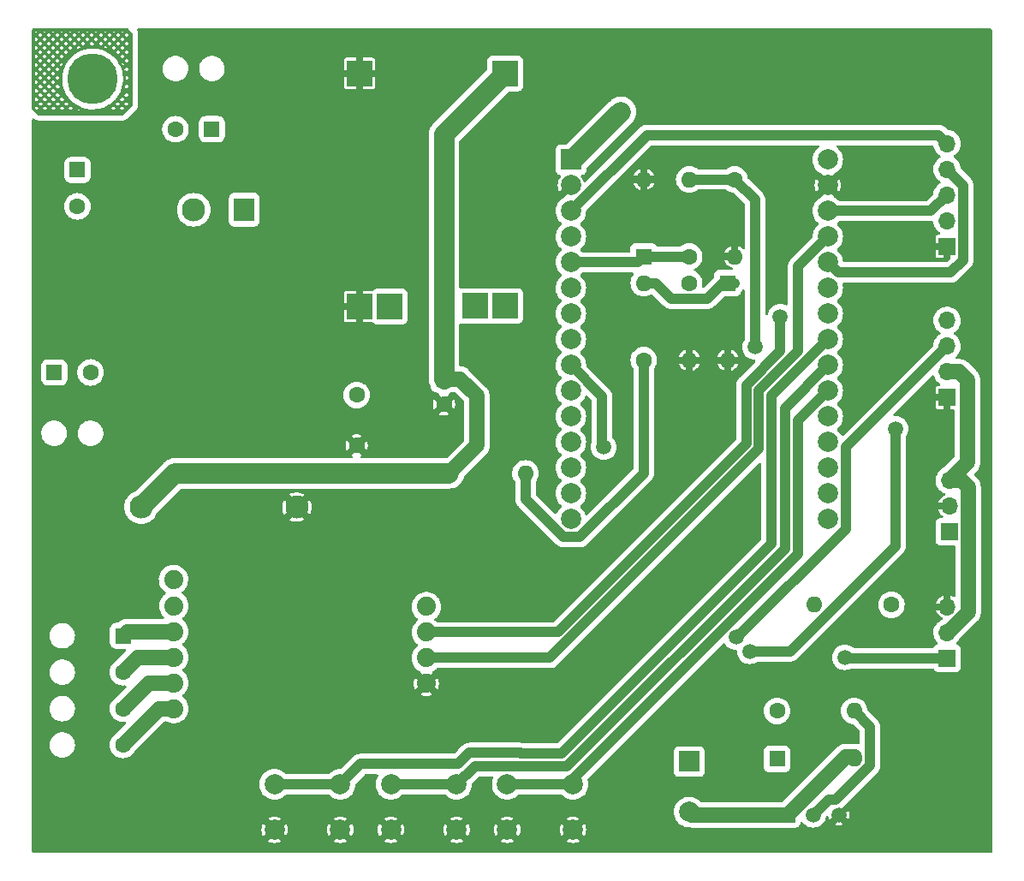
<source format=gbr>
%TF.GenerationSoftware,KiCad,Pcbnew,(6.0.1)*%
%TF.CreationDate,2022-06-17T19:47:16-03:00*%
%TF.ProjectId,alimentador automatico para pets,616c696d-656e-4746-9164-6f7220617574,rev?*%
%TF.SameCoordinates,Original*%
%TF.FileFunction,Copper,L1,Top*%
%TF.FilePolarity,Positive*%
%FSLAX46Y46*%
G04 Gerber Fmt 4.6, Leading zero omitted, Abs format (unit mm)*
G04 Created by KiCad (PCBNEW (6.0.1)) date 2022-06-17 19:47:16*
%MOMM*%
%LPD*%
G01*
G04 APERTURE LIST*
G04 Aperture macros list*
%AMRoundRect*
0 Rectangle with rounded corners*
0 $1 Rounding radius*
0 $2 $3 $4 $5 $6 $7 $8 $9 X,Y pos of 4 corners*
0 Add a 4 corners polygon primitive as box body*
4,1,4,$2,$3,$4,$5,$6,$7,$8,$9,$2,$3,0*
0 Add four circle primitives for the rounded corners*
1,1,$1+$1,$2,$3*
1,1,$1+$1,$4,$5*
1,1,$1+$1,$6,$7*
1,1,$1+$1,$8,$9*
0 Add four rect primitives between the rounded corners*
20,1,$1+$1,$2,$3,$4,$5,0*
20,1,$1+$1,$4,$5,$6,$7,0*
20,1,$1+$1,$6,$7,$8,$9,0*
20,1,$1+$1,$8,$9,$2,$3,0*%
G04 Aperture macros list end*
%TA.AperFunction,ComponentPad*%
%ADD10R,1.700000X1.700000*%
%TD*%
%TA.AperFunction,ComponentPad*%
%ADD11O,1.700000X1.700000*%
%TD*%
%TA.AperFunction,ComponentPad*%
%ADD12R,1.600000X1.600000*%
%TD*%
%TA.AperFunction,ComponentPad*%
%ADD13O,1.600000X1.600000*%
%TD*%
%TA.AperFunction,ComponentPad*%
%ADD14C,1.600000*%
%TD*%
%TA.AperFunction,ComponentPad*%
%ADD15R,2.500000X2.500000*%
%TD*%
%TA.AperFunction,ComponentPad*%
%ADD16RoundRect,0.250000X-0.550000X0.550000X-0.550000X-0.550000X0.550000X-0.550000X0.550000X0.550000X0*%
%TD*%
%TA.AperFunction,ComponentPad*%
%ADD17RoundRect,0.250000X0.550000X0.550000X-0.550000X0.550000X-0.550000X-0.550000X0.550000X-0.550000X0*%
%TD*%
%TA.AperFunction,ComponentPad*%
%ADD18R,1.500000X1.500000*%
%TD*%
%TA.AperFunction,ComponentPad*%
%ADD19C,1.500000*%
%TD*%
%TA.AperFunction,ComponentPad*%
%ADD20RoundRect,0.250000X-0.550000X-0.550000X0.550000X-0.550000X0.550000X0.550000X-0.550000X0.550000X0*%
%TD*%
%TA.AperFunction,ComponentPad*%
%ADD21R,2.000000X2.300000*%
%TD*%
%TA.AperFunction,ComponentPad*%
%ADD22C,2.300000*%
%TD*%
%TA.AperFunction,ComponentPad*%
%ADD23C,1.879600*%
%TD*%
%TA.AperFunction,ComponentPad*%
%ADD24R,2.000000X2.000000*%
%TD*%
%TA.AperFunction,ComponentPad*%
%ADD25C,2.000000*%
%TD*%
%TA.AperFunction,ViaPad*%
%ADD26C,5.000000*%
%TD*%
%TA.AperFunction,ViaPad*%
%ADD27C,1.500000*%
%TD*%
%TA.AperFunction,Conductor*%
%ADD28C,1.500000*%
%TD*%
%TA.AperFunction,Conductor*%
%ADD29C,2.000000*%
%TD*%
%TA.AperFunction,Conductor*%
%ADD30C,1.000000*%
%TD*%
G04 APERTURE END LIST*
D10*
%TO.P,J3,1,Pin_1*%
%TO.N,Net-(J3-Pad1)*%
X114725000Y-74775000D03*
D11*
%TO.P,J3,2,Pin_2*%
%TO.N,GND*%
X114725000Y-72235000D03*
%TO.P,J3,3,Pin_3*%
%TO.N,/5V*%
X114725000Y-69695000D03*
%TD*%
D10*
%TO.P,J4,1,Pin_1*%
%TO.N,/sMotor*%
X114500000Y-87275000D03*
D11*
%TO.P,J4,2,Pin_2*%
%TO.N,/5V*%
X114500000Y-84735000D03*
%TO.P,J4,3,Pin_3*%
%TO.N,GND*%
X114500000Y-82195000D03*
%TD*%
D12*
%TO.P,D1,1,K*%
%TO.N,/ac_check*%
X92800000Y-50190000D03*
D13*
%TO.P,D1,2,A*%
%TO.N,GND*%
X92800000Y-57810000D03*
%TD*%
D14*
%TO.P,R6,1*%
%TO.N,Net-(R1-Pad2)*%
X93500000Y-39940000D03*
D13*
%TO.P,R6,2*%
%TO.N,GND*%
X93500000Y-47560000D03*
%TD*%
D15*
%TO.P,U3,1,IN+*%
%TO.N,/5V*%
X70795000Y-29455000D03*
%TO.P,U3,2,IN-*%
%TO.N,GND*%
X56395000Y-29455000D03*
%TO.P,U3,3,OUT-*%
X56395000Y-52505000D03*
%TO.P,U3,4,B-*%
%TO.N,Net-(J7-Pad1)*%
X59395000Y-52505000D03*
%TO.P,U3,5,B+*%
%TO.N,Net-(J7-Pad2)*%
X67795000Y-52455000D03*
%TO.P,U3,6,OUT+*%
%TO.N,/+Vcc*%
X70795000Y-52455000D03*
%TD*%
D16*
%TO.P,J2,1,Pin_1*%
%TO.N,/green_wire*%
X33000000Y-85070000D03*
D14*
%TO.P,J2,2,Pin_2*%
%TO.N,/white_wire*%
X33000000Y-88670000D03*
%TO.P,J2,3,Pin_3*%
%TO.N,/black_wire*%
X33000000Y-92270000D03*
%TO.P,J2,4,Pin_4*%
%TO.N,/red_wire*%
X33000000Y-95870000D03*
%TD*%
%TO.P,R7,1*%
%TO.N,/buzzer*%
X97690000Y-92500000D03*
D13*
%TO.P,R7,2*%
%TO.N,Net-(Q1-Pad2)*%
X105310000Y-92500000D03*
%TD*%
D14*
%TO.P,R3,1*%
%TO.N,/5V*%
X65190000Y-69000000D03*
D13*
%TO.P,R3,2*%
%TO.N,Net-(R3-Pad2)*%
X72810000Y-69000000D03*
%TD*%
D14*
%TO.P,C1,1*%
%TO.N,/5V*%
X56114000Y-61250000D03*
%TO.P,C1,2*%
%TO.N,GND*%
X56114000Y-66250000D03*
%TD*%
D17*
%TO.P,J1,1,Pin_1*%
%TO.N,/N*%
X41800000Y-34975000D03*
D14*
%TO.P,J1,2,Pin_2*%
%TO.N,Net-(J1-Pad2)*%
X38200000Y-34975000D03*
%TD*%
%TO.P,R5,1*%
%TO.N,Net-(R3-Pad2)*%
X84500000Y-57810000D03*
D13*
%TO.P,R5,2*%
%TO.N,/ac_check*%
X84500000Y-50190000D03*
%TD*%
D18*
%TO.P,Q1,1,C*%
%TO.N,Net-(BZ1-Pad2)*%
X98730000Y-102770000D03*
D19*
%TO.P,Q1,2,B*%
%TO.N,Net-(Q1-Pad2)*%
X101270000Y-102770000D03*
%TO.P,Q1,3,E*%
%TO.N,GND*%
X103810000Y-102770000D03*
%TD*%
D10*
%TO.P,J6,1,Pin_1*%
%TO.N,GND*%
X114500000Y-46550000D03*
D11*
%TO.P,J6,2,Pin_2*%
%TO.N,/3V3*%
X114500000Y-44010000D03*
%TO.P,J6,3,Pin_3*%
%TO.N,/SW_encoder*%
X114500000Y-41470000D03*
%TO.P,J6,4,Pin_4*%
%TO.N,/DT_encoder*%
X114500000Y-38930000D03*
%TO.P,J6,5,Pin_5*%
%TO.N,/CLK_encoder*%
X114500000Y-36390000D03*
%TD*%
D12*
%TO.P,D2,1,K*%
%TO.N,/IR_out*%
X84500000Y-47560000D03*
D13*
%TO.P,D2,2,A*%
%TO.N,GND*%
X84500000Y-39940000D03*
%TD*%
D20*
%TO.P,J7,1,Pin_1*%
%TO.N,Net-(J7-Pad1)*%
X26200000Y-59025000D03*
D14*
%TO.P,J7,2,Pin_2*%
%TO.N,Net-(J7-Pad2)*%
X29800000Y-59025000D03*
%TD*%
%TO.P,R2,1*%
%TO.N,Net-(J3-Pad1)*%
X109000000Y-82000000D03*
D13*
%TO.P,R2,2*%
%TO.N,Net-(R1-Pad2)*%
X101380000Y-82000000D03*
%TD*%
D12*
%TO.P,C2,1*%
%TO.N,/5V*%
X64750000Y-59672651D03*
D14*
%TO.P,C2,2*%
%TO.N,GND*%
X64750000Y-62172651D03*
%TD*%
D10*
%TO.P,J8,1,Pin_1*%
%TO.N,GND*%
X114500000Y-61500000D03*
D11*
%TO.P,J8,2,Pin_2*%
%TO.N,/5V*%
X114500000Y-58960000D03*
%TO.P,J8,3,Pin_3*%
%TO.N,/SDA_disp*%
X114500000Y-56420000D03*
%TO.P,J8,4,Pin_4*%
%TO.N,/SCL_disp*%
X114500000Y-53880000D03*
%TD*%
D16*
%TO.P,J5,1,Pin_1*%
%TO.N,Net-(J1-Pad2)*%
X28500000Y-39000000D03*
D14*
%TO.P,J5,2,Pin_2*%
%TO.N,/Phase*%
X28500000Y-42600000D03*
%TD*%
D21*
%TO.P,PS1,1,AC/L*%
%TO.N,/Phase*%
X45000000Y-42937500D03*
D22*
%TO.P,PS1,2,AC/N*%
%TO.N,/N*%
X40000000Y-42937500D03*
%TO.P,PS1,3,-Vout*%
%TO.N,GND*%
X50200000Y-72337500D03*
%TO.P,PS1,4,+Vout*%
%TO.N,/5V*%
X34800000Y-72337500D03*
%TD*%
D14*
%TO.P,R1,1*%
%TO.N,/IR_out*%
X89000000Y-47560000D03*
D13*
%TO.P,R1,2*%
%TO.N,Net-(R1-Pad2)*%
X89000000Y-39940000D03*
%TD*%
%TO.P,R4,2*%
%TO.N,GND*%
X89000000Y-57810000D03*
D14*
%TO.P,R4,1*%
%TO.N,Net-(R3-Pad2)*%
X89000000Y-50190000D03*
%TD*%
D23*
%TO.P,U2,1,GND*%
%TO.N,GND*%
X63000000Y-89800000D03*
%TO.P,U2,2,DT*%
%TO.N,/DT*%
X63000000Y-87260000D03*
%TO.P,U2,3,SCK*%
%TO.N,/SCK*%
X63000000Y-84720000D03*
%TO.P,U2,4,Vcc*%
%TO.N,/3V3*%
X63000000Y-82180000D03*
%TO.P,U2,5,+B*%
%TO.N,unconnected-(U2-Pad5)*%
X38000000Y-79500000D03*
%TO.P,U2,6,-B*%
%TO.N,unconnected-(U2-Pad6)*%
X38040000Y-82100000D03*
%TO.P,U2,7,+A*%
%TO.N,/green_wire*%
X38040000Y-84640000D03*
%TO.P,U2,8,-A*%
%TO.N,/white_wire*%
X38040000Y-87180000D03*
%TO.P,U2,9,-E*%
%TO.N,/black_wire*%
X38040000Y-89720000D03*
%TO.P,U2,10,+E*%
%TO.N,/red_wire*%
X38040000Y-92260000D03*
%TD*%
D24*
%TO.P,U1,1,3V3*%
%TO.N,/3V3*%
X77300000Y-37985000D03*
D25*
%TO.P,U1,2,GND*%
%TO.N,GND*%
X77300000Y-40525000D03*
%TO.P,U1,3,D15*%
%TO.N,/CLK_encoder*%
X77300000Y-43065000D03*
%TO.P,U1,4,D2*%
%TO.N,unconnected-(U1-Pad4)*%
X77300000Y-45605000D03*
%TO.P,U1,5,D4*%
%TO.N,/IR_out*%
X77300000Y-48145000D03*
%TO.P,U1,6,RX2*%
%TO.N,unconnected-(U1-Pad6)*%
X77300000Y-50685000D03*
%TO.P,U1,7,TX2*%
%TO.N,unconnected-(U1-Pad7)*%
X77300000Y-53225000D03*
%TO.P,U1,8,D5*%
%TO.N,unconnected-(U1-Pad8)*%
X77300000Y-55765000D03*
%TO.P,U1,9,D18*%
%TO.N,/buzzer*%
X77300000Y-58305000D03*
%TO.P,U1,10,D19*%
%TO.N,/sMotor*%
X77300000Y-60845000D03*
%TO.P,U1,11,D21*%
%TO.N,/SDA_disp*%
X77300000Y-63385000D03*
%TO.P,U1,12,RX0*%
%TO.N,unconnected-(U1-Pad12)*%
X77300000Y-65925000D03*
%TO.P,U1,13,TX0*%
%TO.N,unconnected-(U1-Pad13)*%
X77300000Y-68465000D03*
%TO.P,U1,14,D22*%
%TO.N,/SCL_disp*%
X77300000Y-71005000D03*
%TO.P,U1,15,D23*%
%TO.N,unconnected-(U1-Pad15)*%
X77300000Y-73545000D03*
%TO.P,U1,16,EN*%
%TO.N,unconnected-(U1-Pad16)*%
X102700000Y-73545000D03*
%TO.P,U1,17,VP*%
%TO.N,unconnected-(U1-Pad17)*%
X102700000Y-71005000D03*
%TO.P,U1,18,VN*%
%TO.N,unconnected-(U1-Pad18)*%
X102700000Y-68465000D03*
%TO.P,U1,19,D34*%
%TO.N,/led_on*%
X102700000Y-65925000D03*
%TO.P,U1,20,D35*%
%TO.N,unconnected-(U1-Pad20)*%
X102700000Y-63385000D03*
%TO.P,U1,21,D32*%
%TO.N,/BUTTON_1*%
X102700000Y-60845000D03*
%TO.P,U1,22,D33*%
%TO.N,/BUTTON_2*%
X102700000Y-58305000D03*
%TO.P,U1,23,D25*%
%TO.N,/BUTTON_3*%
X102700000Y-55765000D03*
%TO.P,U1,24,D26*%
%TO.N,/ac_check*%
X102700000Y-53225000D03*
%TO.P,U1,25,D27*%
%TO.N,/SCK*%
X102700000Y-50685000D03*
%TO.P,U1,26,D14*%
%TO.N,/DT_encoder*%
X102700000Y-48145000D03*
%TO.P,U1,27,D12*%
%TO.N,/DT*%
X102700000Y-45605000D03*
%TO.P,U1,28,D13*%
%TO.N,/SW_encoder*%
X102700000Y-43065000D03*
%TO.P,U1,29,GND*%
%TO.N,GND*%
X102700000Y-40525000D03*
%TO.P,U1,30,VIN*%
%TO.N,/+Vcc*%
X102700000Y-37985000D03*
%TD*%
D12*
%TO.P,D4,1,K*%
%TO.N,/5V*%
X97690000Y-97250000D03*
D13*
%TO.P,D4,2,A*%
%TO.N,Net-(BZ1-Pad2)*%
X105310000Y-97250000D03*
%TD*%
D24*
%TO.P,BZ1,1,-*%
%TO.N,/5V*%
X89000000Y-97500000D03*
D25*
%TO.P,BZ1,2,+*%
%TO.N,Net-(BZ1-Pad2)*%
X89000000Y-102500000D03*
%TD*%
%TO.P,SW3,1,1*%
%TO.N,/BUTTON_3*%
X54500000Y-99750000D03*
X48000000Y-99750000D03*
%TO.P,SW3,2,2*%
%TO.N,GND*%
X54500000Y-104250000D03*
X48000000Y-104250000D03*
%TD*%
%TO.P,SW2,1,1*%
%TO.N,/BUTTON_2*%
X66000000Y-99750000D03*
X59500000Y-99750000D03*
%TO.P,SW2,2,2*%
%TO.N,GND*%
X66000000Y-104250000D03*
X59500000Y-104250000D03*
%TD*%
%TO.P,SW1,1,1*%
%TO.N,/BUTTON_1*%
X71000000Y-99750000D03*
X77500000Y-99750000D03*
%TO.P,SW1,2,2*%
%TO.N,GND*%
X71000000Y-104250000D03*
X77500000Y-104250000D03*
%TD*%
D26*
%TO.N,*%
X30000000Y-30000000D03*
%TO.N,GND*%
X115000000Y-102000000D03*
X30500000Y-102000000D03*
X114500000Y-30000000D03*
D27*
%TO.N,/sMotor*%
X104400000Y-87200000D03*
%TO.N,/3V3*%
X82250000Y-33250000D03*
%TO.N,/SCL_disp*%
X109400000Y-64600000D03*
X95000000Y-86600000D03*
%TO.N,/SDA_disp*%
X93643114Y-85227500D03*
%TO.N,Net-(R1-Pad2)*%
X95500000Y-56500000D03*
%TO.N,/SCK*%
X98000000Y-53500000D03*
%TO.N,/buzzer*%
X80549011Y-66400000D03*
%TD*%
D28*
%TO.N,/5V*%
X65250000Y-69000000D02*
X67999520Y-66250480D01*
X116500000Y-59757919D02*
X116500000Y-67920000D01*
X115927081Y-69695000D02*
X116574511Y-70342430D01*
X67999520Y-61344423D02*
X66327748Y-59672651D01*
X114575605Y-84735000D02*
X114500000Y-84735000D01*
X116574511Y-82736094D02*
X114575605Y-84735000D01*
D29*
X38137500Y-69000000D02*
X34800000Y-72337500D01*
D28*
X67999520Y-66250480D02*
X67999520Y-61344423D01*
X115702081Y-58960000D02*
X116500000Y-59757919D01*
X66327748Y-59672651D02*
X64750000Y-59672651D01*
X114500000Y-58960000D02*
X115702081Y-58960000D01*
D29*
X64750000Y-35500000D02*
X64750000Y-59672651D01*
X70795000Y-29455000D02*
X64750000Y-35500000D01*
X65250000Y-69000000D02*
X38137500Y-69000000D01*
D28*
X116500000Y-67920000D02*
X114725000Y-69695000D01*
X114725000Y-69695000D02*
X115927081Y-69695000D01*
X116574511Y-70342430D02*
X116574511Y-82736094D01*
D30*
%TO.N,/IR_out*%
X77300000Y-48145000D02*
X83915000Y-48145000D01*
X84500000Y-47560000D02*
X89000000Y-47560000D01*
X83915000Y-48145000D02*
X84500000Y-47560000D01*
D28*
%TO.N,/red_wire*%
X36610000Y-92260000D02*
X33000000Y-95870000D01*
X38040000Y-92260000D02*
X36610000Y-92260000D01*
%TO.N,/black_wire*%
X38040000Y-89720000D02*
X35550000Y-89720000D01*
X35550000Y-89720000D02*
X33000000Y-92270000D01*
%TO.N,/white_wire*%
X34490000Y-87180000D02*
X33000000Y-88670000D01*
X38040000Y-87180000D02*
X34490000Y-87180000D01*
%TO.N,/green_wire*%
X38040000Y-84640000D02*
X33430000Y-84640000D01*
X33430000Y-84640000D02*
X33000000Y-85070000D01*
D30*
%TO.N,/ac_check*%
X90750000Y-51750000D02*
X87250000Y-51750000D01*
X92310000Y-50190000D02*
X90750000Y-51750000D01*
X93500000Y-50190000D02*
X92310000Y-50190000D01*
X87250000Y-51750000D02*
X85690000Y-50190000D01*
X85690000Y-50190000D02*
X84500000Y-50190000D01*
%TO.N,/sMotor*%
X104475000Y-87275000D02*
X104400000Y-87200000D01*
X114500000Y-87275000D02*
X104475000Y-87275000D01*
%TO.N,/CLK_encoder*%
X114500000Y-36390000D02*
X113650000Y-35540000D01*
X113650000Y-35540000D02*
X84825000Y-35540000D01*
X84825000Y-35540000D02*
X77300000Y-43065000D01*
%TO.N,/DT_encoder*%
X116099511Y-40529511D02*
X114500000Y-38930000D01*
X102700000Y-48145000D02*
X103700000Y-49145000D01*
X103700000Y-49145000D02*
X114855000Y-49145000D01*
X114855000Y-49145000D02*
X116099511Y-47900489D01*
X116099511Y-47900489D02*
X116099511Y-40529511D01*
%TO.N,/SW_encoder*%
X102700000Y-43065000D02*
X112905000Y-43065000D01*
X112905000Y-43065000D02*
X114500000Y-41470000D01*
D29*
%TO.N,/3V3*%
X82250000Y-33250500D02*
X77515500Y-37985000D01*
X77515500Y-37985000D02*
X77300000Y-37985000D01*
X82250000Y-33250000D02*
X82250000Y-33250500D01*
D30*
%TO.N,/SCL_disp*%
X98971341Y-86600000D02*
X109400000Y-76171341D01*
X95000000Y-86600000D02*
X98971341Y-86600000D01*
X109400000Y-76171341D02*
X109400000Y-64600000D01*
%TO.N,/SDA_disp*%
X93772500Y-85227500D02*
X104500000Y-74500000D01*
X93643114Y-85227500D02*
X93772500Y-85227500D01*
X104500000Y-66420000D02*
X114500000Y-56420000D01*
X104500000Y-74500000D02*
X104500000Y-66420000D01*
%TO.N,Net-(R1-Pad2)*%
X93500000Y-39940000D02*
X95500000Y-41940000D01*
X89000000Y-39940000D02*
X93500000Y-39940000D01*
X95500000Y-41940000D02*
X95500000Y-56500000D01*
%TO.N,/BUTTON_1*%
X77500000Y-99750000D02*
X77500000Y-99250000D01*
X102695106Y-60845000D02*
X102700000Y-60845000D01*
X71000000Y-99750000D02*
X77500000Y-99750000D01*
X77500000Y-99250000D02*
X99750000Y-77000000D01*
X99750000Y-77000000D02*
X99750000Y-63790106D01*
X99750000Y-63790106D02*
X102695106Y-60845000D01*
%TO.N,/BUTTON_2*%
X98450480Y-62549626D02*
X98450480Y-76461722D01*
X71745383Y-97950489D02*
X67799511Y-97950489D01*
X102700000Y-58305000D02*
X102695106Y-58305000D01*
X98450480Y-76461722D02*
X76912202Y-98000000D01*
X102695106Y-58305000D02*
X98450480Y-62549626D01*
X76912202Y-98000000D02*
X71794894Y-98000000D01*
X71794894Y-98000000D02*
X71745383Y-97950489D01*
X59500000Y-99750000D02*
X66000000Y-99750000D01*
X67799511Y-97950489D02*
X66000000Y-99750000D01*
%TO.N,/BUTTON_3*%
X66162202Y-97750000D02*
X56500000Y-97750000D01*
X76373924Y-96700480D02*
X72333172Y-96700480D01*
X72283662Y-96650970D02*
X67261232Y-96650970D01*
X97150960Y-61309146D02*
X97150960Y-75923444D01*
X102700000Y-55765000D02*
X102695106Y-55765000D01*
X97150960Y-75923444D02*
X76373924Y-96700480D01*
X72333172Y-96700480D02*
X72283662Y-96650970D01*
X48000000Y-99750000D02*
X54500000Y-99750000D01*
X56500000Y-97750000D02*
X54500000Y-99750000D01*
X102695106Y-55765000D02*
X97150960Y-61309146D01*
X67261232Y-96650970D02*
X66162202Y-97750000D01*
%TO.N,/SCK*%
X94651920Y-60274010D02*
X94651920Y-66080992D01*
X98000000Y-56925930D02*
X94651920Y-60274010D01*
X76012912Y-84720000D02*
X63000000Y-84720000D01*
X98000000Y-53500000D02*
X98000000Y-56925930D01*
X94651920Y-66080992D02*
X76012912Y-84720000D01*
%TO.N,/DT*%
X75240000Y-87260000D02*
X95901440Y-66598560D01*
X63000000Y-87260000D02*
X75240000Y-87260000D01*
X99750000Y-56943018D02*
X99750000Y-48555000D01*
X95901440Y-60791578D02*
X99750000Y-56943018D01*
X95901440Y-66598560D02*
X95901440Y-60791578D01*
X99750000Y-48555000D02*
X102700000Y-45605000D01*
%TO.N,Net-(R3-Pad2)*%
X76575328Y-75294511D02*
X78205489Y-75294511D01*
X72810000Y-69000000D02*
X72810000Y-71529183D01*
X84500000Y-69000000D02*
X84500000Y-57810000D01*
X72810000Y-71529183D02*
X76575328Y-75294511D01*
X78205489Y-75294511D02*
X84500000Y-69000000D01*
%TO.N,Net-(Q1-Pad2)*%
X103500000Y-101270489D02*
X102769511Y-101270489D01*
X106859511Y-97910978D02*
X103500000Y-101270489D01*
X105310000Y-92500000D02*
X106859511Y-94049511D01*
X102769511Y-101270489D02*
X101270000Y-102770000D01*
X106859511Y-94049511D02*
X106859511Y-97910978D01*
%TO.N,/buzzer*%
X80400000Y-61405000D02*
X77300000Y-58305000D01*
X80400000Y-66250989D02*
X80400000Y-61405000D01*
X80549011Y-66400000D02*
X80400000Y-66250989D01*
D28*
%TO.N,Net-(BZ1-Pad2)*%
X104500000Y-97000000D02*
X98730000Y-102770000D01*
X98730000Y-102770000D02*
X89270000Y-102770000D01*
X89270000Y-102770000D02*
X89000000Y-102500000D01*
X105310000Y-97000000D02*
X104500000Y-97000000D01*
%TD*%
%TA.AperFunction,NonConductor*%
G36*
X33523931Y-25028002D02*
G01*
X33544905Y-25044905D01*
X33963095Y-25463095D01*
X33997121Y-25525407D01*
X34000000Y-25552190D01*
X34000000Y-32547810D01*
X33979998Y-32615931D01*
X33963095Y-32636905D01*
X33036905Y-33563095D01*
X32974593Y-33597121D01*
X32947810Y-33600000D01*
X24651787Y-33600000D01*
X24583666Y-33579998D01*
X24563182Y-33563584D01*
X24169294Y-33174000D01*
X24757472Y-33174000D01*
X24951414Y-33174000D01*
X25606000Y-33174000D01*
X25799942Y-33174000D01*
X26454528Y-33174000D01*
X26648470Y-33174000D01*
X27303056Y-33174000D01*
X27496998Y-33174000D01*
X28151584Y-33174000D01*
X28345526Y-33174000D01*
X29000112Y-33174000D01*
X29072729Y-33174000D01*
X31545697Y-33174000D01*
X31739639Y-33174000D01*
X32394225Y-33174000D01*
X32588167Y-33174000D01*
X32491196Y-33077029D01*
X32394225Y-33174000D01*
X31739639Y-33174000D01*
X31642668Y-33077029D01*
X31545697Y-33174000D01*
X29072729Y-33174000D01*
X29016211Y-33157901D01*
X29000112Y-33174000D01*
X28345526Y-33174000D01*
X28248555Y-33077029D01*
X28151584Y-33174000D01*
X27496998Y-33174000D01*
X27400027Y-33077029D01*
X27303056Y-33174000D01*
X26648470Y-33174000D01*
X26551499Y-33077029D01*
X26454528Y-33174000D01*
X25799942Y-33174000D01*
X25702971Y-33077029D01*
X25606000Y-33174000D01*
X24951414Y-33174000D01*
X24854443Y-33077029D01*
X24757472Y-33174000D01*
X24169294Y-33174000D01*
X24045395Y-33051455D01*
X24011028Y-32989330D01*
X24008000Y-32961871D01*
X24008000Y-32890071D01*
X24306000Y-32890071D01*
X24463846Y-33046192D01*
X24643726Y-32866312D01*
X25065160Y-32866312D01*
X25278707Y-33079859D01*
X25492254Y-32866312D01*
X25913688Y-32866312D01*
X26127235Y-33079859D01*
X26340782Y-32866312D01*
X26762216Y-32866312D01*
X26975763Y-33079859D01*
X27189310Y-32866312D01*
X27610744Y-32866312D01*
X27824291Y-33079859D01*
X27910594Y-32993556D01*
X28586516Y-32993556D01*
X28672819Y-33079859D01*
X28675282Y-33077396D01*
X31215941Y-33077396D01*
X31218404Y-33079859D01*
X31224722Y-33073541D01*
X31215941Y-33077396D01*
X28675282Y-33077396D01*
X28708567Y-33044111D01*
X28586516Y-32993556D01*
X27910594Y-32993556D01*
X28037838Y-32866312D01*
X27824291Y-32652765D01*
X27610744Y-32866312D01*
X27189310Y-32866312D01*
X26975763Y-32652765D01*
X26762216Y-32866312D01*
X26340782Y-32866312D01*
X26127235Y-32652765D01*
X25913688Y-32866312D01*
X25492254Y-32866312D01*
X25278707Y-32652765D01*
X25065160Y-32866312D01*
X24643726Y-32866312D01*
X24430179Y-32652765D01*
X24306000Y-32776944D01*
X24306000Y-32890071D01*
X24008000Y-32890071D01*
X24008000Y-32442048D01*
X24640896Y-32442048D01*
X24854443Y-32655595D01*
X25067990Y-32442048D01*
X25489424Y-32442048D01*
X25702971Y-32655595D01*
X25916518Y-32442048D01*
X26337952Y-32442048D01*
X26551499Y-32655595D01*
X26765046Y-32442048D01*
X27186480Y-32442048D01*
X27400027Y-32655595D01*
X27613574Y-32442048D01*
X27400027Y-32228501D01*
X27186480Y-32442048D01*
X26765046Y-32442048D01*
X26551499Y-32228501D01*
X26337952Y-32442048D01*
X25916518Y-32442048D01*
X25702971Y-32228501D01*
X25489424Y-32442048D01*
X25067990Y-32442048D01*
X24854443Y-32228501D01*
X24640896Y-32442048D01*
X24008000Y-32442048D01*
X24008000Y-32107152D01*
X24306000Y-32107152D01*
X24430179Y-32231331D01*
X24643726Y-32017784D01*
X25065160Y-32017784D01*
X25278707Y-32231331D01*
X25492254Y-32017784D01*
X25913688Y-32017784D01*
X26127235Y-32231331D01*
X26340782Y-32017784D01*
X26762216Y-32017784D01*
X26975763Y-32231331D01*
X27189310Y-32017784D01*
X26975763Y-31804237D01*
X26762216Y-32017784D01*
X26340782Y-32017784D01*
X26127235Y-31804237D01*
X25913688Y-32017784D01*
X25492254Y-32017784D01*
X25278707Y-31804237D01*
X25065160Y-32017784D01*
X24643726Y-32017784D01*
X24430179Y-31804237D01*
X24306000Y-31928416D01*
X24306000Y-32107152D01*
X24008000Y-32107152D01*
X24008000Y-31593520D01*
X24640896Y-31593520D01*
X24854443Y-31807067D01*
X25067990Y-31593520D01*
X25489424Y-31593520D01*
X25702971Y-31807067D01*
X25916518Y-31593520D01*
X26337952Y-31593520D01*
X26551499Y-31807067D01*
X26765046Y-31593520D01*
X26551499Y-31379973D01*
X26337952Y-31593520D01*
X25916518Y-31593520D01*
X25702971Y-31379973D01*
X25489424Y-31593520D01*
X25067990Y-31593520D01*
X24854443Y-31379973D01*
X24640896Y-31593520D01*
X24008000Y-31593520D01*
X24008000Y-31258624D01*
X24306000Y-31258624D01*
X24430179Y-31382803D01*
X24643726Y-31169256D01*
X25065160Y-31169256D01*
X25278707Y-31382803D01*
X25492254Y-31169256D01*
X25913688Y-31169256D01*
X26127235Y-31382803D01*
X26340782Y-31169256D01*
X26762216Y-31169256D01*
X26975763Y-31382803D01*
X26986317Y-31372249D01*
X26986144Y-31371870D01*
X26984693Y-31368578D01*
X26983660Y-31366140D01*
X26982283Y-31362753D01*
X26866272Y-31065200D01*
X26762216Y-31169256D01*
X26340782Y-31169256D01*
X26127235Y-30955709D01*
X25913688Y-31169256D01*
X25492254Y-31169256D01*
X25278707Y-30955709D01*
X25065160Y-31169256D01*
X24643726Y-31169256D01*
X24430179Y-30955709D01*
X24306000Y-31079889D01*
X24306000Y-31258624D01*
X24008000Y-31258624D01*
X24008000Y-30744992D01*
X24640896Y-30744992D01*
X24854443Y-30958539D01*
X25067990Y-30744992D01*
X25489424Y-30744992D01*
X25702971Y-30958539D01*
X25916518Y-30744992D01*
X26337952Y-30744992D01*
X26551499Y-30958539D01*
X26765046Y-30744992D01*
X26551499Y-30531445D01*
X26337952Y-30744992D01*
X25916518Y-30744992D01*
X25702971Y-30531445D01*
X25489424Y-30744992D01*
X25067990Y-30744992D01*
X24854443Y-30531445D01*
X24640896Y-30744992D01*
X24008000Y-30744992D01*
X24008000Y-30410094D01*
X24306000Y-30410094D01*
X24430179Y-30534274D01*
X24643726Y-30320727D01*
X25065160Y-30320727D01*
X25278707Y-30534274D01*
X25492254Y-30320727D01*
X25913688Y-30320727D01*
X26127235Y-30534274D01*
X26340782Y-30320727D01*
X26127235Y-30107180D01*
X25913688Y-30320727D01*
X25492254Y-30320727D01*
X25278707Y-30107180D01*
X25065160Y-30320727D01*
X24643726Y-30320727D01*
X24430179Y-30107180D01*
X24306000Y-30231359D01*
X24306000Y-30410094D01*
X24008000Y-30410094D01*
X24008000Y-29896463D01*
X24640896Y-29896463D01*
X24854443Y-30110010D01*
X25067990Y-29896463D01*
X25489424Y-29896463D01*
X25702971Y-30110010D01*
X25916518Y-29896463D01*
X26337952Y-29896463D01*
X26551500Y-30110010D01*
X26691480Y-29970030D01*
X26689990Y-29913142D01*
X26689947Y-29909510D01*
X26689954Y-29906860D01*
X26689980Y-29905341D01*
X26987888Y-29905341D01*
X26987983Y-29908971D01*
X26987983Y-29908972D01*
X26990367Y-30000000D01*
X26996970Y-30252171D01*
X27045856Y-30595660D01*
X27133897Y-30931253D01*
X27259927Y-31254503D01*
X27261624Y-31257708D01*
X27395113Y-31509825D01*
X27422275Y-31561126D01*
X27424325Y-31564109D01*
X27424327Y-31564112D01*
X27616733Y-31844064D01*
X27616739Y-31844071D01*
X27618790Y-31847056D01*
X27846866Y-32108505D01*
X27849551Y-32110948D01*
X28059268Y-32301775D01*
X28103481Y-32342006D01*
X28385233Y-32544466D01*
X28688388Y-32713200D01*
X29008928Y-32845972D01*
X29012422Y-32846967D01*
X29012424Y-32846968D01*
X29339103Y-32940025D01*
X29339108Y-32940026D01*
X29342604Y-32941022D01*
X29539304Y-32973233D01*
X29681412Y-32996504D01*
X29681419Y-32996505D01*
X29684993Y-32997090D01*
X29858276Y-33005262D01*
X30027931Y-33013263D01*
X30027932Y-33013263D01*
X30031558Y-33013434D01*
X30040415Y-33012830D01*
X30374073Y-32990084D01*
X30374081Y-32990083D01*
X30377704Y-32989836D01*
X30381279Y-32989173D01*
X30381282Y-32989173D01*
X30715279Y-32927270D01*
X30715283Y-32927269D01*
X30718844Y-32926609D01*
X30914843Y-32866312D01*
X31853385Y-32866312D01*
X32066932Y-33079859D01*
X32280479Y-32866312D01*
X32701913Y-32866312D01*
X32915460Y-33079859D01*
X33129007Y-32866312D01*
X32915460Y-32652765D01*
X32701913Y-32866312D01*
X32280479Y-32866312D01*
X32066932Y-32652765D01*
X31853385Y-32866312D01*
X30914843Y-32866312D01*
X31050456Y-32824592D01*
X31368145Y-32685136D01*
X31603152Y-32547810D01*
X31664560Y-32511926D01*
X31664562Y-32511925D01*
X31667700Y-32510091D01*
X31758325Y-32442048D01*
X32277649Y-32442048D01*
X32491196Y-32655595D01*
X32704743Y-32442048D01*
X33126177Y-32442048D01*
X33339724Y-32655595D01*
X33553271Y-32442048D01*
X33339724Y-32228501D01*
X33126177Y-32442048D01*
X32704743Y-32442048D01*
X32491196Y-32228501D01*
X32277649Y-32442048D01*
X31758325Y-32442048D01*
X31942244Y-32303958D01*
X31942248Y-32303955D01*
X31945151Y-32301775D01*
X32196819Y-32062950D01*
X32234584Y-32017784D01*
X32701913Y-32017784D01*
X32915460Y-32231331D01*
X33129007Y-32017784D01*
X33550441Y-32017784D01*
X33574000Y-32041343D01*
X33574000Y-31994225D01*
X33550441Y-32017784D01*
X33129007Y-32017784D01*
X32915460Y-31804237D01*
X32701913Y-32017784D01*
X32234584Y-32017784D01*
X32419370Y-31796783D01*
X32552888Y-31593520D01*
X33126177Y-31593520D01*
X33339724Y-31807067D01*
X33553271Y-31593520D01*
X33339724Y-31379973D01*
X33126177Y-31593520D01*
X32552888Y-31593520D01*
X32609853Y-31506799D01*
X32751190Y-31225782D01*
X33072481Y-31225782D01*
X33129007Y-31169256D01*
X33550441Y-31169256D01*
X33574000Y-31192815D01*
X33574000Y-31145698D01*
X33550441Y-31169256D01*
X33129007Y-31169256D01*
X33102768Y-31143018D01*
X33072481Y-31225782D01*
X32751190Y-31225782D01*
X32764117Y-31200080D01*
X32764120Y-31200072D01*
X32765744Y-31196844D01*
X32884977Y-30871026D01*
X32885822Y-30867504D01*
X32885825Y-30867496D01*
X32896742Y-30822024D01*
X33203209Y-30822024D01*
X33339724Y-30958539D01*
X33553271Y-30744992D01*
X33339723Y-30531445D01*
X33251883Y-30619285D01*
X33203209Y-30822024D01*
X32896742Y-30822024D01*
X32965124Y-30537191D01*
X32965125Y-30537187D01*
X32965971Y-30533662D01*
X32991739Y-30320727D01*
X33550441Y-30320727D01*
X33574000Y-30344285D01*
X33574000Y-30297168D01*
X33550441Y-30320727D01*
X32991739Y-30320727D01*
X33000035Y-30252171D01*
X33007316Y-30192004D01*
X33007316Y-30191997D01*
X33007652Y-30189225D01*
X33011100Y-30079532D01*
X33013511Y-30002797D01*
X33013599Y-30000000D01*
X33013051Y-29990492D01*
X32997819Y-29726326D01*
X33296314Y-29726326D01*
X33311105Y-29982846D01*
X33311236Y-29985666D01*
X33311308Y-29987711D01*
X33311375Y-29990492D01*
X33311522Y-30001703D01*
X33311528Y-30004524D01*
X33311509Y-30006572D01*
X33311452Y-30009361D01*
X33309247Y-30079532D01*
X33339724Y-30110010D01*
X33553271Y-29896463D01*
X33339724Y-29682916D01*
X33296314Y-29726326D01*
X32997819Y-29726326D01*
X32993836Y-29657246D01*
X32993835Y-29657241D01*
X32993627Y-29653626D01*
X32961963Y-29472199D01*
X33550441Y-29472199D01*
X33574000Y-29495758D01*
X33574000Y-29448640D01*
X33550441Y-29472199D01*
X32961963Y-29472199D01*
X32933976Y-29311842D01*
X32918221Y-29258652D01*
X32846565Y-29016748D01*
X33157364Y-29016748D01*
X33183616Y-29105374D01*
X33339724Y-29261482D01*
X33553271Y-29047935D01*
X33339724Y-28834388D01*
X33157364Y-29016748D01*
X32846565Y-29016748D01*
X32835437Y-28979180D01*
X32699316Y-28660048D01*
X32649569Y-28572831D01*
X32562439Y-28420076D01*
X32905508Y-28420076D01*
X32958169Y-28512401D01*
X32959916Y-28515569D01*
X32961162Y-28517907D01*
X32962828Y-28521145D01*
X32969278Y-28534139D01*
X32970846Y-28537417D01*
X32971955Y-28539823D01*
X32973424Y-28543133D01*
X33044024Y-28708654D01*
X33129007Y-28623671D01*
X33550441Y-28623671D01*
X33574000Y-28647230D01*
X33574000Y-28600112D01*
X33550441Y-28623671D01*
X33129007Y-28623671D01*
X32915460Y-28410124D01*
X32905508Y-28420076D01*
X32562439Y-28420076D01*
X32529208Y-28361816D01*
X32527417Y-28358676D01*
X32410422Y-28199407D01*
X33126177Y-28199407D01*
X33339724Y-28412954D01*
X33553271Y-28199407D01*
X33339724Y-27985860D01*
X33126177Y-28199407D01*
X32410422Y-28199407D01*
X32322018Y-28079060D01*
X32085842Y-27824904D01*
X32027579Y-27775143D01*
X32701913Y-27775143D01*
X32915460Y-27988690D01*
X33129007Y-27775143D01*
X33550441Y-27775143D01*
X33574000Y-27798702D01*
X33574000Y-27751584D01*
X33550441Y-27775143D01*
X33129007Y-27775143D01*
X32915460Y-27561596D01*
X32701913Y-27775143D01*
X32027579Y-27775143D01*
X31822019Y-27599578D01*
X31534047Y-27406069D01*
X31427119Y-27350879D01*
X32277649Y-27350879D01*
X32491196Y-27564426D01*
X32704743Y-27350879D01*
X33126177Y-27350879D01*
X33339724Y-27564426D01*
X33553271Y-27350879D01*
X33339724Y-27137332D01*
X33126177Y-27350879D01*
X32704743Y-27350879D01*
X32491196Y-27137332D01*
X32277649Y-27350879D01*
X31427119Y-27350879D01*
X31225741Y-27246940D01*
X30901189Y-27124302D01*
X30897668Y-27123418D01*
X30897663Y-27123416D01*
X30736378Y-27082904D01*
X30564692Y-27039780D01*
X30542476Y-27036855D01*
X30224315Y-26994968D01*
X30224307Y-26994967D01*
X30220711Y-26994494D01*
X30076045Y-26992221D01*
X29877446Y-26989101D01*
X29877442Y-26989101D01*
X29873804Y-26989044D01*
X29870190Y-26989405D01*
X29870184Y-26989405D01*
X29626843Y-27013694D01*
X29528569Y-27023503D01*
X29189583Y-27097414D01*
X29186156Y-27098587D01*
X29186150Y-27098589D01*
X28864765Y-27208624D01*
X28861339Y-27209797D01*
X28548188Y-27359163D01*
X28254279Y-27543532D01*
X28251443Y-27545804D01*
X28251436Y-27545809D01*
X28076730Y-27685775D01*
X27983509Y-27760459D01*
X27980958Y-27763037D01*
X27757656Y-27988690D01*
X27739466Y-28007071D01*
X27737225Y-28009929D01*
X27569768Y-28223496D01*
X27525386Y-28280098D01*
X27523493Y-28283187D01*
X27523491Y-28283190D01*
X27477233Y-28358676D01*
X27344105Y-28575921D01*
X27342580Y-28579206D01*
X27342578Y-28579210D01*
X27248378Y-28782147D01*
X27198027Y-28890620D01*
X27089087Y-29220023D01*
X27018730Y-29559764D01*
X26987888Y-29905341D01*
X26689980Y-29905341D01*
X26690016Y-29903232D01*
X26690472Y-29888733D01*
X26690637Y-29885128D01*
X26690796Y-29882485D01*
X26691068Y-29878850D01*
X26695686Y-29827103D01*
X26551499Y-29682916D01*
X26337952Y-29896463D01*
X25916518Y-29896463D01*
X25702971Y-29682916D01*
X25489424Y-29896463D01*
X25067990Y-29896463D01*
X24854443Y-29682916D01*
X24640896Y-29896463D01*
X24008000Y-29896463D01*
X24008000Y-29561567D01*
X24306000Y-29561567D01*
X24430179Y-29685746D01*
X24643726Y-29472199D01*
X25065160Y-29472199D01*
X25278707Y-29685746D01*
X25492254Y-29472199D01*
X25913688Y-29472199D01*
X26127235Y-29685746D01*
X26340782Y-29472199D01*
X26127235Y-29258652D01*
X25913688Y-29472199D01*
X25492254Y-29472199D01*
X25278707Y-29258652D01*
X25065160Y-29472199D01*
X24643726Y-29472199D01*
X24430179Y-29258652D01*
X24306000Y-29382831D01*
X24306000Y-29561567D01*
X24008000Y-29561567D01*
X24008000Y-29047935D01*
X24640896Y-29047935D01*
X24854443Y-29261482D01*
X25067990Y-29047935D01*
X25489424Y-29047935D01*
X25702971Y-29261482D01*
X25916518Y-29047935D01*
X26337952Y-29047935D01*
X26551499Y-29261482D01*
X26765046Y-29047935D01*
X26551499Y-28834388D01*
X26337952Y-29047935D01*
X25916518Y-29047935D01*
X25702971Y-28834388D01*
X25489424Y-29047935D01*
X25067990Y-29047935D01*
X24854443Y-28834388D01*
X24640896Y-29047935D01*
X24008000Y-29047935D01*
X24008000Y-28713039D01*
X24306000Y-28713039D01*
X24430179Y-28837218D01*
X24643726Y-28623671D01*
X25065160Y-28623671D01*
X25278707Y-28837218D01*
X25492254Y-28623671D01*
X25913688Y-28623671D01*
X26127235Y-28837218D01*
X26340782Y-28623671D01*
X26762216Y-28623671D01*
X26920692Y-28782147D01*
X26923818Y-28774251D01*
X26925206Y-28770887D01*
X26926252Y-28768453D01*
X26927727Y-28765152D01*
X27055509Y-28489870D01*
X26975763Y-28410124D01*
X26762216Y-28623671D01*
X26340782Y-28623671D01*
X26127235Y-28410124D01*
X25913688Y-28623671D01*
X25492254Y-28623671D01*
X25278707Y-28410124D01*
X25065160Y-28623671D01*
X24643726Y-28623671D01*
X24430179Y-28410124D01*
X24306000Y-28534303D01*
X24306000Y-28713039D01*
X24008000Y-28713039D01*
X24008000Y-28199407D01*
X24640896Y-28199407D01*
X24854443Y-28412954D01*
X25067990Y-28199407D01*
X25489424Y-28199407D01*
X25702971Y-28412954D01*
X25916518Y-28199407D01*
X26337952Y-28199407D01*
X26551499Y-28412954D01*
X26765046Y-28199407D01*
X27186480Y-28199407D01*
X27210569Y-28223496D01*
X27271299Y-28124393D01*
X27273233Y-28121337D01*
X27274682Y-28119118D01*
X27276719Y-28116095D01*
X27284998Y-28104184D01*
X27287103Y-28101246D01*
X27288676Y-28099116D01*
X27290879Y-28096221D01*
X27295284Y-28090603D01*
X27186480Y-28199407D01*
X26765046Y-28199407D01*
X26551499Y-27985860D01*
X26337952Y-28199407D01*
X25916518Y-28199407D01*
X25702971Y-27985860D01*
X25489424Y-28199407D01*
X25067990Y-28199407D01*
X24854443Y-27985860D01*
X24640896Y-28199407D01*
X24008000Y-28199407D01*
X24008000Y-27864511D01*
X24306000Y-27864511D01*
X24430179Y-27988690D01*
X24643726Y-27775143D01*
X25065160Y-27775143D01*
X25278707Y-27988690D01*
X25492254Y-27775143D01*
X25913688Y-27775143D01*
X26127235Y-27988690D01*
X26340782Y-27775143D01*
X26762216Y-27775143D01*
X26975763Y-27988690D01*
X27189310Y-27775143D01*
X26975763Y-27561596D01*
X26762216Y-27775143D01*
X26340782Y-27775143D01*
X26127235Y-27561596D01*
X25913688Y-27775143D01*
X25492254Y-27775143D01*
X25278707Y-27561596D01*
X25065160Y-27775143D01*
X24643726Y-27775143D01*
X24430179Y-27561596D01*
X24306000Y-27685775D01*
X24306000Y-27864511D01*
X24008000Y-27864511D01*
X24008000Y-27350879D01*
X24640896Y-27350879D01*
X24854443Y-27564426D01*
X25067990Y-27350879D01*
X25489424Y-27350879D01*
X25702971Y-27564426D01*
X25916518Y-27350879D01*
X26337952Y-27350879D01*
X26551499Y-27564426D01*
X26765046Y-27350879D01*
X27186480Y-27350879D01*
X27400027Y-27564426D01*
X27613574Y-27350879D01*
X27555862Y-27293167D01*
X28092720Y-27293167D01*
X28092877Y-27293062D01*
X28095923Y-27291090D01*
X28284204Y-27172981D01*
X28248555Y-27137332D01*
X28092720Y-27293167D01*
X27555862Y-27293167D01*
X27400027Y-27137332D01*
X27186480Y-27350879D01*
X26765046Y-27350879D01*
X26551499Y-27137332D01*
X26337952Y-27350879D01*
X25916518Y-27350879D01*
X25702971Y-27137332D01*
X25489424Y-27350879D01*
X25067990Y-27350879D01*
X24854443Y-27137332D01*
X24640896Y-27350879D01*
X24008000Y-27350879D01*
X24008000Y-27015983D01*
X24306000Y-27015983D01*
X24430179Y-27140162D01*
X24643726Y-26926615D01*
X25065160Y-26926615D01*
X25278707Y-27140162D01*
X25492254Y-26926615D01*
X25913688Y-26926615D01*
X26127235Y-27140162D01*
X26340782Y-26926615D01*
X26762216Y-26926615D01*
X26975763Y-27140162D01*
X27189310Y-26926615D01*
X27610744Y-26926615D01*
X27824291Y-27140162D01*
X28037838Y-26926615D01*
X28459272Y-26926615D01*
X28557306Y-27024649D01*
X28733046Y-26940826D01*
X28736368Y-26939300D01*
X28738792Y-26938229D01*
X28742107Y-26936821D01*
X28755538Y-26931340D01*
X28758903Y-26930023D01*
X28761383Y-26929093D01*
X28764811Y-26927863D01*
X28856293Y-26896542D01*
X28827068Y-26867317D01*
X31064155Y-26867317D01*
X31331077Y-26968178D01*
X31334456Y-26969511D01*
X31336905Y-26970518D01*
X31340236Y-26971944D01*
X31353488Y-26977844D01*
X31356775Y-26979364D01*
X31359164Y-26980511D01*
X31362419Y-26982132D01*
X31371663Y-26986903D01*
X31431951Y-26926615D01*
X31853385Y-26926615D01*
X32066932Y-27140162D01*
X32280479Y-26926615D01*
X32701913Y-26926615D01*
X32915460Y-27140162D01*
X33129007Y-26926615D01*
X33550441Y-26926615D01*
X33574000Y-26950174D01*
X33574000Y-26903056D01*
X33550441Y-26926615D01*
X33129007Y-26926615D01*
X32915460Y-26713068D01*
X32701913Y-26926615D01*
X32280479Y-26926615D01*
X32066932Y-26713068D01*
X31853385Y-26926615D01*
X31431951Y-26926615D01*
X31218404Y-26713068D01*
X31064155Y-26867317D01*
X28827068Y-26867317D01*
X28685788Y-26726037D01*
X29508378Y-26726037D01*
X29531962Y-26723683D01*
X29521783Y-26713504D01*
X30369441Y-26713504D01*
X30370444Y-26713636D01*
X30369876Y-26713068D01*
X30369441Y-26713504D01*
X29521783Y-26713504D01*
X29521347Y-26713068D01*
X29508378Y-26726037D01*
X28685788Y-26726037D01*
X28672819Y-26713068D01*
X28459272Y-26926615D01*
X28037838Y-26926615D01*
X27824291Y-26713068D01*
X27610744Y-26926615D01*
X27189310Y-26926615D01*
X26975763Y-26713068D01*
X26762216Y-26926615D01*
X26340782Y-26926615D01*
X26127235Y-26713068D01*
X25913688Y-26926615D01*
X25492254Y-26926615D01*
X25278707Y-26713068D01*
X25065160Y-26926615D01*
X24643726Y-26926615D01*
X24430179Y-26713068D01*
X24306000Y-26837247D01*
X24306000Y-27015983D01*
X24008000Y-27015983D01*
X24008000Y-26502351D01*
X24640896Y-26502351D01*
X24854443Y-26715898D01*
X25067990Y-26502351D01*
X25489424Y-26502351D01*
X25702971Y-26715898D01*
X25916518Y-26502351D01*
X26337952Y-26502351D01*
X26551499Y-26715898D01*
X26765046Y-26502351D01*
X27186480Y-26502351D01*
X27400027Y-26715898D01*
X27613574Y-26502351D01*
X28035008Y-26502351D01*
X28248555Y-26715898D01*
X28462102Y-26502351D01*
X28883536Y-26502351D01*
X29097083Y-26715898D01*
X29310630Y-26502351D01*
X29732065Y-26502351D01*
X29921472Y-26691757D01*
X29969006Y-26692504D01*
X30159159Y-26502351D01*
X30580593Y-26502351D01*
X30794140Y-26715898D01*
X31007687Y-26502351D01*
X31429121Y-26502351D01*
X31642668Y-26715898D01*
X31856215Y-26502351D01*
X32277649Y-26502351D01*
X32491196Y-26715898D01*
X32704743Y-26502351D01*
X33126177Y-26502351D01*
X33339724Y-26715898D01*
X33553271Y-26502351D01*
X33339724Y-26288804D01*
X33126177Y-26502351D01*
X32704743Y-26502351D01*
X32491196Y-26288804D01*
X32277649Y-26502351D01*
X31856215Y-26502351D01*
X31642668Y-26288804D01*
X31429121Y-26502351D01*
X31007687Y-26502351D01*
X30794140Y-26288804D01*
X30580593Y-26502351D01*
X30159159Y-26502351D01*
X29945612Y-26288804D01*
X29732065Y-26502351D01*
X29310630Y-26502351D01*
X29097083Y-26288804D01*
X28883536Y-26502351D01*
X28462102Y-26502351D01*
X28248555Y-26288804D01*
X28035008Y-26502351D01*
X27613574Y-26502351D01*
X27400027Y-26288804D01*
X27186480Y-26502351D01*
X26765046Y-26502351D01*
X26551499Y-26288804D01*
X26337952Y-26502351D01*
X25916518Y-26502351D01*
X25702971Y-26288804D01*
X25489424Y-26502351D01*
X25067990Y-26502351D01*
X24854443Y-26288804D01*
X24640896Y-26502351D01*
X24008000Y-26502351D01*
X24008000Y-26167455D01*
X24306000Y-26167455D01*
X24430179Y-26291634D01*
X24643726Y-26078087D01*
X25065160Y-26078087D01*
X25278707Y-26291634D01*
X25492254Y-26078087D01*
X25913688Y-26078087D01*
X26127235Y-26291634D01*
X26340782Y-26078087D01*
X26762216Y-26078087D01*
X26975763Y-26291634D01*
X27189310Y-26078087D01*
X27610744Y-26078087D01*
X27824291Y-26291634D01*
X28037838Y-26078087D01*
X28459272Y-26078087D01*
X28672819Y-26291634D01*
X28886366Y-26078087D01*
X29307800Y-26078087D01*
X29521347Y-26291634D01*
X29734894Y-26078087D01*
X30156329Y-26078087D01*
X30369876Y-26291634D01*
X30583423Y-26078087D01*
X31004857Y-26078087D01*
X31218404Y-26291634D01*
X31431951Y-26078087D01*
X31853385Y-26078087D01*
X32066932Y-26291634D01*
X32280479Y-26078087D01*
X32701913Y-26078087D01*
X32915460Y-26291634D01*
X33129007Y-26078087D01*
X33550441Y-26078087D01*
X33574000Y-26101646D01*
X33574000Y-26054528D01*
X33550441Y-26078087D01*
X33129007Y-26078087D01*
X32915460Y-25864540D01*
X32701913Y-26078087D01*
X32280479Y-26078087D01*
X32066932Y-25864540D01*
X31853385Y-26078087D01*
X31431951Y-26078087D01*
X31218404Y-25864540D01*
X31004857Y-26078087D01*
X30583423Y-26078087D01*
X30369876Y-25864540D01*
X30156329Y-26078087D01*
X29734894Y-26078087D01*
X29521347Y-25864540D01*
X29307800Y-26078087D01*
X28886366Y-26078087D01*
X28672819Y-25864540D01*
X28459272Y-26078087D01*
X28037838Y-26078087D01*
X27824291Y-25864540D01*
X27610744Y-26078087D01*
X27189310Y-26078087D01*
X26975763Y-25864540D01*
X26762216Y-26078087D01*
X26340782Y-26078087D01*
X26127235Y-25864540D01*
X25913688Y-26078087D01*
X25492254Y-26078087D01*
X25278707Y-25864540D01*
X25065160Y-26078087D01*
X24643726Y-26078087D01*
X24430179Y-25864540D01*
X24306000Y-25988719D01*
X24306000Y-26167455D01*
X24008000Y-26167455D01*
X24008000Y-25653823D01*
X24640896Y-25653823D01*
X24854443Y-25867370D01*
X25067990Y-25653823D01*
X25489424Y-25653823D01*
X25702971Y-25867370D01*
X25916518Y-25653823D01*
X26337952Y-25653823D01*
X26551499Y-25867370D01*
X26765046Y-25653823D01*
X27186480Y-25653823D01*
X27400027Y-25867370D01*
X27613574Y-25653823D01*
X28035008Y-25653823D01*
X28248555Y-25867370D01*
X28462102Y-25653823D01*
X28883536Y-25653823D01*
X29097083Y-25867370D01*
X29310630Y-25653823D01*
X29732065Y-25653823D01*
X29945612Y-25867370D01*
X30159159Y-25653823D01*
X30580593Y-25653823D01*
X30794140Y-25867370D01*
X31007687Y-25653823D01*
X31429121Y-25653823D01*
X31642668Y-25867370D01*
X31856215Y-25653823D01*
X32277649Y-25653823D01*
X32491196Y-25867370D01*
X32704743Y-25653823D01*
X33126177Y-25653823D01*
X33339724Y-25867370D01*
X33553271Y-25653823D01*
X33339724Y-25440276D01*
X33126177Y-25653823D01*
X32704743Y-25653823D01*
X32491196Y-25440276D01*
X32277649Y-25653823D01*
X31856215Y-25653823D01*
X31642668Y-25440276D01*
X31429121Y-25653823D01*
X31007687Y-25653823D01*
X30794140Y-25440276D01*
X30580593Y-25653823D01*
X30159159Y-25653823D01*
X29945612Y-25440276D01*
X29732065Y-25653823D01*
X29310630Y-25653823D01*
X29097083Y-25440276D01*
X28883536Y-25653823D01*
X28462102Y-25653823D01*
X28248555Y-25440276D01*
X28035008Y-25653823D01*
X27613574Y-25653823D01*
X27400027Y-25440276D01*
X27186480Y-25653823D01*
X26765046Y-25653823D01*
X26551499Y-25440276D01*
X26337952Y-25653823D01*
X25916518Y-25653823D01*
X25702971Y-25440276D01*
X25489424Y-25653823D01*
X25067990Y-25653823D01*
X24854443Y-25440276D01*
X24640896Y-25653823D01*
X24008000Y-25653823D01*
X24008000Y-25318927D01*
X24306000Y-25318927D01*
X24430179Y-25443106D01*
X24567285Y-25306000D01*
X25141601Y-25306000D01*
X25278707Y-25443106D01*
X25415813Y-25306000D01*
X25990129Y-25306000D01*
X26127235Y-25443106D01*
X26264341Y-25306000D01*
X26838657Y-25306000D01*
X26975763Y-25443106D01*
X27112869Y-25306000D01*
X27687185Y-25306000D01*
X27824291Y-25443106D01*
X27961397Y-25306000D01*
X28535713Y-25306000D01*
X28672819Y-25443106D01*
X28809925Y-25306000D01*
X29384241Y-25306000D01*
X29521347Y-25443106D01*
X29658453Y-25306000D01*
X30232770Y-25306000D01*
X30369876Y-25443106D01*
X30506982Y-25306000D01*
X31081298Y-25306000D01*
X31218404Y-25443106D01*
X31355510Y-25306000D01*
X31929826Y-25306000D01*
X32066932Y-25443106D01*
X32204038Y-25306000D01*
X32778354Y-25306000D01*
X32915460Y-25443106D01*
X33052566Y-25306000D01*
X32778354Y-25306000D01*
X32204038Y-25306000D01*
X31929826Y-25306000D01*
X31355510Y-25306000D01*
X31081298Y-25306000D01*
X30506982Y-25306000D01*
X30232770Y-25306000D01*
X29658453Y-25306000D01*
X29384241Y-25306000D01*
X28809925Y-25306000D01*
X28535713Y-25306000D01*
X27961397Y-25306000D01*
X27687185Y-25306000D01*
X27112869Y-25306000D01*
X26838657Y-25306000D01*
X26264341Y-25306000D01*
X25990129Y-25306000D01*
X25415813Y-25306000D01*
X25141601Y-25306000D01*
X24567285Y-25306000D01*
X24306000Y-25306000D01*
X24306000Y-25318927D01*
X24008000Y-25318927D01*
X24008000Y-25134000D01*
X24028002Y-25065879D01*
X24081658Y-25019386D01*
X24134000Y-25008000D01*
X33455810Y-25008000D01*
X33523931Y-25028002D01*
G37*
%TD.AperFunction*%
%TA.AperFunction,Conductor*%
%TO.N,GND*%
G36*
X118823931Y-25028002D02*
G01*
X118844905Y-25044905D01*
X118955095Y-25155095D01*
X118989121Y-25217407D01*
X118992000Y-25244190D01*
X118992000Y-106355810D01*
X118971998Y-106423931D01*
X118955095Y-106444905D01*
X118944905Y-106455095D01*
X118882593Y-106489121D01*
X118855810Y-106492000D01*
X24144190Y-106492000D01*
X24076069Y-106471998D01*
X24055095Y-106455095D01*
X24044905Y-106444905D01*
X24010879Y-106382593D01*
X24008000Y-106355810D01*
X24008000Y-105385211D01*
X47365383Y-105385211D01*
X47369125Y-105390210D01*
X47548693Y-105473944D01*
X47558985Y-105477690D01*
X47768082Y-105533717D01*
X47778875Y-105535620D01*
X47994525Y-105554487D01*
X48005475Y-105554487D01*
X48221125Y-105535620D01*
X48231918Y-105533717D01*
X48441015Y-105477690D01*
X48451307Y-105473944D01*
X48624251Y-105393299D01*
X48633437Y-105385211D01*
X53865383Y-105385211D01*
X53869125Y-105390210D01*
X54048693Y-105473944D01*
X54058985Y-105477690D01*
X54268082Y-105533717D01*
X54278875Y-105535620D01*
X54494525Y-105554487D01*
X54505475Y-105554487D01*
X54721125Y-105535620D01*
X54731918Y-105533717D01*
X54941015Y-105477690D01*
X54951307Y-105473944D01*
X55124251Y-105393299D01*
X55133437Y-105385211D01*
X58865383Y-105385211D01*
X58869125Y-105390210D01*
X59048693Y-105473944D01*
X59058985Y-105477690D01*
X59268082Y-105533717D01*
X59278875Y-105535620D01*
X59494525Y-105554487D01*
X59505475Y-105554487D01*
X59721125Y-105535620D01*
X59731918Y-105533717D01*
X59941015Y-105477690D01*
X59951307Y-105473944D01*
X60124251Y-105393299D01*
X60133437Y-105385211D01*
X65365383Y-105385211D01*
X65369125Y-105390210D01*
X65548693Y-105473944D01*
X65558985Y-105477690D01*
X65768082Y-105533717D01*
X65778875Y-105535620D01*
X65994525Y-105554487D01*
X66005475Y-105554487D01*
X66221125Y-105535620D01*
X66231918Y-105533717D01*
X66441015Y-105477690D01*
X66451307Y-105473944D01*
X66624251Y-105393299D01*
X66633437Y-105385211D01*
X70365383Y-105385211D01*
X70369125Y-105390210D01*
X70548693Y-105473944D01*
X70558985Y-105477690D01*
X70768082Y-105533717D01*
X70778875Y-105535620D01*
X70994525Y-105554487D01*
X71005475Y-105554487D01*
X71221125Y-105535620D01*
X71231918Y-105533717D01*
X71441015Y-105477690D01*
X71451307Y-105473944D01*
X71624251Y-105393299D01*
X71633437Y-105385211D01*
X76865383Y-105385211D01*
X76869125Y-105390210D01*
X77048693Y-105473944D01*
X77058985Y-105477690D01*
X77268082Y-105533717D01*
X77278875Y-105535620D01*
X77494525Y-105554487D01*
X77505475Y-105554487D01*
X77721125Y-105535620D01*
X77731918Y-105533717D01*
X77941015Y-105477690D01*
X77951307Y-105473944D01*
X78124251Y-105393299D01*
X78134835Y-105383980D01*
X78133028Y-105378002D01*
X77512808Y-104757783D01*
X77498870Y-104750172D01*
X77497034Y-104750304D01*
X77490422Y-104754553D01*
X76872142Y-105372832D01*
X76865383Y-105385211D01*
X71633437Y-105385211D01*
X71634835Y-105383980D01*
X71633028Y-105378002D01*
X71012808Y-104757783D01*
X70998870Y-104750172D01*
X70997034Y-104750304D01*
X70990422Y-104754553D01*
X70372142Y-105372832D01*
X70365383Y-105385211D01*
X66633437Y-105385211D01*
X66634835Y-105383980D01*
X66633028Y-105378002D01*
X66012808Y-104757783D01*
X65998870Y-104750172D01*
X65997034Y-104750304D01*
X65990422Y-104754553D01*
X65372142Y-105372832D01*
X65365383Y-105385211D01*
X60133437Y-105385211D01*
X60134835Y-105383980D01*
X60133028Y-105378002D01*
X59512808Y-104757783D01*
X59498870Y-104750172D01*
X59497034Y-104750304D01*
X59490422Y-104754553D01*
X58872142Y-105372832D01*
X58865383Y-105385211D01*
X55133437Y-105385211D01*
X55134835Y-105383980D01*
X55133028Y-105378002D01*
X54512808Y-104757783D01*
X54498870Y-104750172D01*
X54497034Y-104750304D01*
X54490422Y-104754553D01*
X53872142Y-105372832D01*
X53865383Y-105385211D01*
X48633437Y-105385211D01*
X48634835Y-105383980D01*
X48633028Y-105378002D01*
X48012808Y-104757783D01*
X47998870Y-104750172D01*
X47997034Y-104750304D01*
X47990422Y-104754553D01*
X47372142Y-105372832D01*
X47365383Y-105385211D01*
X24008000Y-105385211D01*
X24008000Y-104255475D01*
X46695513Y-104255475D01*
X46714380Y-104471125D01*
X46716283Y-104481918D01*
X46772310Y-104691015D01*
X46776056Y-104701307D01*
X46856701Y-104874251D01*
X46866020Y-104884835D01*
X46871998Y-104883028D01*
X47492217Y-104262808D01*
X47498594Y-104251130D01*
X48500172Y-104251130D01*
X48500304Y-104252966D01*
X48504553Y-104259578D01*
X49122832Y-104877858D01*
X49135211Y-104884617D01*
X49140210Y-104880875D01*
X49223944Y-104701307D01*
X49227690Y-104691015D01*
X49283717Y-104481918D01*
X49285620Y-104471125D01*
X49304487Y-104255475D01*
X53195513Y-104255475D01*
X53214380Y-104471125D01*
X53216283Y-104481918D01*
X53272310Y-104691015D01*
X53276056Y-104701307D01*
X53356701Y-104874251D01*
X53366020Y-104884835D01*
X53371998Y-104883028D01*
X53992217Y-104262808D01*
X53998594Y-104251130D01*
X55000172Y-104251130D01*
X55000304Y-104252966D01*
X55004553Y-104259578D01*
X55622832Y-104877858D01*
X55635211Y-104884617D01*
X55640210Y-104880875D01*
X55723944Y-104701307D01*
X55727690Y-104691015D01*
X55783717Y-104481918D01*
X55785620Y-104471125D01*
X55804487Y-104255475D01*
X58195513Y-104255475D01*
X58214380Y-104471125D01*
X58216283Y-104481918D01*
X58272310Y-104691015D01*
X58276056Y-104701307D01*
X58356701Y-104874251D01*
X58366020Y-104884835D01*
X58371998Y-104883028D01*
X58992217Y-104262808D01*
X58998594Y-104251130D01*
X60000172Y-104251130D01*
X60000304Y-104252966D01*
X60004553Y-104259578D01*
X60622832Y-104877858D01*
X60635211Y-104884617D01*
X60640210Y-104880875D01*
X60723944Y-104701307D01*
X60727690Y-104691015D01*
X60783717Y-104481918D01*
X60785620Y-104471125D01*
X60804487Y-104255475D01*
X64695513Y-104255475D01*
X64714380Y-104471125D01*
X64716283Y-104481918D01*
X64772310Y-104691015D01*
X64776056Y-104701307D01*
X64856701Y-104874251D01*
X64866020Y-104884835D01*
X64871998Y-104883028D01*
X65492217Y-104262808D01*
X65498594Y-104251130D01*
X66500172Y-104251130D01*
X66500304Y-104252966D01*
X66504553Y-104259578D01*
X67122832Y-104877858D01*
X67135211Y-104884617D01*
X67140210Y-104880875D01*
X67223944Y-104701307D01*
X67227690Y-104691015D01*
X67283717Y-104481918D01*
X67285620Y-104471125D01*
X67304487Y-104255475D01*
X69695513Y-104255475D01*
X69714380Y-104471125D01*
X69716283Y-104481918D01*
X69772310Y-104691015D01*
X69776056Y-104701307D01*
X69856701Y-104874251D01*
X69866020Y-104884835D01*
X69871998Y-104883028D01*
X70492217Y-104262808D01*
X70498594Y-104251130D01*
X71500172Y-104251130D01*
X71500304Y-104252966D01*
X71504553Y-104259578D01*
X72122832Y-104877858D01*
X72135211Y-104884617D01*
X72140210Y-104880875D01*
X72223944Y-104701307D01*
X72227690Y-104691015D01*
X72283717Y-104481918D01*
X72285620Y-104471125D01*
X72304487Y-104255475D01*
X76195513Y-104255475D01*
X76214380Y-104471125D01*
X76216283Y-104481918D01*
X76272310Y-104691015D01*
X76276056Y-104701307D01*
X76356701Y-104874251D01*
X76366020Y-104884835D01*
X76371998Y-104883028D01*
X76992217Y-104262808D01*
X76998594Y-104251130D01*
X78000172Y-104251130D01*
X78000304Y-104252966D01*
X78004553Y-104259578D01*
X78622832Y-104877858D01*
X78635211Y-104884617D01*
X78640210Y-104880875D01*
X78723944Y-104701307D01*
X78727690Y-104691015D01*
X78783717Y-104481918D01*
X78785620Y-104471125D01*
X78804487Y-104255475D01*
X78804487Y-104244525D01*
X78785620Y-104028875D01*
X78783717Y-104018082D01*
X78727690Y-103808985D01*
X78723944Y-103798693D01*
X78643299Y-103625749D01*
X78633980Y-103615165D01*
X78628002Y-103616972D01*
X78007783Y-104237192D01*
X78000172Y-104251130D01*
X76998594Y-104251130D01*
X76999828Y-104248870D01*
X76999696Y-104247034D01*
X76995447Y-104240422D01*
X76377168Y-103622142D01*
X76364789Y-103615383D01*
X76359790Y-103619125D01*
X76276056Y-103798693D01*
X76272310Y-103808985D01*
X76216283Y-104018082D01*
X76214380Y-104028875D01*
X76195513Y-104244525D01*
X76195513Y-104255475D01*
X72304487Y-104255475D01*
X72304487Y-104244525D01*
X72285620Y-104028875D01*
X72283717Y-104018082D01*
X72227690Y-103808985D01*
X72223944Y-103798693D01*
X72143299Y-103625749D01*
X72133980Y-103615165D01*
X72128002Y-103616972D01*
X71507783Y-104237192D01*
X71500172Y-104251130D01*
X70498594Y-104251130D01*
X70499828Y-104248870D01*
X70499696Y-104247034D01*
X70495447Y-104240422D01*
X69877168Y-103622142D01*
X69864789Y-103615383D01*
X69859790Y-103619125D01*
X69776056Y-103798693D01*
X69772310Y-103808985D01*
X69716283Y-104018082D01*
X69714380Y-104028875D01*
X69695513Y-104244525D01*
X69695513Y-104255475D01*
X67304487Y-104255475D01*
X67304487Y-104244525D01*
X67285620Y-104028875D01*
X67283717Y-104018082D01*
X67227690Y-103808985D01*
X67223944Y-103798693D01*
X67143299Y-103625749D01*
X67133980Y-103615165D01*
X67128002Y-103616972D01*
X66507783Y-104237192D01*
X66500172Y-104251130D01*
X65498594Y-104251130D01*
X65499828Y-104248870D01*
X65499696Y-104247034D01*
X65495447Y-104240422D01*
X64877168Y-103622142D01*
X64864789Y-103615383D01*
X64859790Y-103619125D01*
X64776056Y-103798693D01*
X64772310Y-103808985D01*
X64716283Y-104018082D01*
X64714380Y-104028875D01*
X64695513Y-104244525D01*
X64695513Y-104255475D01*
X60804487Y-104255475D01*
X60804487Y-104244525D01*
X60785620Y-104028875D01*
X60783717Y-104018082D01*
X60727690Y-103808985D01*
X60723944Y-103798693D01*
X60643299Y-103625749D01*
X60633980Y-103615165D01*
X60628002Y-103616972D01*
X60007783Y-104237192D01*
X60000172Y-104251130D01*
X58998594Y-104251130D01*
X58999828Y-104248870D01*
X58999696Y-104247034D01*
X58995447Y-104240422D01*
X58377168Y-103622142D01*
X58364789Y-103615383D01*
X58359790Y-103619125D01*
X58276056Y-103798693D01*
X58272310Y-103808985D01*
X58216283Y-104018082D01*
X58214380Y-104028875D01*
X58195513Y-104244525D01*
X58195513Y-104255475D01*
X55804487Y-104255475D01*
X55804487Y-104244525D01*
X55785620Y-104028875D01*
X55783717Y-104018082D01*
X55727690Y-103808985D01*
X55723944Y-103798693D01*
X55643299Y-103625749D01*
X55633980Y-103615165D01*
X55628002Y-103616972D01*
X55007783Y-104237192D01*
X55000172Y-104251130D01*
X53998594Y-104251130D01*
X53999828Y-104248870D01*
X53999696Y-104247034D01*
X53995447Y-104240422D01*
X53377168Y-103622142D01*
X53364789Y-103615383D01*
X53359790Y-103619125D01*
X53276056Y-103798693D01*
X53272310Y-103808985D01*
X53216283Y-104018082D01*
X53214380Y-104028875D01*
X53195513Y-104244525D01*
X53195513Y-104255475D01*
X49304487Y-104255475D01*
X49304487Y-104244525D01*
X49285620Y-104028875D01*
X49283717Y-104018082D01*
X49227690Y-103808985D01*
X49223944Y-103798693D01*
X49143299Y-103625749D01*
X49133980Y-103615165D01*
X49128002Y-103616972D01*
X48507783Y-104237192D01*
X48500172Y-104251130D01*
X47498594Y-104251130D01*
X47499828Y-104248870D01*
X47499696Y-104247034D01*
X47495447Y-104240422D01*
X46877168Y-103622142D01*
X46864789Y-103615383D01*
X46859790Y-103619125D01*
X46776056Y-103798693D01*
X46772310Y-103808985D01*
X46716283Y-104018082D01*
X46714380Y-104028875D01*
X46695513Y-104244525D01*
X46695513Y-104255475D01*
X24008000Y-104255475D01*
X24008000Y-103116020D01*
X47365165Y-103116020D01*
X47366972Y-103121998D01*
X47987192Y-103742217D01*
X48001130Y-103749828D01*
X48002966Y-103749696D01*
X48009578Y-103745447D01*
X48627858Y-103127168D01*
X48633945Y-103116020D01*
X53865165Y-103116020D01*
X53866972Y-103121998D01*
X54487192Y-103742217D01*
X54501130Y-103749828D01*
X54502966Y-103749696D01*
X54509578Y-103745447D01*
X55127858Y-103127168D01*
X55133945Y-103116020D01*
X58865165Y-103116020D01*
X58866972Y-103121998D01*
X59487192Y-103742217D01*
X59501130Y-103749828D01*
X59502966Y-103749696D01*
X59509578Y-103745447D01*
X60127858Y-103127168D01*
X60133945Y-103116020D01*
X65365165Y-103116020D01*
X65366972Y-103121998D01*
X65987192Y-103742217D01*
X66001130Y-103749828D01*
X66002966Y-103749696D01*
X66009578Y-103745447D01*
X66627858Y-103127168D01*
X66633945Y-103116020D01*
X70365165Y-103116020D01*
X70366972Y-103121998D01*
X70987192Y-103742217D01*
X71001130Y-103749828D01*
X71002966Y-103749696D01*
X71009578Y-103745447D01*
X71627858Y-103127168D01*
X71633945Y-103116020D01*
X76865165Y-103116020D01*
X76866972Y-103121998D01*
X77487192Y-103742217D01*
X77501130Y-103749828D01*
X77502966Y-103749696D01*
X77509578Y-103745447D01*
X78127858Y-103127168D01*
X78134617Y-103114789D01*
X78130875Y-103109790D01*
X77951307Y-103026056D01*
X77941015Y-103022310D01*
X77731918Y-102966283D01*
X77721125Y-102964380D01*
X77505475Y-102945513D01*
X77494525Y-102945513D01*
X77278875Y-102964380D01*
X77268082Y-102966283D01*
X77058985Y-103022310D01*
X77048693Y-103026056D01*
X76875749Y-103106701D01*
X76865165Y-103116020D01*
X71633945Y-103116020D01*
X71634617Y-103114789D01*
X71630875Y-103109790D01*
X71451307Y-103026056D01*
X71441015Y-103022310D01*
X71231918Y-102966283D01*
X71221125Y-102964380D01*
X71005475Y-102945513D01*
X70994525Y-102945513D01*
X70778875Y-102964380D01*
X70768082Y-102966283D01*
X70558985Y-103022310D01*
X70548693Y-103026056D01*
X70375749Y-103106701D01*
X70365165Y-103116020D01*
X66633945Y-103116020D01*
X66634617Y-103114789D01*
X66630875Y-103109790D01*
X66451307Y-103026056D01*
X66441015Y-103022310D01*
X66231918Y-102966283D01*
X66221125Y-102964380D01*
X66005475Y-102945513D01*
X65994525Y-102945513D01*
X65778875Y-102964380D01*
X65768082Y-102966283D01*
X65558985Y-103022310D01*
X65548693Y-103026056D01*
X65375749Y-103106701D01*
X65365165Y-103116020D01*
X60133945Y-103116020D01*
X60134617Y-103114789D01*
X60130875Y-103109790D01*
X59951307Y-103026056D01*
X59941015Y-103022310D01*
X59731918Y-102966283D01*
X59721125Y-102964380D01*
X59505475Y-102945513D01*
X59494525Y-102945513D01*
X59278875Y-102964380D01*
X59268082Y-102966283D01*
X59058985Y-103022310D01*
X59048693Y-103026056D01*
X58875749Y-103106701D01*
X58865165Y-103116020D01*
X55133945Y-103116020D01*
X55134617Y-103114789D01*
X55130875Y-103109790D01*
X54951307Y-103026056D01*
X54941015Y-103022310D01*
X54731918Y-102966283D01*
X54721125Y-102964380D01*
X54505475Y-102945513D01*
X54494525Y-102945513D01*
X54278875Y-102964380D01*
X54268082Y-102966283D01*
X54058985Y-103022310D01*
X54048693Y-103026056D01*
X53875749Y-103106701D01*
X53865165Y-103116020D01*
X48633945Y-103116020D01*
X48634617Y-103114789D01*
X48630875Y-103109790D01*
X48451307Y-103026056D01*
X48441015Y-103022310D01*
X48231918Y-102966283D01*
X48221125Y-102964380D01*
X48005475Y-102945513D01*
X47994525Y-102945513D01*
X47778875Y-102964380D01*
X47768082Y-102966283D01*
X47558985Y-103022310D01*
X47548693Y-103026056D01*
X47375749Y-103106701D01*
X47365165Y-103116020D01*
X24008000Y-103116020D01*
X24008000Y-102500000D01*
X87486835Y-102500000D01*
X87505465Y-102736711D01*
X87506619Y-102741518D01*
X87506620Y-102741524D01*
X87537576Y-102870465D01*
X87560895Y-102967594D01*
X87562788Y-102972165D01*
X87562789Y-102972167D01*
X87624851Y-103121998D01*
X87651760Y-103186963D01*
X87654346Y-103191183D01*
X87773241Y-103385202D01*
X87773245Y-103385208D01*
X87775824Y-103389416D01*
X87930031Y-103569969D01*
X88110584Y-103724176D01*
X88114792Y-103726755D01*
X88114798Y-103726759D01*
X88274098Y-103824378D01*
X88313037Y-103848240D01*
X88317607Y-103850133D01*
X88317611Y-103850135D01*
X88527833Y-103937211D01*
X88532406Y-103939105D01*
X88597760Y-103954795D01*
X88758476Y-103993380D01*
X88758482Y-103993381D01*
X88763289Y-103994535D01*
X88897358Y-104005087D01*
X88995067Y-104012777D01*
X88995070Y-104012777D01*
X89000000Y-104013165D01*
X89030374Y-104010774D01*
X89065808Y-104013003D01*
X89124767Y-104025213D01*
X89129376Y-104025479D01*
X89129378Y-104025479D01*
X89152548Y-104026815D01*
X89165653Y-104028262D01*
X89171910Y-104029286D01*
X89171917Y-104029286D01*
X89177458Y-104030194D01*
X89183070Y-104030106D01*
X89183072Y-104030106D01*
X89284264Y-104028516D01*
X89286243Y-104028500D01*
X98638604Y-104028500D01*
X98655051Y-104029578D01*
X98671516Y-104031746D01*
X98671520Y-104031746D01*
X98677086Y-104032479D01*
X98758489Y-104028640D01*
X98764424Y-104028500D01*
X99528134Y-104028500D01*
X99590316Y-104021745D01*
X99726705Y-103970615D01*
X99843261Y-103883261D01*
X99930615Y-103766705D01*
X99981745Y-103630316D01*
X99988500Y-103568134D01*
X99988500Y-103533576D01*
X100008502Y-103465455D01*
X100062158Y-103418962D01*
X100132432Y-103408858D01*
X100197012Y-103438352D01*
X100217713Y-103461305D01*
X100290123Y-103564717D01*
X100302251Y-103582038D01*
X100457962Y-103737749D01*
X100462471Y-103740906D01*
X100462473Y-103740908D01*
X100475024Y-103749696D01*
X100638346Y-103864056D01*
X100837924Y-103957120D01*
X101050629Y-104014115D01*
X101270000Y-104033307D01*
X101489371Y-104014115D01*
X101702076Y-103957120D01*
X101901654Y-103864056D01*
X102064976Y-103749696D01*
X102077527Y-103740908D01*
X102077529Y-103740906D01*
X102082038Y-103737749D01*
X102101115Y-103718672D01*
X103361923Y-103718672D01*
X103366833Y-103725231D01*
X103382220Y-103733831D01*
X103393460Y-103738741D01*
X103577578Y-103798564D01*
X103589552Y-103801197D01*
X103781792Y-103824121D01*
X103794041Y-103824378D01*
X103987071Y-103809525D01*
X103999151Y-103807394D01*
X104185599Y-103755337D01*
X104197050Y-103750895D01*
X104246570Y-103725882D01*
X104256856Y-103716235D01*
X104254618Y-103709593D01*
X103822812Y-103277787D01*
X103808868Y-103270173D01*
X103807035Y-103270304D01*
X103800420Y-103274555D01*
X103368683Y-103706292D01*
X103361923Y-103718672D01*
X102101115Y-103718672D01*
X102237749Y-103582038D01*
X102249878Y-103564717D01*
X102360899Y-103406162D01*
X102360900Y-103406160D01*
X102364056Y-103401653D01*
X102366379Y-103396671D01*
X102366382Y-103396666D01*
X102421815Y-103277787D01*
X102457120Y-103202076D01*
X102514115Y-102989371D01*
X102514594Y-102983897D01*
X102514600Y-102983862D01*
X102549591Y-102916643D01*
X102561743Y-102904491D01*
X102624055Y-102870465D01*
X102694870Y-102875530D01*
X102751706Y-102918077D01*
X102770460Y-102960976D01*
X102772252Y-102960462D01*
X102827310Y-103152474D01*
X102831829Y-103163886D01*
X102853866Y-103206765D01*
X102863585Y-103216984D01*
X102870385Y-103214640D01*
X103313893Y-102771132D01*
X104310173Y-102771132D01*
X104310304Y-102772965D01*
X104314555Y-102779580D01*
X104746652Y-103211677D01*
X104759032Y-103218437D01*
X104765765Y-103213396D01*
X104770821Y-103204497D01*
X104775810Y-103193291D01*
X104836915Y-103009604D01*
X104839635Y-102997632D01*
X104864228Y-102802963D01*
X104864719Y-102795936D01*
X104865032Y-102773505D01*
X104864739Y-102766513D01*
X104845588Y-102571201D01*
X104843205Y-102559164D01*
X104787252Y-102373840D01*
X104782578Y-102362499D01*
X104766748Y-102332728D01*
X104756888Y-102322646D01*
X104749760Y-102325215D01*
X104317787Y-102757188D01*
X104310173Y-102771132D01*
X103313893Y-102771132D01*
X103854928Y-102230097D01*
X103886898Y-102208775D01*
X103886169Y-102207405D01*
X103968260Y-102163758D01*
X103969426Y-102163146D01*
X104046453Y-102123218D01*
X104051926Y-102120381D01*
X104056089Y-102117058D01*
X104060796Y-102114555D01*
X104132918Y-102055734D01*
X104133774Y-102055043D01*
X104172973Y-102023751D01*
X104175477Y-102021247D01*
X104176195Y-102020605D01*
X104180528Y-102016904D01*
X104214062Y-101989554D01*
X104243288Y-101954226D01*
X104251277Y-101945447D01*
X107528890Y-98667833D01*
X107539033Y-98658731D01*
X107563729Y-98638875D01*
X107568536Y-98635010D01*
X107600803Y-98596556D01*
X107603983Y-98592909D01*
X107605626Y-98591097D01*
X107607820Y-98588903D01*
X107635153Y-98555629D01*
X107635859Y-98554778D01*
X107637689Y-98552598D01*
X107695665Y-98483504D01*
X107698233Y-98478834D01*
X107701614Y-98474717D01*
X107745488Y-98392892D01*
X107746117Y-98391733D01*
X107787973Y-98315597D01*
X107787976Y-98315589D01*
X107790944Y-98310191D01*
X107792556Y-98305109D01*
X107795073Y-98300415D01*
X107822273Y-98211447D01*
X107822619Y-98210336D01*
X107848884Y-98127541D01*
X107850746Y-98121672D01*
X107851340Y-98116376D01*
X107852898Y-98111280D01*
X107862301Y-98018721D01*
X107862422Y-98017585D01*
X107868011Y-97967751D01*
X107868011Y-97964224D01*
X107868066Y-97963239D01*
X107868513Y-97957559D01*
X107872885Y-97914516D01*
X107868570Y-97868869D01*
X107868011Y-97857011D01*
X107868011Y-94111351D01*
X107868748Y-94097743D01*
X107872170Y-94066247D01*
X107872170Y-94066243D01*
X107872835Y-94060122D01*
X107868461Y-94010120D01*
X107868132Y-94005295D01*
X107868011Y-94002824D01*
X107868011Y-93999742D01*
X107863820Y-93957000D01*
X107863698Y-93955685D01*
X107856134Y-93869230D01*
X107855598Y-93863098D01*
X107854111Y-93857979D01*
X107853591Y-93852678D01*
X107826710Y-93763644D01*
X107826375Y-93762511D01*
X107802138Y-93679089D01*
X107802136Y-93679085D01*
X107800419Y-93673174D01*
X107797968Y-93668445D01*
X107796427Y-93663342D01*
X107752741Y-93581180D01*
X107752194Y-93580138D01*
X107712239Y-93503056D01*
X107712238Y-93503055D01*
X107709403Y-93497585D01*
X107706080Y-93493422D01*
X107703577Y-93488715D01*
X107644774Y-93416616D01*
X107644011Y-93415671D01*
X107612772Y-93376538D01*
X107610281Y-93374047D01*
X107609631Y-93373320D01*
X107605919Y-93368974D01*
X107582466Y-93340219D01*
X107578576Y-93335449D01*
X107573834Y-93331526D01*
X107573832Y-93331524D01*
X107543238Y-93306214D01*
X107534458Y-93298224D01*
X106645118Y-92408884D01*
X106611092Y-92346572D01*
X106608692Y-92330770D01*
X106604022Y-92277392D01*
X106603543Y-92271913D01*
X106563947Y-92124141D01*
X106545707Y-92056067D01*
X106545706Y-92056065D01*
X106544284Y-92050757D01*
X106537682Y-92036598D01*
X106449849Y-91848238D01*
X106449846Y-91848233D01*
X106447523Y-91843251D01*
X106374098Y-91738389D01*
X106319357Y-91660211D01*
X106319355Y-91660208D01*
X106316198Y-91655700D01*
X106154300Y-91493802D01*
X106149792Y-91490645D01*
X106149789Y-91490643D01*
X106063483Y-91430211D01*
X105966749Y-91362477D01*
X105961767Y-91360154D01*
X105961762Y-91360151D01*
X105764225Y-91268039D01*
X105764224Y-91268039D01*
X105759243Y-91265716D01*
X105753935Y-91264294D01*
X105753933Y-91264293D01*
X105543402Y-91207881D01*
X105543400Y-91207881D01*
X105538087Y-91206457D01*
X105310000Y-91186502D01*
X105081913Y-91206457D01*
X105076600Y-91207881D01*
X105076598Y-91207881D01*
X104866067Y-91264293D01*
X104866065Y-91264294D01*
X104860757Y-91265716D01*
X104855776Y-91268039D01*
X104855775Y-91268039D01*
X104658238Y-91360151D01*
X104658233Y-91360154D01*
X104653251Y-91362477D01*
X104556517Y-91430211D01*
X104470211Y-91490643D01*
X104470208Y-91490645D01*
X104465700Y-91493802D01*
X104303802Y-91655700D01*
X104300645Y-91660208D01*
X104300643Y-91660211D01*
X104245902Y-91738389D01*
X104172477Y-91843251D01*
X104170154Y-91848233D01*
X104170151Y-91848238D01*
X104082318Y-92036598D01*
X104075716Y-92050757D01*
X104074294Y-92056065D01*
X104074293Y-92056067D01*
X104017881Y-92266598D01*
X104016457Y-92271913D01*
X103996502Y-92500000D01*
X104016457Y-92728087D01*
X104017881Y-92733400D01*
X104017881Y-92733402D01*
X104070897Y-92931257D01*
X104075716Y-92949243D01*
X104078039Y-92954224D01*
X104078039Y-92954225D01*
X104170151Y-93151762D01*
X104170154Y-93151767D01*
X104172477Y-93156749D01*
X104303802Y-93344300D01*
X104465700Y-93506198D01*
X104470208Y-93509355D01*
X104470211Y-93509357D01*
X104497550Y-93528500D01*
X104653251Y-93637523D01*
X104658233Y-93639846D01*
X104658238Y-93639849D01*
X104855775Y-93731961D01*
X104860757Y-93734284D01*
X104866065Y-93735706D01*
X104866067Y-93735707D01*
X104934141Y-93753947D01*
X105081913Y-93793543D01*
X105140769Y-93798692D01*
X105206887Y-93824555D01*
X105218883Y-93835118D01*
X105814106Y-94430341D01*
X105848132Y-94492653D01*
X105851011Y-94519436D01*
X105851011Y-95674561D01*
X105831009Y-95742682D01*
X105777353Y-95789175D01*
X105707079Y-95799279D01*
X105685935Y-95793598D01*
X105685796Y-95794059D01*
X105680422Y-95792436D01*
X105675217Y-95790344D01*
X105669725Y-95789207D01*
X105669723Y-95789206D01*
X105519055Y-95758004D01*
X105455233Y-95744787D01*
X105450622Y-95744521D01*
X105450621Y-95744521D01*
X105400048Y-95741605D01*
X105400044Y-95741605D01*
X105398225Y-95741500D01*
X104591395Y-95741500D01*
X104574948Y-95740422D01*
X104558483Y-95738254D01*
X104558479Y-95738254D01*
X104552913Y-95737521D01*
X104471512Y-95741360D01*
X104465576Y-95741500D01*
X104443001Y-95741500D01*
X104423981Y-95743197D01*
X104417011Y-95743819D01*
X104411749Y-95744178D01*
X104398838Y-95744787D01*
X104328512Y-95748104D01*
X104323053Y-95749354D01*
X104323048Y-95749355D01*
X104311030Y-95752108D01*
X104294101Y-95754789D01*
X104276238Y-95756383D01*
X104270822Y-95757865D01*
X104270820Y-95757865D01*
X104195867Y-95778370D01*
X104190749Y-95779656D01*
X104115000Y-95797005D01*
X104114998Y-95797006D01*
X104109530Y-95798258D01*
X104101676Y-95801608D01*
X104093033Y-95805294D01*
X104076858Y-95810927D01*
X104064961Y-95814182D01*
X104064957Y-95814183D01*
X104059549Y-95815663D01*
X104028841Y-95830310D01*
X103984333Y-95851539D01*
X103979524Y-95853710D01*
X103954169Y-95864525D01*
X103902891Y-95886397D01*
X103887890Y-95896251D01*
X103872975Y-95904654D01*
X103856782Y-95912378D01*
X103852234Y-95915646D01*
X103852229Y-95915649D01*
X103789114Y-95961002D01*
X103784777Y-95963982D01*
X103715125Y-96009735D01*
X103694344Y-96028251D01*
X103684048Y-96036500D01*
X103674346Y-96043471D01*
X103621419Y-96098087D01*
X103599968Y-96120223D01*
X103598579Y-96121633D01*
X98245617Y-101474595D01*
X98183305Y-101508621D01*
X98156522Y-101511500D01*
X90197636Y-101511500D01*
X90129515Y-101491498D01*
X90101829Y-101467334D01*
X90069969Y-101430031D01*
X89889416Y-101275824D01*
X89885208Y-101273245D01*
X89885202Y-101273241D01*
X89691183Y-101154346D01*
X89686963Y-101151760D01*
X89682393Y-101149867D01*
X89682389Y-101149865D01*
X89472167Y-101062789D01*
X89472165Y-101062788D01*
X89467594Y-101060895D01*
X89387391Y-101041640D01*
X89241524Y-101006620D01*
X89241518Y-101006619D01*
X89236711Y-101005465D01*
X89000000Y-100986835D01*
X88763289Y-101005465D01*
X88758482Y-101006619D01*
X88758476Y-101006620D01*
X88612609Y-101041640D01*
X88532406Y-101060895D01*
X88527835Y-101062788D01*
X88527833Y-101062789D01*
X88317611Y-101149865D01*
X88317607Y-101149867D01*
X88313037Y-101151760D01*
X88308817Y-101154346D01*
X88114798Y-101273241D01*
X88114792Y-101273245D01*
X88110584Y-101275824D01*
X87930031Y-101430031D01*
X87775824Y-101610584D01*
X87773245Y-101614792D01*
X87773241Y-101614798D01*
X87654346Y-101808817D01*
X87651760Y-101813037D01*
X87649867Y-101817607D01*
X87649865Y-101817611D01*
X87565783Y-102020605D01*
X87560895Y-102032406D01*
X87559740Y-102037218D01*
X87511651Y-102237524D01*
X87505465Y-102263289D01*
X87486835Y-102500000D01*
X24008000Y-102500000D01*
X24008000Y-99750000D01*
X46486835Y-99750000D01*
X46505465Y-99986711D01*
X46560895Y-100217594D01*
X46651760Y-100436963D01*
X46654346Y-100441183D01*
X46773241Y-100635202D01*
X46773245Y-100635208D01*
X46775824Y-100639416D01*
X46930031Y-100819969D01*
X47110584Y-100974176D01*
X47114792Y-100976755D01*
X47114798Y-100976759D01*
X47308817Y-101095654D01*
X47313037Y-101098240D01*
X47317607Y-101100133D01*
X47317611Y-101100135D01*
X47527833Y-101187211D01*
X47532406Y-101189105D01*
X47612609Y-101208360D01*
X47758476Y-101243380D01*
X47758482Y-101243381D01*
X47763289Y-101244535D01*
X48000000Y-101263165D01*
X48236711Y-101244535D01*
X48241518Y-101243381D01*
X48241524Y-101243380D01*
X48387391Y-101208360D01*
X48467594Y-101189105D01*
X48472167Y-101187211D01*
X48682389Y-101100135D01*
X48682393Y-101100133D01*
X48686963Y-101098240D01*
X48691183Y-101095654D01*
X48885202Y-100976759D01*
X48885208Y-100976755D01*
X48889416Y-100974176D01*
X49069969Y-100819969D01*
X49084746Y-100802668D01*
X49144197Y-100763860D01*
X49180556Y-100758500D01*
X53319444Y-100758500D01*
X53387565Y-100778502D01*
X53415254Y-100802668D01*
X53430031Y-100819969D01*
X53610584Y-100974176D01*
X53614792Y-100976755D01*
X53614798Y-100976759D01*
X53808817Y-101095654D01*
X53813037Y-101098240D01*
X53817607Y-101100133D01*
X53817611Y-101100135D01*
X54027833Y-101187211D01*
X54032406Y-101189105D01*
X54112609Y-101208360D01*
X54258476Y-101243380D01*
X54258482Y-101243381D01*
X54263289Y-101244535D01*
X54500000Y-101263165D01*
X54736711Y-101244535D01*
X54741518Y-101243381D01*
X54741524Y-101243380D01*
X54887391Y-101208360D01*
X54967594Y-101189105D01*
X54972167Y-101187211D01*
X55182389Y-101100135D01*
X55182393Y-101100133D01*
X55186963Y-101098240D01*
X55191183Y-101095654D01*
X55385202Y-100976759D01*
X55385208Y-100976755D01*
X55389416Y-100974176D01*
X55569969Y-100819969D01*
X55724176Y-100639416D01*
X55726755Y-100635208D01*
X55726759Y-100635202D01*
X55845654Y-100441183D01*
X55848240Y-100436963D01*
X55939105Y-100217594D01*
X55994535Y-99986711D01*
X56013165Y-99750000D01*
X56011380Y-99727318D01*
X56025976Y-99657838D01*
X56047897Y-99628337D01*
X56880829Y-98795405D01*
X56943141Y-98761379D01*
X56969924Y-98758500D01*
X58113391Y-98758500D01*
X58181512Y-98778502D01*
X58228005Y-98832158D01*
X58238109Y-98902432D01*
X58220824Y-98950335D01*
X58185180Y-99008500D01*
X58151760Y-99063037D01*
X58149867Y-99067607D01*
X58149865Y-99067611D01*
X58076969Y-99243600D01*
X58060895Y-99282406D01*
X58005465Y-99513289D01*
X57986835Y-99750000D01*
X58005465Y-99986711D01*
X58060895Y-100217594D01*
X58151760Y-100436963D01*
X58154346Y-100441183D01*
X58273241Y-100635202D01*
X58273245Y-100635208D01*
X58275824Y-100639416D01*
X58430031Y-100819969D01*
X58610584Y-100974176D01*
X58614792Y-100976755D01*
X58614798Y-100976759D01*
X58808817Y-101095654D01*
X58813037Y-101098240D01*
X58817607Y-101100133D01*
X58817611Y-101100135D01*
X59027833Y-101187211D01*
X59032406Y-101189105D01*
X59112609Y-101208360D01*
X59258476Y-101243380D01*
X59258482Y-101243381D01*
X59263289Y-101244535D01*
X59500000Y-101263165D01*
X59736711Y-101244535D01*
X59741518Y-101243381D01*
X59741524Y-101243380D01*
X59887391Y-101208360D01*
X59967594Y-101189105D01*
X59972167Y-101187211D01*
X60182389Y-101100135D01*
X60182393Y-101100133D01*
X60186963Y-101098240D01*
X60191183Y-101095654D01*
X60385202Y-100976759D01*
X60385208Y-100976755D01*
X60389416Y-100974176D01*
X60569969Y-100819969D01*
X60584746Y-100802668D01*
X60644197Y-100763860D01*
X60680556Y-100758500D01*
X64819444Y-100758500D01*
X64887565Y-100778502D01*
X64915254Y-100802668D01*
X64930031Y-100819969D01*
X65110584Y-100974176D01*
X65114792Y-100976755D01*
X65114798Y-100976759D01*
X65308817Y-101095654D01*
X65313037Y-101098240D01*
X65317607Y-101100133D01*
X65317611Y-101100135D01*
X65527833Y-101187211D01*
X65532406Y-101189105D01*
X65612609Y-101208360D01*
X65758476Y-101243380D01*
X65758482Y-101243381D01*
X65763289Y-101244535D01*
X66000000Y-101263165D01*
X66236711Y-101244535D01*
X66241518Y-101243381D01*
X66241524Y-101243380D01*
X66387391Y-101208360D01*
X66467594Y-101189105D01*
X66472167Y-101187211D01*
X66682389Y-101100135D01*
X66682393Y-101100133D01*
X66686963Y-101098240D01*
X66691183Y-101095654D01*
X66885202Y-100976759D01*
X66885208Y-100976755D01*
X66889416Y-100974176D01*
X67069969Y-100819969D01*
X67224176Y-100639416D01*
X67226755Y-100635208D01*
X67226759Y-100635202D01*
X67345654Y-100441183D01*
X67348240Y-100436963D01*
X67439105Y-100217594D01*
X67494535Y-99986711D01*
X67513165Y-99750000D01*
X67511380Y-99727318D01*
X67525976Y-99657838D01*
X67547897Y-99628337D01*
X68180340Y-98995894D01*
X68242652Y-98961868D01*
X68269435Y-98958989D01*
X69506286Y-98958989D01*
X69574407Y-98978991D01*
X69620900Y-99032647D01*
X69631004Y-99102921D01*
X69622695Y-99133206D01*
X69560895Y-99282406D01*
X69505465Y-99513289D01*
X69486835Y-99750000D01*
X69505465Y-99986711D01*
X69560895Y-100217594D01*
X69651760Y-100436963D01*
X69654346Y-100441183D01*
X69773241Y-100635202D01*
X69773245Y-100635208D01*
X69775824Y-100639416D01*
X69930031Y-100819969D01*
X70110584Y-100974176D01*
X70114792Y-100976755D01*
X70114798Y-100976759D01*
X70308817Y-101095654D01*
X70313037Y-101098240D01*
X70317607Y-101100133D01*
X70317611Y-101100135D01*
X70527833Y-101187211D01*
X70532406Y-101189105D01*
X70612609Y-101208360D01*
X70758476Y-101243380D01*
X70758482Y-101243381D01*
X70763289Y-101244535D01*
X71000000Y-101263165D01*
X71236711Y-101244535D01*
X71241518Y-101243381D01*
X71241524Y-101243380D01*
X71387391Y-101208360D01*
X71467594Y-101189105D01*
X71472167Y-101187211D01*
X71682389Y-101100135D01*
X71682393Y-101100133D01*
X71686963Y-101098240D01*
X71691183Y-101095654D01*
X71885202Y-100976759D01*
X71885208Y-100976755D01*
X71889416Y-100974176D01*
X72069969Y-100819969D01*
X72084746Y-100802668D01*
X72144197Y-100763860D01*
X72180556Y-100758500D01*
X76319444Y-100758500D01*
X76387565Y-100778502D01*
X76415254Y-100802668D01*
X76430031Y-100819969D01*
X76610584Y-100974176D01*
X76614792Y-100976755D01*
X76614798Y-100976759D01*
X76808817Y-101095654D01*
X76813037Y-101098240D01*
X76817607Y-101100133D01*
X76817611Y-101100135D01*
X77027833Y-101187211D01*
X77032406Y-101189105D01*
X77112609Y-101208360D01*
X77258476Y-101243380D01*
X77258482Y-101243381D01*
X77263289Y-101244535D01*
X77500000Y-101263165D01*
X77736711Y-101244535D01*
X77741518Y-101243381D01*
X77741524Y-101243380D01*
X77887391Y-101208360D01*
X77967594Y-101189105D01*
X77972167Y-101187211D01*
X78182389Y-101100135D01*
X78182393Y-101100133D01*
X78186963Y-101098240D01*
X78191183Y-101095654D01*
X78385202Y-100976759D01*
X78385208Y-100976755D01*
X78389416Y-100974176D01*
X78569969Y-100819969D01*
X78724176Y-100639416D01*
X78726755Y-100635208D01*
X78726759Y-100635202D01*
X78845654Y-100441183D01*
X78848240Y-100436963D01*
X78939105Y-100217594D01*
X78994535Y-99986711D01*
X79013165Y-99750000D01*
X78994535Y-99513289D01*
X78946812Y-99314508D01*
X78950359Y-99243600D01*
X78980236Y-99195999D01*
X79628101Y-98548134D01*
X87491500Y-98548134D01*
X87498255Y-98610316D01*
X87549385Y-98746705D01*
X87636739Y-98863261D01*
X87753295Y-98950615D01*
X87889684Y-99001745D01*
X87951866Y-99008500D01*
X90048134Y-99008500D01*
X90110316Y-99001745D01*
X90246705Y-98950615D01*
X90363261Y-98863261D01*
X90450615Y-98746705D01*
X90501745Y-98610316D01*
X90508500Y-98548134D01*
X90508500Y-98098134D01*
X96381500Y-98098134D01*
X96388255Y-98160316D01*
X96439385Y-98296705D01*
X96526739Y-98413261D01*
X96643295Y-98500615D01*
X96779684Y-98551745D01*
X96841866Y-98558500D01*
X98538134Y-98558500D01*
X98600316Y-98551745D01*
X98736705Y-98500615D01*
X98853261Y-98413261D01*
X98940615Y-98296705D01*
X98991745Y-98160316D01*
X98998500Y-98098134D01*
X98998500Y-96401866D01*
X98991745Y-96339684D01*
X98940615Y-96203295D01*
X98853261Y-96086739D01*
X98736705Y-95999385D01*
X98600316Y-95948255D01*
X98538134Y-95941500D01*
X96841866Y-95941500D01*
X96779684Y-95948255D01*
X96643295Y-95999385D01*
X96526739Y-96086739D01*
X96439385Y-96203295D01*
X96388255Y-96339684D01*
X96381500Y-96401866D01*
X96381500Y-98098134D01*
X90508500Y-98098134D01*
X90508500Y-96451866D01*
X90501745Y-96389684D01*
X90450615Y-96253295D01*
X90363261Y-96136739D01*
X90246705Y-96049385D01*
X90110316Y-95998255D01*
X90048134Y-95991500D01*
X87951866Y-95991500D01*
X87889684Y-95998255D01*
X87753295Y-96049385D01*
X87636739Y-96136739D01*
X87549385Y-96253295D01*
X87498255Y-96389684D01*
X87491500Y-96451866D01*
X87491500Y-98548134D01*
X79628101Y-98548134D01*
X85649092Y-92527143D01*
X85676235Y-92500000D01*
X96376502Y-92500000D01*
X96396457Y-92728087D01*
X96397881Y-92733400D01*
X96397881Y-92733402D01*
X96450897Y-92931257D01*
X96455716Y-92949243D01*
X96458039Y-92954224D01*
X96458039Y-92954225D01*
X96550151Y-93151762D01*
X96550154Y-93151767D01*
X96552477Y-93156749D01*
X96683802Y-93344300D01*
X96845700Y-93506198D01*
X96850208Y-93509355D01*
X96850211Y-93509357D01*
X96877550Y-93528500D01*
X97033251Y-93637523D01*
X97038233Y-93639846D01*
X97038238Y-93639849D01*
X97235775Y-93731961D01*
X97240757Y-93734284D01*
X97246065Y-93735706D01*
X97246067Y-93735707D01*
X97456598Y-93792119D01*
X97456600Y-93792119D01*
X97461913Y-93793543D01*
X97690000Y-93813498D01*
X97918087Y-93793543D01*
X97923400Y-93792119D01*
X97923402Y-93792119D01*
X98133933Y-93735707D01*
X98133935Y-93735706D01*
X98139243Y-93734284D01*
X98144225Y-93731961D01*
X98341762Y-93639849D01*
X98341767Y-93639846D01*
X98346749Y-93637523D01*
X98502450Y-93528500D01*
X98529789Y-93509357D01*
X98529792Y-93509355D01*
X98534300Y-93506198D01*
X98696198Y-93344300D01*
X98827523Y-93156749D01*
X98829846Y-93151767D01*
X98829849Y-93151762D01*
X98921961Y-92954225D01*
X98921961Y-92954224D01*
X98924284Y-92949243D01*
X98929104Y-92931257D01*
X98982119Y-92733402D01*
X98982119Y-92733400D01*
X98983543Y-92728087D01*
X99003498Y-92500000D01*
X98983543Y-92271913D01*
X98982119Y-92266598D01*
X98925707Y-92056067D01*
X98925706Y-92056065D01*
X98924284Y-92050757D01*
X98917682Y-92036598D01*
X98829849Y-91848238D01*
X98829846Y-91848233D01*
X98827523Y-91843251D01*
X98754098Y-91738389D01*
X98699357Y-91660211D01*
X98699355Y-91660208D01*
X98696198Y-91655700D01*
X98534300Y-91493802D01*
X98529792Y-91490645D01*
X98529789Y-91490643D01*
X98443483Y-91430211D01*
X98346749Y-91362477D01*
X98341767Y-91360154D01*
X98341762Y-91360151D01*
X98144225Y-91268039D01*
X98144224Y-91268039D01*
X98139243Y-91265716D01*
X98133935Y-91264294D01*
X98133933Y-91264293D01*
X97923402Y-91207881D01*
X97923400Y-91207881D01*
X97918087Y-91206457D01*
X97690000Y-91186502D01*
X97461913Y-91206457D01*
X97456600Y-91207881D01*
X97456598Y-91207881D01*
X97246067Y-91264293D01*
X97246065Y-91264294D01*
X97240757Y-91265716D01*
X97235776Y-91268039D01*
X97235775Y-91268039D01*
X97038238Y-91360151D01*
X97038233Y-91360154D01*
X97033251Y-91362477D01*
X96936517Y-91430211D01*
X96850211Y-91490643D01*
X96850208Y-91490645D01*
X96845700Y-91493802D01*
X96683802Y-91655700D01*
X96680645Y-91660208D01*
X96680643Y-91660211D01*
X96625902Y-91738389D01*
X96552477Y-91843251D01*
X96550154Y-91848233D01*
X96550151Y-91848238D01*
X96462318Y-92036598D01*
X96455716Y-92050757D01*
X96454294Y-92056065D01*
X96454293Y-92056067D01*
X96397881Y-92266598D01*
X96396457Y-92271913D01*
X96376502Y-92500000D01*
X85676235Y-92500000D01*
X92348388Y-85827846D01*
X92410700Y-85793820D01*
X92481515Y-85798885D01*
X92538351Y-85841432D01*
X92546601Y-85853940D01*
X92546737Y-85854175D01*
X92549058Y-85859153D01*
X92552209Y-85863653D01*
X92663433Y-86022497D01*
X92675365Y-86039538D01*
X92831076Y-86195249D01*
X92835585Y-86198406D01*
X92835587Y-86198408D01*
X92883920Y-86232251D01*
X93011460Y-86321556D01*
X93211038Y-86414620D01*
X93423743Y-86471615D01*
X93622464Y-86489000D01*
X93688581Y-86514863D01*
X93730221Y-86572367D01*
X93737003Y-86603538D01*
X93755885Y-86819371D01*
X93812880Y-87032076D01*
X93815205Y-87037061D01*
X93903618Y-87226666D01*
X93903621Y-87226671D01*
X93905944Y-87231653D01*
X93909100Y-87236160D01*
X93909101Y-87236162D01*
X93991096Y-87353262D01*
X94032251Y-87412038D01*
X94187962Y-87567749D01*
X94192471Y-87570906D01*
X94192473Y-87570908D01*
X94253049Y-87613324D01*
X94368346Y-87694056D01*
X94567924Y-87787120D01*
X94780629Y-87844115D01*
X95000000Y-87863307D01*
X95219371Y-87844115D01*
X95432076Y-87787120D01*
X95631654Y-87694056D01*
X95721297Y-87631287D01*
X95793568Y-87608500D01*
X98909498Y-87608500D01*
X98923105Y-87609237D01*
X98954603Y-87612659D01*
X98954608Y-87612659D01*
X98960729Y-87613324D01*
X98986979Y-87611027D01*
X99010729Y-87608950D01*
X99015555Y-87608621D01*
X99018027Y-87608500D01*
X99021110Y-87608500D01*
X99033079Y-87607326D01*
X99063847Y-87604310D01*
X99065160Y-87604188D01*
X99109425Y-87600315D01*
X99157754Y-87596087D01*
X99162873Y-87594600D01*
X99168174Y-87594080D01*
X99257175Y-87567209D01*
X99258308Y-87566874D01*
X99341755Y-87542630D01*
X99341759Y-87542628D01*
X99347677Y-87540909D01*
X99352409Y-87538456D01*
X99357510Y-87536916D01*
X99370226Y-87530155D01*
X99439601Y-87493269D01*
X99440767Y-87492657D01*
X99517794Y-87452729D01*
X99523267Y-87449892D01*
X99527430Y-87446569D01*
X99532137Y-87444066D01*
X99604259Y-87385245D01*
X99605115Y-87384554D01*
X99644314Y-87353262D01*
X99646818Y-87350758D01*
X99647536Y-87350116D01*
X99651869Y-87346415D01*
X99685403Y-87319065D01*
X99714629Y-87283737D01*
X99722618Y-87274958D01*
X104997575Y-82000000D01*
X107686502Y-82000000D01*
X107706457Y-82228087D01*
X107765716Y-82449243D01*
X107768039Y-82454224D01*
X107768039Y-82454225D01*
X107860151Y-82651762D01*
X107860154Y-82651767D01*
X107862477Y-82656749D01*
X107928092Y-82750457D01*
X107990545Y-82839648D01*
X107993802Y-82844300D01*
X108155700Y-83006198D01*
X108160208Y-83009355D01*
X108160211Y-83009357D01*
X108200678Y-83037692D01*
X108343251Y-83137523D01*
X108348233Y-83139846D01*
X108348238Y-83139849D01*
X108537163Y-83227945D01*
X108550757Y-83234284D01*
X108556065Y-83235706D01*
X108556067Y-83235707D01*
X108766598Y-83292119D01*
X108766600Y-83292119D01*
X108771913Y-83293543D01*
X109000000Y-83313498D01*
X109228087Y-83293543D01*
X109233400Y-83292119D01*
X109233402Y-83292119D01*
X109443933Y-83235707D01*
X109443935Y-83235706D01*
X109449243Y-83234284D01*
X109462837Y-83227945D01*
X109651762Y-83139849D01*
X109651767Y-83139846D01*
X109656749Y-83137523D01*
X109799322Y-83037692D01*
X109839789Y-83009357D01*
X109839792Y-83009355D01*
X109844300Y-83006198D01*
X110006198Y-82844300D01*
X110009456Y-82839648D01*
X110071908Y-82750457D01*
X110137523Y-82656749D01*
X110139846Y-82651767D01*
X110139849Y-82651762D01*
X110231961Y-82454225D01*
X110231961Y-82454224D01*
X110234284Y-82449243D01*
X110293543Y-82228087D01*
X110313498Y-82000000D01*
X110299657Y-81841799D01*
X113409583Y-81841799D01*
X113416315Y-81845000D01*
X114131885Y-81845000D01*
X114147124Y-81840525D01*
X114148329Y-81839135D01*
X114150000Y-81831452D01*
X114150000Y-81116387D01*
X114146027Y-81102856D01*
X114139944Y-81101982D01*
X114008207Y-81150582D01*
X113997829Y-81155532D01*
X113826119Y-81257688D01*
X113816807Y-81264453D01*
X113666587Y-81396194D01*
X113658670Y-81404537D01*
X113534975Y-81561443D01*
X113528704Y-81571100D01*
X113435679Y-81747912D01*
X113431273Y-81758549D01*
X113409802Y-81827698D01*
X113409583Y-81841799D01*
X110299657Y-81841799D01*
X110293543Y-81771913D01*
X110239735Y-81571100D01*
X110235707Y-81556067D01*
X110235706Y-81556065D01*
X110234284Y-81550757D01*
X110227945Y-81537162D01*
X110139849Y-81348238D01*
X110139846Y-81348233D01*
X110137523Y-81343251D01*
X110030008Y-81189704D01*
X110009357Y-81160211D01*
X110009355Y-81160208D01*
X110006198Y-81155700D01*
X109844300Y-80993802D01*
X109839792Y-80990645D01*
X109839789Y-80990643D01*
X109761611Y-80935902D01*
X109656749Y-80862477D01*
X109651767Y-80860154D01*
X109651762Y-80860151D01*
X109454225Y-80768039D01*
X109454224Y-80768039D01*
X109449243Y-80765716D01*
X109443935Y-80764294D01*
X109443933Y-80764293D01*
X109233402Y-80707881D01*
X109233400Y-80707881D01*
X109228087Y-80706457D01*
X109000000Y-80686502D01*
X108771913Y-80706457D01*
X108766600Y-80707881D01*
X108766598Y-80707881D01*
X108556067Y-80764293D01*
X108556065Y-80764294D01*
X108550757Y-80765716D01*
X108545776Y-80768039D01*
X108545775Y-80768039D01*
X108348238Y-80860151D01*
X108348233Y-80860154D01*
X108343251Y-80862477D01*
X108238389Y-80935902D01*
X108160211Y-80990643D01*
X108160208Y-80990645D01*
X108155700Y-80993802D01*
X107993802Y-81155700D01*
X107990645Y-81160208D01*
X107990643Y-81160211D01*
X107969992Y-81189704D01*
X107862477Y-81343251D01*
X107860154Y-81348233D01*
X107860151Y-81348238D01*
X107772055Y-81537162D01*
X107765716Y-81550757D01*
X107764294Y-81556065D01*
X107764293Y-81556067D01*
X107760265Y-81571100D01*
X107706457Y-81771913D01*
X107686502Y-82000000D01*
X104997575Y-82000000D01*
X110069379Y-76928196D01*
X110079522Y-76919094D01*
X110104218Y-76899238D01*
X110109025Y-76895373D01*
X110141292Y-76856919D01*
X110144472Y-76853272D01*
X110146115Y-76851460D01*
X110148309Y-76849266D01*
X110175642Y-76815992D01*
X110176348Y-76815141D01*
X110232195Y-76748585D01*
X110236154Y-76743867D01*
X110238722Y-76739197D01*
X110242103Y-76735080D01*
X110285977Y-76653255D01*
X110286606Y-76652096D01*
X110328462Y-76575960D01*
X110328465Y-76575952D01*
X110331433Y-76570554D01*
X110333045Y-76565472D01*
X110335562Y-76560778D01*
X110362762Y-76471810D01*
X110363108Y-76470699D01*
X110389373Y-76387904D01*
X110391235Y-76382035D01*
X110391829Y-76376739D01*
X110393387Y-76371643D01*
X110399923Y-76307305D01*
X110402784Y-76279141D01*
X110402924Y-76277833D01*
X110406307Y-76247664D01*
X110408500Y-76228114D01*
X110408500Y-76224586D01*
X110408555Y-76223602D01*
X110409002Y-76217922D01*
X110412126Y-76187168D01*
X110412752Y-76181004D01*
X110412752Y-76181002D01*
X110413374Y-76174879D01*
X110409059Y-76129232D01*
X110408500Y-76117374D01*
X110408500Y-65393567D01*
X110431287Y-65321297D01*
X110458360Y-65282632D01*
X110494056Y-65231653D01*
X110513642Y-65189652D01*
X110584795Y-65037061D01*
X110587120Y-65032076D01*
X110644115Y-64819371D01*
X110663307Y-64600000D01*
X110644115Y-64380629D01*
X110587120Y-64167924D01*
X110516060Y-64015535D01*
X110496382Y-63973334D01*
X110496379Y-63973329D01*
X110494056Y-63968347D01*
X110490899Y-63963838D01*
X110370908Y-63792473D01*
X110370906Y-63792470D01*
X110367749Y-63787962D01*
X110212038Y-63632251D01*
X110203860Y-63626524D01*
X110132759Y-63576739D01*
X110031654Y-63505944D01*
X109832076Y-63412880D01*
X109619371Y-63355885D01*
X109400000Y-63336693D01*
X109394525Y-63337172D01*
X109316969Y-63343957D01*
X109247364Y-63329968D01*
X109196372Y-63280568D01*
X109180182Y-63211442D01*
X109203935Y-63144537D01*
X109216893Y-63129341D01*
X109955394Y-62390840D01*
X113350000Y-62390840D01*
X113350442Y-62398286D01*
X113351994Y-62411336D01*
X113356952Y-62429374D01*
X113393755Y-62512231D01*
X113406713Y-62531085D01*
X113469342Y-62593604D01*
X113488212Y-62606525D01*
X113571125Y-62643180D01*
X113589202Y-62648108D01*
X113601787Y-62649576D01*
X113609088Y-62650000D01*
X114131885Y-62650000D01*
X114147124Y-62645525D01*
X114148329Y-62644135D01*
X114150000Y-62636452D01*
X114150000Y-61868115D01*
X114145525Y-61852876D01*
X114144135Y-61851671D01*
X114136452Y-61850000D01*
X113368115Y-61850000D01*
X113352876Y-61854475D01*
X113351671Y-61855865D01*
X113350000Y-61863548D01*
X113350000Y-62390840D01*
X109955394Y-62390840D01*
X113001153Y-59345081D01*
X113063465Y-59311055D01*
X113134280Y-59316120D01*
X113191116Y-59358667D01*
X113206991Y-59386772D01*
X113273262Y-59549978D01*
X113283266Y-59574616D01*
X113304725Y-59609634D01*
X113379200Y-59731166D01*
X113399987Y-59765088D01*
X113546250Y-59933938D01*
X113718126Y-60076632D01*
X113723623Y-60079844D01*
X113784148Y-60115212D01*
X113832872Y-60166850D01*
X113845943Y-60236633D01*
X113819212Y-60302405D01*
X113761165Y-60343284D01*
X113720578Y-60350000D01*
X113609160Y-60350000D01*
X113601714Y-60350442D01*
X113588664Y-60351994D01*
X113570626Y-60356952D01*
X113487769Y-60393755D01*
X113468915Y-60406713D01*
X113406396Y-60469342D01*
X113393475Y-60488212D01*
X113356820Y-60571125D01*
X113351892Y-60589202D01*
X113350424Y-60601787D01*
X113350000Y-60609088D01*
X113350000Y-61131885D01*
X113354475Y-61147124D01*
X113355865Y-61148329D01*
X113363548Y-61150000D01*
X114724000Y-61150000D01*
X114792121Y-61170002D01*
X114838614Y-61223658D01*
X114850000Y-61276000D01*
X114850000Y-62631885D01*
X114854475Y-62647124D01*
X114855865Y-62648329D01*
X114863548Y-62650000D01*
X115115500Y-62650000D01*
X115183621Y-62670002D01*
X115230114Y-62723658D01*
X115241500Y-62776000D01*
X115241500Y-67346523D01*
X115221498Y-67414644D01*
X115204595Y-67435618D01*
X114221105Y-68419107D01*
X114190190Y-68441775D01*
X114182061Y-68446007D01*
X113998607Y-68541507D01*
X113994474Y-68544610D01*
X113994471Y-68544612D01*
X113824100Y-68672530D01*
X113819965Y-68675635D01*
X113816393Y-68679373D01*
X113727960Y-68771913D01*
X113665629Y-68837138D01*
X113662715Y-68841410D01*
X113662714Y-68841411D01*
X113640127Y-68874522D01*
X113539743Y-69021680D01*
X113521830Y-69060270D01*
X113454227Y-69205910D01*
X113445688Y-69224305D01*
X113385989Y-69439570D01*
X113362251Y-69661695D01*
X113362548Y-69666848D01*
X113362548Y-69666851D01*
X113372002Y-69830811D01*
X113375110Y-69884715D01*
X113376247Y-69889761D01*
X113376248Y-69889767D01*
X113391497Y-69957430D01*
X113424222Y-70102639D01*
X113468561Y-70211833D01*
X113498446Y-70285431D01*
X113508266Y-70309616D01*
X113525960Y-70338490D01*
X113621220Y-70493940D01*
X113624987Y-70500088D01*
X113771250Y-70668938D01*
X113943126Y-70811632D01*
X114136000Y-70924338D01*
X114140825Y-70926180D01*
X114140826Y-70926181D01*
X114225353Y-70958459D01*
X114281856Y-71001447D01*
X114306149Y-71068158D01*
X114290518Y-71137413D01*
X114234650Y-71189894D01*
X114222825Y-71195534D01*
X114051119Y-71297688D01*
X114041807Y-71304453D01*
X113891587Y-71436194D01*
X113883670Y-71444537D01*
X113759975Y-71601443D01*
X113753704Y-71611100D01*
X113660679Y-71787912D01*
X113656273Y-71798549D01*
X113634802Y-71867698D01*
X113634583Y-71881799D01*
X113641315Y-71885000D01*
X114949000Y-71885000D01*
X115017121Y-71905002D01*
X115063614Y-71958658D01*
X115075000Y-72011000D01*
X115075000Y-72459000D01*
X115054998Y-72527121D01*
X115001342Y-72573614D01*
X114949000Y-72585000D01*
X113645411Y-72585000D01*
X113631880Y-72588973D01*
X113630588Y-72597962D01*
X113634897Y-72614928D01*
X113638735Y-72625766D01*
X113722386Y-72807218D01*
X113728137Y-72817179D01*
X113843455Y-72980350D01*
X113850921Y-72989092D01*
X113994047Y-73128520D01*
X114002981Y-73135754D01*
X114077782Y-73185735D01*
X114123310Y-73240212D01*
X114132158Y-73310655D01*
X114101516Y-73374699D01*
X114041114Y-73412011D01*
X114007780Y-73416500D01*
X113826866Y-73416500D01*
X113764684Y-73423255D01*
X113628295Y-73474385D01*
X113511739Y-73561739D01*
X113424385Y-73678295D01*
X113373255Y-73814684D01*
X113366500Y-73876866D01*
X113366500Y-75673134D01*
X113373255Y-75735316D01*
X113424385Y-75871705D01*
X113511739Y-75988261D01*
X113628295Y-76075615D01*
X113764684Y-76126745D01*
X113826866Y-76133500D01*
X115190011Y-76133500D01*
X115258132Y-76153502D01*
X115304625Y-76207158D01*
X115316011Y-76259500D01*
X115316011Y-81121508D01*
X115296009Y-81189629D01*
X115242353Y-81236122D01*
X115172079Y-81246226D01*
X115122776Y-81228070D01*
X115029209Y-81169034D01*
X115018965Y-81163814D01*
X114866827Y-81103116D01*
X114852787Y-81101792D01*
X114850000Y-81106632D01*
X114850000Y-82419000D01*
X114829998Y-82487121D01*
X114776342Y-82533614D01*
X114724000Y-82545000D01*
X113420411Y-82545000D01*
X113406880Y-82548973D01*
X113405588Y-82557962D01*
X113409897Y-82574928D01*
X113413735Y-82585766D01*
X113497386Y-82767218D01*
X113503137Y-82777179D01*
X113618455Y-82940350D01*
X113625921Y-82949092D01*
X113769047Y-83088520D01*
X113777981Y-83095754D01*
X113944112Y-83206760D01*
X113954221Y-83212249D01*
X114006792Y-83234835D01*
X114061485Y-83280103D01*
X114083022Y-83347754D01*
X114064565Y-83416310D01*
X114011974Y-83464004D01*
X113996198Y-83470368D01*
X113976677Y-83476748D01*
X113976671Y-83476751D01*
X113971756Y-83478357D01*
X113942250Y-83493717D01*
X113781977Y-83577150D01*
X113773607Y-83581507D01*
X113769474Y-83584610D01*
X113769471Y-83584612D01*
X113600472Y-83711500D01*
X113594965Y-83715635D01*
X113591393Y-83719373D01*
X113489372Y-83826132D01*
X113440629Y-83877138D01*
X113437715Y-83881410D01*
X113437714Y-83881411D01*
X113433167Y-83888077D01*
X113314743Y-84061680D01*
X113312564Y-84066375D01*
X113244273Y-84213496D01*
X113220688Y-84264305D01*
X113160989Y-84479570D01*
X113137251Y-84701695D01*
X113137548Y-84706848D01*
X113137548Y-84706851D01*
X113143030Y-84801923D01*
X113150110Y-84924715D01*
X113151247Y-84929761D01*
X113151248Y-84929767D01*
X113154002Y-84941985D01*
X113199222Y-85142639D01*
X113242404Y-85248984D01*
X113278581Y-85338077D01*
X113283266Y-85349616D01*
X113309530Y-85392475D01*
X113379064Y-85505944D01*
X113399987Y-85540088D01*
X113546250Y-85708938D01*
X113550230Y-85712242D01*
X113554981Y-85716187D01*
X113594616Y-85775090D01*
X113596113Y-85846071D01*
X113558997Y-85906593D01*
X113518725Y-85931112D01*
X113448848Y-85957308D01*
X113403295Y-85974385D01*
X113286739Y-86061739D01*
X113199385Y-86178295D01*
X113196233Y-86186703D01*
X113191923Y-86194575D01*
X113190259Y-86193664D01*
X113154337Y-86241490D01*
X113087776Y-86266193D01*
X113078991Y-86266500D01*
X105297968Y-86266500D01*
X105229847Y-86246498D01*
X105216974Y-86237019D01*
X105215930Y-86236143D01*
X105212038Y-86232251D01*
X105031654Y-86105944D01*
X104832076Y-86012880D01*
X104619371Y-85955885D01*
X104400000Y-85936693D01*
X104180629Y-85955885D01*
X103967924Y-86012880D01*
X103889293Y-86049546D01*
X103773334Y-86103618D01*
X103773329Y-86103621D01*
X103768347Y-86105944D01*
X103763840Y-86109100D01*
X103763838Y-86109101D01*
X103592473Y-86229092D01*
X103592470Y-86229094D01*
X103587962Y-86232251D01*
X103432251Y-86387962D01*
X103429094Y-86392470D01*
X103429092Y-86392473D01*
X103361503Y-86489000D01*
X103305944Y-86568347D01*
X103303621Y-86573329D01*
X103303618Y-86573334D01*
X103291184Y-86600000D01*
X103212880Y-86767924D01*
X103155885Y-86980629D01*
X103136693Y-87200000D01*
X103155885Y-87419371D01*
X103212880Y-87632076D01*
X103239677Y-87689543D01*
X103303618Y-87826666D01*
X103303621Y-87826671D01*
X103305944Y-87831653D01*
X103309100Y-87836160D01*
X103309101Y-87836162D01*
X103422365Y-87997919D01*
X103432251Y-88012038D01*
X103587962Y-88167749D01*
X103592471Y-88170906D01*
X103592473Y-88170908D01*
X103631060Y-88197927D01*
X103768346Y-88294056D01*
X103967924Y-88387120D01*
X104180629Y-88444115D01*
X104400000Y-88463307D01*
X104619371Y-88444115D01*
X104832076Y-88387120D01*
X105028976Y-88295305D01*
X105082225Y-88283500D01*
X113078991Y-88283500D01*
X113147112Y-88303502D01*
X113193605Y-88357158D01*
X113195903Y-88362694D01*
X113196232Y-88363296D01*
X113199385Y-88371705D01*
X113286739Y-88488261D01*
X113403295Y-88575615D01*
X113539684Y-88626745D01*
X113601866Y-88633500D01*
X115398134Y-88633500D01*
X115460316Y-88626745D01*
X115596705Y-88575615D01*
X115713261Y-88488261D01*
X115800615Y-88371705D01*
X115851745Y-88235316D01*
X115858500Y-88173134D01*
X115858500Y-86376866D01*
X115851745Y-86314684D01*
X115800615Y-86178295D01*
X115713261Y-86061739D01*
X115596705Y-85974385D01*
X115557005Y-85959502D01*
X115478203Y-85929960D01*
X115421439Y-85887318D01*
X115396739Y-85820756D01*
X115411947Y-85751408D01*
X115433493Y-85722727D01*
X115534435Y-85622137D01*
X115538096Y-85618489D01*
X115557490Y-85591500D01*
X115665435Y-85441277D01*
X115668453Y-85437077D01*
X115674054Y-85425744D01*
X115697917Y-85392475D01*
X117399770Y-83690622D01*
X117412162Y-83679754D01*
X117425354Y-83669632D01*
X117425362Y-83669625D01*
X117429803Y-83666217D01*
X117484679Y-83605909D01*
X117488778Y-83601614D01*
X117504709Y-83585683D01*
X117521445Y-83565667D01*
X117524890Y-83561718D01*
X117577214Y-83504215D01*
X117577217Y-83504211D01*
X117580996Y-83500058D01*
X117586336Y-83491546D01*
X117590523Y-83484870D01*
X117600602Y-83470997D01*
X117608503Y-83461549D01*
X117608508Y-83461542D01*
X117612105Y-83457240D01*
X117653398Y-83384846D01*
X117656103Y-83380326D01*
X117657404Y-83378253D01*
X117700375Y-83309750D01*
X117706698Y-83294022D01*
X117707063Y-83293115D01*
X117714523Y-83277683D01*
X117720631Y-83266975D01*
X117720635Y-83266966D01*
X117723410Y-83262101D01*
X117725279Y-83256824D01*
X117725281Y-83256819D01*
X117751226Y-83183552D01*
X117753091Y-83178616D01*
X117782077Y-83106510D01*
X117784167Y-83101311D01*
X117787805Y-83083744D01*
X117792410Y-83067250D01*
X117798400Y-83050335D01*
X117811870Y-82968084D01*
X117812830Y-82962905D01*
X117813783Y-82958306D01*
X117829724Y-82881327D01*
X117831326Y-82853546D01*
X117832773Y-82840441D01*
X117833797Y-82834184D01*
X117833797Y-82834180D01*
X117834705Y-82828637D01*
X117833027Y-82721830D01*
X117833011Y-82719851D01*
X117833011Y-70433825D01*
X117834089Y-70417378D01*
X117836257Y-70400913D01*
X117836257Y-70400909D01*
X117836990Y-70395343D01*
X117833151Y-70313941D01*
X117833011Y-70308006D01*
X117833011Y-70285431D01*
X117830692Y-70259441D01*
X117830333Y-70254179D01*
X117826671Y-70176543D01*
X117826407Y-70170942D01*
X117822403Y-70153460D01*
X117819722Y-70136530D01*
X117818627Y-70124262D01*
X117818128Y-70118668D01*
X117812364Y-70097596D01*
X117796141Y-70038297D01*
X117794855Y-70033179D01*
X117777506Y-69957430D01*
X117777505Y-69957428D01*
X117776253Y-69951960D01*
X117771774Y-69941460D01*
X117769217Y-69935463D01*
X117763584Y-69919288D01*
X117760329Y-69907391D01*
X117760328Y-69907387D01*
X117758848Y-69901979D01*
X117722972Y-69826763D01*
X117720801Y-69821954D01*
X117690315Y-69750481D01*
X117690315Y-69750480D01*
X117688114Y-69745321D01*
X117678260Y-69730320D01*
X117669854Y-69715400D01*
X117664546Y-69704271D01*
X117662133Y-69699212D01*
X117658865Y-69694664D01*
X117658862Y-69694659D01*
X117613509Y-69631544D01*
X117610520Y-69627195D01*
X117564776Y-69557555D01*
X117546258Y-69536771D01*
X117538009Y-69526475D01*
X117534315Y-69521334D01*
X117531040Y-69516776D01*
X117454288Y-69442398D01*
X117452878Y-69441009D01*
X117194924Y-69183055D01*
X117160898Y-69120743D01*
X117165963Y-69049928D01*
X117194924Y-69004865D01*
X117325267Y-68874522D01*
X117337658Y-68863654D01*
X117350848Y-68853533D01*
X117355292Y-68850123D01*
X117410158Y-68789826D01*
X117414257Y-68785531D01*
X117430198Y-68769590D01*
X117432700Y-68766598D01*
X117446932Y-68749577D01*
X117450400Y-68745602D01*
X117502712Y-68688112D01*
X117502719Y-68688103D01*
X117506485Y-68683964D01*
X117516014Y-68668773D01*
X117526089Y-68654907D01*
X117533996Y-68645451D01*
X117534003Y-68645441D01*
X117537594Y-68641146D01*
X117578887Y-68568752D01*
X117581592Y-68564232D01*
X117622886Y-68498404D01*
X117622888Y-68498401D01*
X117625864Y-68493656D01*
X117632552Y-68477021D01*
X117640012Y-68461589D01*
X117646120Y-68450881D01*
X117646124Y-68450872D01*
X117648899Y-68446007D01*
X117650768Y-68440730D01*
X117650770Y-68440725D01*
X117676715Y-68367458D01*
X117678580Y-68362522D01*
X117707566Y-68290416D01*
X117709656Y-68285217D01*
X117713294Y-68267650D01*
X117717899Y-68251156D01*
X117723889Y-68234241D01*
X117737359Y-68151990D01*
X117738319Y-68146811D01*
X117754276Y-68069758D01*
X117754276Y-68069757D01*
X117755213Y-68065233D01*
X117756815Y-68037452D01*
X117758262Y-68024347D01*
X117759286Y-68018090D01*
X117759286Y-68018086D01*
X117760194Y-68012543D01*
X117759885Y-67992833D01*
X117758516Y-67905736D01*
X117758500Y-67903757D01*
X117758500Y-59849315D01*
X117759578Y-59832868D01*
X117761747Y-59816391D01*
X117762479Y-59810833D01*
X117761596Y-59792096D01*
X117758640Y-59729423D01*
X117758500Y-59723488D01*
X117758500Y-59700920D01*
X117758252Y-59698137D01*
X117758251Y-59698123D01*
X117756182Y-59674942D01*
X117755823Y-59669679D01*
X117754436Y-59640261D01*
X117751897Y-59586431D01*
X117747892Y-59568942D01*
X117745212Y-59552023D01*
X117744115Y-59539740D01*
X117743617Y-59534157D01*
X117741456Y-59526257D01*
X117721631Y-59453789D01*
X117720345Y-59448671D01*
X117702995Y-59372919D01*
X117702994Y-59372917D01*
X117701742Y-59367449D01*
X117694706Y-59350952D01*
X117689073Y-59334777D01*
X117685815Y-59322872D01*
X117684337Y-59317468D01*
X117681926Y-59312413D01*
X117681924Y-59312408D01*
X117648454Y-59242236D01*
X117646283Y-59237427D01*
X117615805Y-59165972D01*
X117615802Y-59165966D01*
X117613603Y-59160811D01*
X117603756Y-59145821D01*
X117595343Y-59130890D01*
X117590037Y-59119765D01*
X117587622Y-59114701D01*
X117584350Y-59110148D01*
X117584348Y-59110144D01*
X117538990Y-59047022D01*
X117536001Y-59042672D01*
X117492801Y-58976906D01*
X117490265Y-58973045D01*
X117471743Y-58952257D01*
X117463506Y-58941975D01*
X117459799Y-58936816D01*
X117456529Y-58932265D01*
X117379747Y-58857858D01*
X117378337Y-58856469D01*
X116656605Y-58134737D01*
X116645736Y-58122344D01*
X116635623Y-58109163D01*
X116635619Y-58109158D01*
X116632204Y-58104708D01*
X116597603Y-58073223D01*
X116571917Y-58049851D01*
X116567622Y-58045753D01*
X116551671Y-58029802D01*
X116543176Y-58022699D01*
X116531658Y-58013068D01*
X116527683Y-58009600D01*
X116470193Y-57957288D01*
X116470184Y-57957281D01*
X116466045Y-57953515D01*
X116450854Y-57943986D01*
X116436988Y-57933911D01*
X116427532Y-57926004D01*
X116427522Y-57925997D01*
X116423227Y-57922406D01*
X116350833Y-57881113D01*
X116346313Y-57878408D01*
X116343307Y-57876522D01*
X116288621Y-57842218D01*
X116280485Y-57837114D01*
X116280482Y-57837112D01*
X116275737Y-57834136D01*
X116270532Y-57832043D01*
X116270529Y-57832042D01*
X116259102Y-57827448D01*
X116243670Y-57819988D01*
X116232962Y-57813880D01*
X116232953Y-57813876D01*
X116228088Y-57811101D01*
X116222811Y-57809232D01*
X116222806Y-57809230D01*
X116149539Y-57783285D01*
X116144603Y-57781420D01*
X116072497Y-57752434D01*
X116067298Y-57750344D01*
X116061811Y-57749208D01*
X116061809Y-57749207D01*
X116049732Y-57746706D01*
X116033237Y-57742101D01*
X116016322Y-57736111D01*
X115934071Y-57722641D01*
X115928901Y-57721683D01*
X115847314Y-57704787D01*
X115842702Y-57704521D01*
X115842701Y-57704521D01*
X115819533Y-57703185D01*
X115806428Y-57701738D01*
X115800171Y-57700714D01*
X115800167Y-57700714D01*
X115794624Y-57699806D01*
X115789011Y-57699894D01*
X115789009Y-57699894D01*
X115687817Y-57701484D01*
X115685838Y-57701500D01*
X115436558Y-57701500D01*
X115368437Y-57681498D01*
X115321944Y-57627842D01*
X115311840Y-57557568D01*
X115341334Y-57492988D01*
X115363389Y-57472922D01*
X115375654Y-57464174D01*
X115375661Y-57464168D01*
X115379860Y-57461173D01*
X115384250Y-57456799D01*
X115475299Y-57366067D01*
X115538096Y-57303489D01*
X115609735Y-57203793D01*
X115665435Y-57126277D01*
X115668453Y-57122077D01*
X115688842Y-57080824D01*
X115765136Y-56926453D01*
X115765137Y-56926451D01*
X115767430Y-56921811D01*
X115832370Y-56708069D01*
X115861529Y-56486590D01*
X115863156Y-56420000D01*
X115844852Y-56197361D01*
X115790431Y-55980702D01*
X115701354Y-55775840D01*
X115580014Y-55588277D01*
X115429670Y-55423051D01*
X115425619Y-55419852D01*
X115425615Y-55419848D01*
X115258414Y-55287800D01*
X115258410Y-55287798D01*
X115254359Y-55284598D01*
X115213053Y-55261796D01*
X115163084Y-55211364D01*
X115148312Y-55141921D01*
X115173428Y-55075516D01*
X115200780Y-55048909D01*
X115244603Y-55017650D01*
X115379860Y-54921173D01*
X115538096Y-54763489D01*
X115597594Y-54680689D01*
X115665435Y-54586277D01*
X115668453Y-54582077D01*
X115688842Y-54540824D01*
X115765136Y-54386453D01*
X115765137Y-54386451D01*
X115767430Y-54381811D01*
X115832370Y-54168069D01*
X115861529Y-53946590D01*
X115861884Y-53932076D01*
X115863074Y-53883365D01*
X115863074Y-53883361D01*
X115863156Y-53880000D01*
X115844852Y-53657361D01*
X115790431Y-53440702D01*
X115701354Y-53235840D01*
X115596160Y-53073235D01*
X115582822Y-53052617D01*
X115582820Y-53052614D01*
X115580014Y-53048277D01*
X115429670Y-52883051D01*
X115425619Y-52879852D01*
X115425615Y-52879848D01*
X115258414Y-52747800D01*
X115258410Y-52747798D01*
X115254359Y-52744598D01*
X115249436Y-52741880D01*
X115196603Y-52712715D01*
X115058789Y-52636638D01*
X115053920Y-52634914D01*
X115053916Y-52634912D01*
X114853087Y-52563795D01*
X114853083Y-52563794D01*
X114848212Y-52562069D01*
X114843119Y-52561162D01*
X114843116Y-52561161D01*
X114633373Y-52523800D01*
X114633367Y-52523799D01*
X114628284Y-52522894D01*
X114554452Y-52521992D01*
X114410081Y-52520228D01*
X114410079Y-52520228D01*
X114404911Y-52520165D01*
X114184091Y-52553955D01*
X113971756Y-52623357D01*
X113893455Y-52664118D01*
X113791803Y-52717035D01*
X113773607Y-52726507D01*
X113769474Y-52729610D01*
X113769471Y-52729612D01*
X113599100Y-52857530D01*
X113594965Y-52860635D01*
X113440629Y-53022138D01*
X113314743Y-53206680D01*
X113299003Y-53240590D01*
X113238436Y-53371071D01*
X113220688Y-53409305D01*
X113160989Y-53624570D01*
X113137251Y-53846695D01*
X113137548Y-53851848D01*
X113137548Y-53851851D01*
X113149096Y-54052124D01*
X113150110Y-54069715D01*
X113151247Y-54074761D01*
X113151248Y-54074767D01*
X113165084Y-54136158D01*
X113199222Y-54287639D01*
X113283266Y-54494616D01*
X113399987Y-54685088D01*
X113546250Y-54853938D01*
X113718126Y-54996632D01*
X113788595Y-55037811D01*
X113791445Y-55039476D01*
X113840169Y-55091114D01*
X113853240Y-55160897D01*
X113826509Y-55226669D01*
X113786055Y-55260027D01*
X113773607Y-55266507D01*
X113769474Y-55269610D01*
X113769471Y-55269612D01*
X113732453Y-55297406D01*
X113594965Y-55400635D01*
X113440629Y-55562138D01*
X113314743Y-55746680D01*
X113220688Y-55949305D01*
X113160989Y-56164570D01*
X113160440Y-56169707D01*
X113145590Y-56308662D01*
X113118462Y-56374272D01*
X113109398Y-56384368D01*
X104240095Y-65253671D01*
X104177783Y-65287697D01*
X104106968Y-65282632D01*
X104050132Y-65240085D01*
X104043568Y-65230411D01*
X103926765Y-65039807D01*
X103926758Y-65039797D01*
X103924176Y-65035584D01*
X103769969Y-64855031D01*
X103766213Y-64851823D01*
X103766208Y-64851818D01*
X103647944Y-64750811D01*
X103609134Y-64691361D01*
X103608628Y-64620366D01*
X103647944Y-64559189D01*
X103766208Y-64458182D01*
X103766213Y-64458177D01*
X103769969Y-64454969D01*
X103924176Y-64274416D01*
X103926755Y-64270208D01*
X103926759Y-64270202D01*
X104045654Y-64076183D01*
X104048240Y-64071963D01*
X104050137Y-64067385D01*
X104137211Y-63857167D01*
X104137212Y-63857165D01*
X104139105Y-63852594D01*
X104194535Y-63621711D01*
X104213165Y-63385000D01*
X104194535Y-63148289D01*
X104139105Y-62917406D01*
X104080533Y-62776000D01*
X104050135Y-62702611D01*
X104050133Y-62702607D01*
X104048240Y-62698037D01*
X104022112Y-62655400D01*
X103926759Y-62499798D01*
X103926755Y-62499792D01*
X103924176Y-62495584D01*
X103769969Y-62315031D01*
X103766213Y-62311823D01*
X103766208Y-62311818D01*
X103647944Y-62210811D01*
X103609134Y-62151361D01*
X103608628Y-62080366D01*
X103647944Y-62019189D01*
X103766208Y-61918182D01*
X103766213Y-61918177D01*
X103769969Y-61914969D01*
X103924176Y-61734416D01*
X103926755Y-61730208D01*
X103926759Y-61730202D01*
X104045654Y-61536183D01*
X104048240Y-61531963D01*
X104068355Y-61483402D01*
X104137211Y-61317167D01*
X104137212Y-61317165D01*
X104139105Y-61312594D01*
X104171289Y-61178539D01*
X104193380Y-61086524D01*
X104193381Y-61086518D01*
X104194535Y-61081711D01*
X104213165Y-60845000D01*
X104194535Y-60608289D01*
X104192975Y-60601787D01*
X104140260Y-60382218D01*
X104139105Y-60377406D01*
X104127753Y-60350000D01*
X104050135Y-60162611D01*
X104050133Y-60162607D01*
X104048240Y-60158037D01*
X103996553Y-60073692D01*
X103926759Y-59959798D01*
X103926755Y-59959792D01*
X103924176Y-59955584D01*
X103769969Y-59775031D01*
X103766213Y-59771823D01*
X103766208Y-59771818D01*
X103647944Y-59670811D01*
X103609134Y-59611361D01*
X103608628Y-59540366D01*
X103647944Y-59479189D01*
X103766208Y-59378182D01*
X103766213Y-59378177D01*
X103769969Y-59374969D01*
X103780801Y-59362287D01*
X103814464Y-59322872D01*
X103924176Y-59194416D01*
X103926755Y-59190208D01*
X103926759Y-59190202D01*
X104045654Y-58996183D01*
X104048240Y-58991963D01*
X104057502Y-58969604D01*
X104137211Y-58777167D01*
X104137212Y-58777165D01*
X104139105Y-58772594D01*
X104164656Y-58666166D01*
X104193380Y-58546524D01*
X104193381Y-58546518D01*
X104194535Y-58541711D01*
X104213165Y-58305000D01*
X104194535Y-58068289D01*
X104190109Y-58049851D01*
X104151126Y-57887477D01*
X104139105Y-57837406D01*
X104127434Y-57809230D01*
X104050135Y-57622611D01*
X104050133Y-57622607D01*
X104048240Y-57618037D01*
X104022846Y-57576598D01*
X103926759Y-57419798D01*
X103926755Y-57419792D01*
X103924176Y-57415584D01*
X103769969Y-57235031D01*
X103766213Y-57231823D01*
X103766208Y-57231818D01*
X103647944Y-57130811D01*
X103609134Y-57071361D01*
X103608628Y-57000366D01*
X103647944Y-56939189D01*
X103766208Y-56838182D01*
X103766213Y-56838177D01*
X103769969Y-56834969D01*
X103779718Y-56823555D01*
X103824921Y-56770628D01*
X103924176Y-56654416D01*
X103926755Y-56650208D01*
X103926759Y-56650202D01*
X104045654Y-56456183D01*
X104048240Y-56451963D01*
X104061480Y-56420000D01*
X104137211Y-56237167D01*
X104137212Y-56237165D01*
X104139105Y-56232594D01*
X104178639Y-56067924D01*
X104193380Y-56006524D01*
X104193381Y-56006518D01*
X104194535Y-56001711D01*
X104213165Y-55765000D01*
X104194535Y-55528289D01*
X104170187Y-55426870D01*
X104140260Y-55302218D01*
X104139105Y-55297406D01*
X104132767Y-55282104D01*
X104050135Y-55082611D01*
X104050133Y-55082607D01*
X104048240Y-55078037D01*
X103998355Y-54996632D01*
X103926759Y-54879798D01*
X103926755Y-54879792D01*
X103924176Y-54875584D01*
X103769969Y-54695031D01*
X103766213Y-54691823D01*
X103766208Y-54691818D01*
X103647944Y-54590811D01*
X103609134Y-54531361D01*
X103608628Y-54460366D01*
X103647944Y-54399189D01*
X103766208Y-54298182D01*
X103766213Y-54298177D01*
X103769969Y-54294969D01*
X103924176Y-54114416D01*
X103926755Y-54110208D01*
X103926759Y-54110202D01*
X104045654Y-53916183D01*
X104048240Y-53911963D01*
X104061480Y-53880000D01*
X104137211Y-53697167D01*
X104137212Y-53697165D01*
X104139105Y-53692594D01*
X104194535Y-53461711D01*
X104213165Y-53225000D01*
X104194535Y-52988289D01*
X104170187Y-52886870D01*
X104140526Y-52763324D01*
X104139105Y-52757406D01*
X104134417Y-52746087D01*
X104050135Y-52542611D01*
X104050133Y-52542607D01*
X104048240Y-52538037D01*
X104044694Y-52532251D01*
X103926759Y-52339798D01*
X103926755Y-52339792D01*
X103924176Y-52335584D01*
X103769969Y-52155031D01*
X103766213Y-52151823D01*
X103766208Y-52151818D01*
X103647944Y-52050811D01*
X103609134Y-51991361D01*
X103608628Y-51920366D01*
X103647944Y-51859189D01*
X103766208Y-51758182D01*
X103766213Y-51758177D01*
X103769969Y-51754969D01*
X103924176Y-51574416D01*
X103926755Y-51570208D01*
X103926759Y-51570202D01*
X104045654Y-51376183D01*
X104048240Y-51371963D01*
X104067956Y-51324366D01*
X104137211Y-51157167D01*
X104137212Y-51157165D01*
X104139105Y-51152594D01*
X104168588Y-51029789D01*
X104193380Y-50926524D01*
X104193381Y-50926518D01*
X104194535Y-50921711D01*
X104213165Y-50685000D01*
X104194535Y-50448289D01*
X104188561Y-50423402D01*
X104161074Y-50308914D01*
X104164621Y-50238006D01*
X104205941Y-50180272D01*
X104271914Y-50154042D01*
X104283593Y-50153500D01*
X114793157Y-50153500D01*
X114806764Y-50154237D01*
X114838262Y-50157659D01*
X114838267Y-50157659D01*
X114844388Y-50158324D01*
X114870638Y-50156027D01*
X114894388Y-50153950D01*
X114899214Y-50153621D01*
X114901686Y-50153500D01*
X114904769Y-50153500D01*
X114916738Y-50152326D01*
X114947506Y-50149310D01*
X114948819Y-50149188D01*
X114993084Y-50145315D01*
X115041413Y-50141087D01*
X115046532Y-50139600D01*
X115051833Y-50139080D01*
X115140834Y-50112209D01*
X115141967Y-50111874D01*
X115225414Y-50087630D01*
X115225418Y-50087628D01*
X115231336Y-50085909D01*
X115236068Y-50083456D01*
X115241169Y-50081916D01*
X115246612Y-50079022D01*
X115323260Y-50038269D01*
X115324426Y-50037657D01*
X115401453Y-49997729D01*
X115406926Y-49994892D01*
X115411089Y-49991569D01*
X115415796Y-49989066D01*
X115487918Y-49930245D01*
X115488774Y-49929554D01*
X115527973Y-49898262D01*
X115530477Y-49895758D01*
X115531195Y-49895116D01*
X115535528Y-49891415D01*
X115569062Y-49864065D01*
X115598288Y-49828737D01*
X115606277Y-49819958D01*
X116768890Y-48657344D01*
X116779033Y-48648242D01*
X116803729Y-48628386D01*
X116808536Y-48624521D01*
X116840831Y-48586033D01*
X116843989Y-48582414D01*
X116845635Y-48580599D01*
X116847820Y-48578414D01*
X116849775Y-48576034D01*
X116849784Y-48576024D01*
X116875060Y-48545253D01*
X116875902Y-48544238D01*
X116910103Y-48503479D01*
X116935665Y-48473015D01*
X116938234Y-48468341D01*
X116941613Y-48464228D01*
X116985486Y-48382404D01*
X116986095Y-48381282D01*
X116997337Y-48360834D01*
X117030944Y-48299702D01*
X117032556Y-48294620D01*
X117035073Y-48289926D01*
X117062273Y-48200958D01*
X117062619Y-48199847D01*
X117071626Y-48171456D01*
X117090746Y-48111183D01*
X117091340Y-48105887D01*
X117092898Y-48100791D01*
X117102301Y-48008232D01*
X117102422Y-48007096D01*
X117108011Y-47957262D01*
X117108011Y-47953735D01*
X117108066Y-47952750D01*
X117108513Y-47947070D01*
X117111951Y-47913223D01*
X117112263Y-47910152D01*
X117112263Y-47910150D01*
X117112885Y-47904027D01*
X117108570Y-47858380D01*
X117108011Y-47846522D01*
X117108011Y-40591353D01*
X117108748Y-40577746D01*
X117112170Y-40546248D01*
X117112170Y-40546243D01*
X117112835Y-40540122D01*
X117108461Y-40490120D01*
X117108132Y-40485295D01*
X117108011Y-40482824D01*
X117108011Y-40479742D01*
X117103820Y-40437000D01*
X117103698Y-40435685D01*
X117099170Y-40383933D01*
X117095598Y-40343098D01*
X117094111Y-40337979D01*
X117093591Y-40332678D01*
X117066720Y-40243677D01*
X117066385Y-40242544D01*
X117042141Y-40159097D01*
X117042139Y-40159093D01*
X117040420Y-40153175D01*
X117037967Y-40148443D01*
X117036427Y-40143342D01*
X117007787Y-40089476D01*
X116992780Y-40061251D01*
X116992168Y-40060085D01*
X116952240Y-39983058D01*
X116949403Y-39977585D01*
X116946080Y-39973422D01*
X116943577Y-39968715D01*
X116884756Y-39896593D01*
X116884065Y-39895737D01*
X116852773Y-39856538D01*
X116850269Y-39854034D01*
X116849627Y-39853316D01*
X116845926Y-39848983D01*
X116818576Y-39815449D01*
X116783248Y-39786223D01*
X116774469Y-39778234D01*
X115890199Y-38893964D01*
X115856173Y-38831652D01*
X115853718Y-38815194D01*
X115845276Y-38712521D01*
X115844852Y-38707361D01*
X115790431Y-38490702D01*
X115701354Y-38285840D01*
X115656675Y-38216777D01*
X115582822Y-38102617D01*
X115582820Y-38102614D01*
X115580014Y-38098277D01*
X115429670Y-37933051D01*
X115425619Y-37929852D01*
X115425615Y-37929848D01*
X115258414Y-37797800D01*
X115258410Y-37797798D01*
X115254359Y-37794598D01*
X115213053Y-37771796D01*
X115163084Y-37721364D01*
X115148312Y-37651921D01*
X115173428Y-37585516D01*
X115200780Y-37558909D01*
X115265376Y-37512833D01*
X115379860Y-37431173D01*
X115538096Y-37273489D01*
X115597594Y-37190689D01*
X115665435Y-37096277D01*
X115668453Y-37092077D01*
X115746842Y-36933469D01*
X115765136Y-36896453D01*
X115765137Y-36896451D01*
X115767430Y-36891811D01*
X115832370Y-36678069D01*
X115861529Y-36456590D01*
X115863156Y-36390000D01*
X115844852Y-36167361D01*
X115790431Y-35950702D01*
X115701354Y-35745840D01*
X115661906Y-35684862D01*
X115582822Y-35562617D01*
X115582820Y-35562614D01*
X115580014Y-35558277D01*
X115429670Y-35393051D01*
X115425619Y-35389852D01*
X115425615Y-35389848D01*
X115258414Y-35257800D01*
X115258410Y-35257798D01*
X115254359Y-35254598D01*
X115058789Y-35146638D01*
X115053920Y-35144914D01*
X115053916Y-35144912D01*
X114853087Y-35073795D01*
X114853083Y-35073794D01*
X114848212Y-35072069D01*
X114843119Y-35071162D01*
X114843116Y-35071161D01*
X114771361Y-35058380D01*
X114628284Y-35032894D01*
X114619684Y-35032789D01*
X114618351Y-35032380D01*
X114617961Y-35032343D01*
X114617969Y-35032262D01*
X114551813Y-35011957D01*
X114532127Y-34995893D01*
X114406855Y-34870621D01*
X114397753Y-34860478D01*
X114377897Y-34835782D01*
X114374032Y-34830975D01*
X114335578Y-34798708D01*
X114331931Y-34795528D01*
X114330119Y-34793885D01*
X114327925Y-34791691D01*
X114294651Y-34764358D01*
X114293853Y-34763696D01*
X114222526Y-34703846D01*
X114217856Y-34701278D01*
X114213739Y-34697897D01*
X114155855Y-34666860D01*
X114131914Y-34654023D01*
X114130755Y-34653394D01*
X114054619Y-34611538D01*
X114054611Y-34611535D01*
X114049213Y-34608567D01*
X114044131Y-34606955D01*
X114039437Y-34604438D01*
X113950469Y-34577238D01*
X113949441Y-34576918D01*
X113860694Y-34548765D01*
X113855398Y-34548171D01*
X113850302Y-34546613D01*
X113757743Y-34537210D01*
X113756607Y-34537089D01*
X113722992Y-34533319D01*
X113710270Y-34531892D01*
X113710266Y-34531892D01*
X113706773Y-34531500D01*
X113703246Y-34531500D01*
X113702261Y-34531445D01*
X113696581Y-34530998D01*
X113667175Y-34528011D01*
X113659663Y-34527248D01*
X113659661Y-34527248D01*
X113653538Y-34526626D01*
X113611259Y-34530623D01*
X113607891Y-34530941D01*
X113596033Y-34531500D01*
X84886843Y-34531500D01*
X84873236Y-34530763D01*
X84841738Y-34527341D01*
X84841733Y-34527341D01*
X84835612Y-34526676D01*
X84809362Y-34528973D01*
X84785612Y-34531050D01*
X84780786Y-34531379D01*
X84778314Y-34531500D01*
X84775231Y-34531500D01*
X84763262Y-34532674D01*
X84732494Y-34535690D01*
X84731181Y-34535812D01*
X84686916Y-34539685D01*
X84638587Y-34543913D01*
X84633468Y-34545400D01*
X84628167Y-34545920D01*
X84539166Y-34572791D01*
X84538033Y-34573126D01*
X84454586Y-34597370D01*
X84454582Y-34597372D01*
X84448664Y-34599091D01*
X84443932Y-34601544D01*
X84438831Y-34603084D01*
X84433388Y-34605978D01*
X84356740Y-34646731D01*
X84355574Y-34647343D01*
X84342572Y-34654083D01*
X84273074Y-34690108D01*
X84268911Y-34693431D01*
X84264204Y-34695934D01*
X84192082Y-34754755D01*
X84191226Y-34755446D01*
X84152027Y-34786738D01*
X84149523Y-34789242D01*
X84148805Y-34789884D01*
X84144472Y-34793585D01*
X84110938Y-34820935D01*
X84107011Y-34825682D01*
X84107009Y-34825684D01*
X84081713Y-34856262D01*
X84073723Y-34865042D01*
X80804557Y-38134209D01*
X78751130Y-40187636D01*
X78688818Y-40221662D01*
X78618003Y-40216597D01*
X78561167Y-40174050D01*
X78540328Y-40131152D01*
X78527690Y-40083985D01*
X78523944Y-40073693D01*
X78432460Y-39877504D01*
X78426977Y-39868009D01*
X78299910Y-39686539D01*
X78277222Y-39619265D01*
X78294507Y-39550405D01*
X78346276Y-39501820D01*
X78389513Y-39489005D01*
X78392982Y-39488628D01*
X78410316Y-39486745D01*
X78546705Y-39435615D01*
X78663261Y-39348261D01*
X78750615Y-39231705D01*
X78801745Y-39095316D01*
X78808500Y-39033134D01*
X78808500Y-38877531D01*
X78828502Y-38809410D01*
X78845405Y-38788436D01*
X83299666Y-34334175D01*
X83302188Y-34331721D01*
X83371012Y-34266638D01*
X83371014Y-34266635D01*
X83374681Y-34263168D01*
X83422411Y-34200739D01*
X83426552Y-34195608D01*
X83474191Y-34139633D01*
X83474192Y-34139632D01*
X83477470Y-34135780D01*
X83480089Y-34131455D01*
X83480093Y-34131450D01*
X83494491Y-34107676D01*
X83502163Y-34096429D01*
X83522120Y-34070326D01*
X83559243Y-34001092D01*
X83562507Y-33995368D01*
X83573979Y-33976426D01*
X83603221Y-33928142D01*
X83615528Y-33897681D01*
X83621308Y-33885341D01*
X83634440Y-33860850D01*
X83636831Y-33856391D01*
X83645332Y-33831704D01*
X83662412Y-33782099D01*
X83664722Y-33775921D01*
X83692258Y-33707766D01*
X83694155Y-33703071D01*
X83701432Y-33671039D01*
X83705163Y-33657941D01*
X83715862Y-33626869D01*
X83729243Y-33549400D01*
X83730526Y-33542982D01*
X83746815Y-33471286D01*
X83746815Y-33471285D01*
X83747935Y-33466356D01*
X83749999Y-33433547D01*
X83751585Y-33420047D01*
X83757179Y-33387664D01*
X83758500Y-33358575D01*
X83758500Y-33302393D01*
X83758749Y-33294481D01*
X83762860Y-33229142D01*
X83763178Y-33224088D01*
X83752942Y-33119699D01*
X83752751Y-33117553D01*
X83744347Y-33013087D01*
X83744346Y-33013080D01*
X83743940Y-33008035D01*
X83742731Y-33003113D01*
X83742048Y-32998898D01*
X83740955Y-32992502D01*
X83740879Y-32992516D01*
X83739983Y-32987535D01*
X83739489Y-32982498D01*
X83713862Y-32885505D01*
X83713332Y-32883422D01*
X83687244Y-32777207D01*
X83687243Y-32777204D01*
X83686037Y-32772294D01*
X83684044Y-32767599D01*
X83680564Y-32757434D01*
X83680456Y-32757472D01*
X83678771Y-32752686D01*
X83677481Y-32747804D01*
X83652159Y-32690929D01*
X83638476Y-32660198D01*
X83637599Y-32658181D01*
X83593165Y-32553501D01*
X83593164Y-32553499D01*
X83591188Y-32548844D01*
X83588178Y-32544064D01*
X83583358Y-32535037D01*
X83583226Y-32535109D01*
X83580806Y-32530670D01*
X83578746Y-32526044D01*
X83528459Y-32449197D01*
X83527326Y-32447434D01*
X83461833Y-32343433D01*
X83457775Y-32338830D01*
X83451841Y-32331041D01*
X83451697Y-32331152D01*
X83448592Y-32327149D01*
X83445826Y-32322922D01*
X83442422Y-32319195D01*
X83442415Y-32319185D01*
X83386388Y-32257827D01*
X83384920Y-32256191D01*
X83304644Y-32165136D01*
X83301302Y-32161345D01*
X83296217Y-32157168D01*
X83289400Y-32150699D01*
X83289256Y-32150853D01*
X83285558Y-32147405D01*
X83282142Y-32143664D01*
X83215563Y-32090894D01*
X83213924Y-32089572D01*
X83113722Y-32007266D01*
X83109350Y-32004721D01*
X83109345Y-32004718D01*
X83107704Y-32003763D01*
X83100201Y-31998645D01*
X83100071Y-31998839D01*
X83095865Y-31996023D01*
X83091902Y-31992882D01*
X83020011Y-31952704D01*
X83018100Y-31951613D01*
X82908304Y-31887709D01*
X82908300Y-31887707D01*
X82903922Y-31885159D01*
X82899192Y-31883343D01*
X82899181Y-31883338D01*
X82897118Y-31882546D01*
X82889125Y-31878805D01*
X82889022Y-31879031D01*
X82884420Y-31876924D01*
X82880002Y-31874455D01*
X82804372Y-31846928D01*
X82802526Y-31846238D01*
X82677298Y-31798167D01*
X82672353Y-31797134D01*
X82672346Y-31797132D01*
X82669960Y-31796634D01*
X82661602Y-31794253D01*
X82661532Y-31794506D01*
X82656650Y-31793161D01*
X82651895Y-31791430D01*
X82646929Y-31790483D01*
X82646923Y-31790481D01*
X82574184Y-31776606D01*
X82572059Y-31776181D01*
X82439680Y-31748526D01*
X82434630Y-31748297D01*
X82434625Y-31748296D01*
X82432041Y-31748179D01*
X82423478Y-31747172D01*
X82423449Y-31747438D01*
X82418411Y-31746891D01*
X82413447Y-31745944D01*
X82334951Y-31743751D01*
X82332753Y-31743670D01*
X82330951Y-31743588D01*
X82197183Y-31737514D01*
X82192151Y-31738096D01*
X82192152Y-31738096D01*
X82189511Y-31738401D01*
X82180891Y-31738780D01*
X82180905Y-31739042D01*
X82175851Y-31739307D01*
X82170795Y-31739166D01*
X82092819Y-31749571D01*
X82090661Y-31749839D01*
X82059293Y-31753469D01*
X81961071Y-31764833D01*
X81961067Y-31764834D01*
X81956044Y-31765415D01*
X81951175Y-31766793D01*
X81951169Y-31766794D01*
X81948645Y-31767508D01*
X81940089Y-31769280D01*
X81940143Y-31769532D01*
X81935193Y-31770602D01*
X81930180Y-31771271D01*
X81925339Y-31772732D01*
X81925337Y-31772733D01*
X81854071Y-31794250D01*
X81851969Y-31794865D01*
X81722468Y-31831510D01*
X81717882Y-31833649D01*
X81717881Y-31833649D01*
X81715612Y-31834707D01*
X81707261Y-31837897D01*
X81707350Y-31838123D01*
X81702631Y-31839972D01*
X81697792Y-31841433D01*
X81693250Y-31843648D01*
X81693243Y-31843651D01*
X81624853Y-31877006D01*
X81622870Y-31877952D01*
X81539004Y-31917060D01*
X81502464Y-31934099D01*
X81498284Y-31936940D01*
X81498280Y-31936942D01*
X81496378Y-31938235D01*
X81488402Y-31942858D01*
X81488516Y-31943051D01*
X81484155Y-31945630D01*
X81479612Y-31947846D01*
X81449446Y-31969126D01*
X81411453Y-31995927D01*
X81409645Y-31997179D01*
X81338178Y-32045749D01*
X81301693Y-32070544D01*
X81298013Y-32074024D01*
X81298008Y-32074028D01*
X81296546Y-32075410D01*
X81287453Y-32082854D01*
X81287577Y-32083008D01*
X81284487Y-32085493D01*
X81281253Y-32087774D01*
X81259750Y-32107409D01*
X81209533Y-32157626D01*
X81207011Y-32160080D01*
X81125319Y-32237332D01*
X81122241Y-32241358D01*
X81122240Y-32241359D01*
X81115762Y-32249832D01*
X81104761Y-32262398D01*
X76927564Y-36439595D01*
X76865252Y-36473621D01*
X76838469Y-36476500D01*
X76251866Y-36476500D01*
X76189684Y-36483255D01*
X76053295Y-36534385D01*
X75936739Y-36621739D01*
X75849385Y-36738295D01*
X75798255Y-36874684D01*
X75791500Y-36936866D01*
X75791500Y-37947188D01*
X75791370Y-37952903D01*
X75787514Y-38037817D01*
X75788095Y-38042837D01*
X75788095Y-38042841D01*
X75790665Y-38065050D01*
X75791500Y-38079532D01*
X75791500Y-39033134D01*
X75798255Y-39095316D01*
X75849385Y-39231705D01*
X75936739Y-39348261D01*
X76053295Y-39435615D01*
X76189684Y-39486745D01*
X76207018Y-39488628D01*
X76210487Y-39489005D01*
X76276048Y-39516248D01*
X76316474Y-39574612D01*
X76318928Y-39645566D01*
X76300090Y-39686539D01*
X76173023Y-39868009D01*
X76167540Y-39877504D01*
X76076056Y-40073693D01*
X76072310Y-40083985D01*
X76016283Y-40293082D01*
X76014380Y-40303875D01*
X75995513Y-40519525D01*
X75995513Y-40530475D01*
X76014380Y-40746125D01*
X76016283Y-40756918D01*
X76072310Y-40966015D01*
X76076056Y-40976307D01*
X76156701Y-41149251D01*
X76166020Y-41159835D01*
X76171998Y-41158028D01*
X77210905Y-40119120D01*
X77273217Y-40085095D01*
X77344032Y-40090159D01*
X77389095Y-40119120D01*
X77705880Y-40435905D01*
X77739906Y-40498217D01*
X77734841Y-40569032D01*
X77705880Y-40614095D01*
X76672142Y-41647832D01*
X76661121Y-41668015D01*
X76612264Y-41715499D01*
X76613037Y-41716760D01*
X76414798Y-41838241D01*
X76414792Y-41838245D01*
X76410584Y-41840824D01*
X76230031Y-41995031D01*
X76075824Y-42175584D01*
X76073245Y-42179792D01*
X76073241Y-42179798D01*
X75986817Y-42320829D01*
X75951760Y-42378037D01*
X75949867Y-42382607D01*
X75949865Y-42382611D01*
X75930972Y-42428223D01*
X75860895Y-42597406D01*
X75859740Y-42602218D01*
X75815996Y-42784425D01*
X75805465Y-42828289D01*
X75786835Y-43065000D01*
X75805465Y-43301711D01*
X75806619Y-43306518D01*
X75806620Y-43306524D01*
X75840292Y-43446777D01*
X75860895Y-43532594D01*
X75862788Y-43537165D01*
X75862789Y-43537167D01*
X75945779Y-43737523D01*
X75951760Y-43751963D01*
X75954346Y-43756183D01*
X76073241Y-43950202D01*
X76073245Y-43950208D01*
X76075824Y-43954416D01*
X76230031Y-44134969D01*
X76233787Y-44138177D01*
X76233792Y-44138182D01*
X76352056Y-44239189D01*
X76390866Y-44298639D01*
X76391372Y-44369634D01*
X76352056Y-44430811D01*
X76233792Y-44531818D01*
X76233787Y-44531823D01*
X76230031Y-44535031D01*
X76075824Y-44715584D01*
X76073245Y-44719792D01*
X76073241Y-44719798D01*
X76012456Y-44818990D01*
X75951760Y-44918037D01*
X75949867Y-44922607D01*
X75949865Y-44922611D01*
X75862789Y-45132833D01*
X75860895Y-45137406D01*
X75841822Y-45216850D01*
X75826860Y-45279174D01*
X75805465Y-45368289D01*
X75786835Y-45605000D01*
X75805465Y-45841711D01*
X75860895Y-46072594D01*
X75862788Y-46077165D01*
X75862789Y-46077167D01*
X75944178Y-46273658D01*
X75951760Y-46291963D01*
X75954346Y-46296183D01*
X76073241Y-46490202D01*
X76073245Y-46490208D01*
X76075824Y-46494416D01*
X76202116Y-46642285D01*
X76220078Y-46663315D01*
X76230031Y-46674969D01*
X76233787Y-46678177D01*
X76233792Y-46678182D01*
X76352056Y-46779189D01*
X76390866Y-46838639D01*
X76391372Y-46909634D01*
X76352056Y-46970811D01*
X76233792Y-47071818D01*
X76233787Y-47071823D01*
X76230031Y-47075031D01*
X76075824Y-47255584D01*
X76073245Y-47259792D01*
X76073241Y-47259798D01*
X76032306Y-47326598D01*
X75951760Y-47458037D01*
X75949867Y-47462607D01*
X75949865Y-47462611D01*
X75862789Y-47672833D01*
X75860895Y-47677406D01*
X75855471Y-47700000D01*
X75807788Y-47898614D01*
X75805465Y-47908289D01*
X75786835Y-48145000D01*
X75787223Y-48149930D01*
X75787622Y-48154999D01*
X75805465Y-48381711D01*
X75806619Y-48386518D01*
X75806620Y-48386524D01*
X75840497Y-48527631D01*
X75860895Y-48612594D01*
X75862788Y-48617165D01*
X75862789Y-48617167D01*
X75941023Y-48806041D01*
X75951760Y-48831963D01*
X75954346Y-48836183D01*
X76073241Y-49030202D01*
X76073245Y-49030208D01*
X76075824Y-49034416D01*
X76181984Y-49158713D01*
X76216894Y-49199587D01*
X76230031Y-49214969D01*
X76233787Y-49218177D01*
X76233792Y-49218182D01*
X76352056Y-49319189D01*
X76390866Y-49378639D01*
X76391372Y-49449634D01*
X76352056Y-49510811D01*
X76233792Y-49611818D01*
X76233787Y-49611823D01*
X76230031Y-49615031D01*
X76075824Y-49795584D01*
X76073245Y-49799792D01*
X76073241Y-49799798D01*
X76011554Y-49900462D01*
X75951760Y-49998037D01*
X75949867Y-50002607D01*
X75949865Y-50002611D01*
X75872247Y-50190000D01*
X75860895Y-50217406D01*
X75841640Y-50297609D01*
X75811440Y-50423402D01*
X75805465Y-50448289D01*
X75786835Y-50685000D01*
X75805465Y-50921711D01*
X75806619Y-50926518D01*
X75806620Y-50926524D01*
X75831412Y-51029789D01*
X75860895Y-51152594D01*
X75862788Y-51157165D01*
X75862789Y-51157167D01*
X75932045Y-51324366D01*
X75951760Y-51371963D01*
X75954346Y-51376183D01*
X76073241Y-51570202D01*
X76073245Y-51570208D01*
X76075824Y-51574416D01*
X76230031Y-51754969D01*
X76233787Y-51758177D01*
X76233792Y-51758182D01*
X76352056Y-51859189D01*
X76390866Y-51918639D01*
X76391372Y-51989634D01*
X76352056Y-52050811D01*
X76233792Y-52151818D01*
X76233787Y-52151823D01*
X76230031Y-52155031D01*
X76075824Y-52335584D01*
X76073245Y-52339792D01*
X76073241Y-52339798D01*
X75955306Y-52532251D01*
X75951760Y-52538037D01*
X75949867Y-52542607D01*
X75949865Y-52542611D01*
X75865583Y-52746087D01*
X75860895Y-52757406D01*
X75859474Y-52763324D01*
X75829814Y-52886870D01*
X75805465Y-52988289D01*
X75786835Y-53225000D01*
X75805465Y-53461711D01*
X75860895Y-53692594D01*
X75862788Y-53697165D01*
X75862789Y-53697167D01*
X75938521Y-53880000D01*
X75951760Y-53911963D01*
X75954346Y-53916183D01*
X76073241Y-54110202D01*
X76073245Y-54110208D01*
X76075824Y-54114416D01*
X76230031Y-54294969D01*
X76233787Y-54298177D01*
X76233792Y-54298182D01*
X76352056Y-54399189D01*
X76390866Y-54458639D01*
X76391372Y-54529634D01*
X76352056Y-54590811D01*
X76233792Y-54691818D01*
X76233787Y-54691823D01*
X76230031Y-54695031D01*
X76075824Y-54875584D01*
X76073245Y-54879792D01*
X76073241Y-54879798D01*
X76001645Y-54996632D01*
X75951760Y-55078037D01*
X75949867Y-55082607D01*
X75949865Y-55082611D01*
X75867233Y-55282104D01*
X75860895Y-55297406D01*
X75859740Y-55302218D01*
X75829814Y-55426870D01*
X75805465Y-55528289D01*
X75786835Y-55765000D01*
X75805465Y-56001711D01*
X75806619Y-56006518D01*
X75806620Y-56006524D01*
X75821361Y-56067924D01*
X75860895Y-56232594D01*
X75862788Y-56237165D01*
X75862789Y-56237167D01*
X75938521Y-56420000D01*
X75951760Y-56451963D01*
X75954346Y-56456183D01*
X76073241Y-56650202D01*
X76073245Y-56650208D01*
X76075824Y-56654416D01*
X76175079Y-56770628D01*
X76220283Y-56823555D01*
X76230031Y-56834969D01*
X76233787Y-56838177D01*
X76233792Y-56838182D01*
X76352056Y-56939189D01*
X76390866Y-56998639D01*
X76391372Y-57069634D01*
X76352056Y-57130811D01*
X76233792Y-57231818D01*
X76233787Y-57231823D01*
X76230031Y-57235031D01*
X76075824Y-57415584D01*
X76073245Y-57419792D01*
X76073241Y-57419798D01*
X75977154Y-57576598D01*
X75951760Y-57618037D01*
X75949867Y-57622607D01*
X75949865Y-57622611D01*
X75872566Y-57809230D01*
X75860895Y-57837406D01*
X75848874Y-57887477D01*
X75809892Y-58049851D01*
X75805465Y-58068289D01*
X75786835Y-58305000D01*
X75805465Y-58541711D01*
X75806619Y-58546518D01*
X75806620Y-58546524D01*
X75835344Y-58666166D01*
X75860895Y-58772594D01*
X75862788Y-58777165D01*
X75862789Y-58777167D01*
X75942499Y-58969604D01*
X75951760Y-58991963D01*
X75954346Y-58996183D01*
X76073241Y-59190202D01*
X76073245Y-59190208D01*
X76075824Y-59194416D01*
X76185536Y-59322872D01*
X76219200Y-59362287D01*
X76230031Y-59374969D01*
X76233787Y-59378177D01*
X76233792Y-59378182D01*
X76352056Y-59479189D01*
X76390866Y-59538639D01*
X76391372Y-59609634D01*
X76352056Y-59670811D01*
X76233792Y-59771818D01*
X76233787Y-59771823D01*
X76230031Y-59775031D01*
X76075824Y-59955584D01*
X76073245Y-59959792D01*
X76073241Y-59959798D01*
X76003447Y-60073692D01*
X75951760Y-60158037D01*
X75949867Y-60162607D01*
X75949865Y-60162611D01*
X75872247Y-60350000D01*
X75860895Y-60377406D01*
X75859740Y-60382218D01*
X75807026Y-60601787D01*
X75805465Y-60608289D01*
X75786835Y-60845000D01*
X75805465Y-61081711D01*
X75806619Y-61086518D01*
X75806620Y-61086524D01*
X75828711Y-61178539D01*
X75860895Y-61312594D01*
X75862788Y-61317165D01*
X75862789Y-61317167D01*
X75931646Y-61483402D01*
X75951760Y-61531963D01*
X75954346Y-61536183D01*
X76073241Y-61730202D01*
X76073245Y-61730208D01*
X76075824Y-61734416D01*
X76230031Y-61914969D01*
X76233787Y-61918177D01*
X76233792Y-61918182D01*
X76352056Y-62019189D01*
X76390866Y-62078639D01*
X76391372Y-62149634D01*
X76352056Y-62210811D01*
X76233792Y-62311818D01*
X76233787Y-62311823D01*
X76230031Y-62315031D01*
X76075824Y-62495584D01*
X76073245Y-62499792D01*
X76073241Y-62499798D01*
X75977888Y-62655400D01*
X75951760Y-62698037D01*
X75949867Y-62702607D01*
X75949865Y-62702611D01*
X75919467Y-62776000D01*
X75860895Y-62917406D01*
X75805465Y-63148289D01*
X75786835Y-63385000D01*
X75805465Y-63621711D01*
X75860895Y-63852594D01*
X75862788Y-63857165D01*
X75862789Y-63857167D01*
X75949864Y-64067385D01*
X75951760Y-64071963D01*
X75954346Y-64076183D01*
X76073241Y-64270202D01*
X76073245Y-64270208D01*
X76075824Y-64274416D01*
X76230031Y-64454969D01*
X76233787Y-64458177D01*
X76233792Y-64458182D01*
X76352056Y-64559189D01*
X76390866Y-64618639D01*
X76391372Y-64689634D01*
X76352056Y-64750811D01*
X76233792Y-64851818D01*
X76233787Y-64851823D01*
X76230031Y-64855031D01*
X76075824Y-65035584D01*
X76073245Y-65039792D01*
X76073241Y-65039798D01*
X75956433Y-65230411D01*
X75951760Y-65238037D01*
X75949867Y-65242607D01*
X75949865Y-65242611D01*
X75870934Y-65433170D01*
X75860895Y-65457406D01*
X75859740Y-65462218D01*
X75807650Y-65679188D01*
X75805465Y-65688289D01*
X75786835Y-65925000D01*
X75805465Y-66161711D01*
X75806619Y-66166518D01*
X75806620Y-66166524D01*
X75833690Y-66279276D01*
X75860895Y-66392594D01*
X75862788Y-66397165D01*
X75862789Y-66397167D01*
X75946031Y-66598131D01*
X75951760Y-66611963D01*
X75954346Y-66616183D01*
X76073241Y-66810202D01*
X76073245Y-66810208D01*
X76075824Y-66814416D01*
X76230031Y-66994969D01*
X76233787Y-66998177D01*
X76233792Y-66998182D01*
X76352056Y-67099189D01*
X76390866Y-67158639D01*
X76391372Y-67229634D01*
X76352056Y-67290811D01*
X76233792Y-67391818D01*
X76233787Y-67391823D01*
X76230031Y-67395031D01*
X76075824Y-67575584D01*
X76073245Y-67579792D01*
X76073241Y-67579798D01*
X75994752Y-67707881D01*
X75951760Y-67778037D01*
X75949867Y-67782607D01*
X75949865Y-67782611D01*
X75882457Y-67945350D01*
X75860895Y-67997406D01*
X75851281Y-68037452D01*
X75823781Y-68151999D01*
X75805465Y-68228289D01*
X75786835Y-68465000D01*
X75805465Y-68701711D01*
X75806619Y-68706518D01*
X75806620Y-68706524D01*
X75841640Y-68852391D01*
X75860895Y-68932594D01*
X75862788Y-68937165D01*
X75862789Y-68937167D01*
X75933461Y-69107784D01*
X75951760Y-69151963D01*
X75954346Y-69156183D01*
X76073241Y-69350202D01*
X76073245Y-69350208D01*
X76075824Y-69354416D01*
X76150406Y-69441740D01*
X76211158Y-69512871D01*
X76230031Y-69534969D01*
X76233787Y-69538177D01*
X76233792Y-69538182D01*
X76352056Y-69639189D01*
X76390866Y-69698639D01*
X76391372Y-69769634D01*
X76352056Y-69830811D01*
X76233792Y-69931818D01*
X76233787Y-69931823D01*
X76230031Y-69935031D01*
X76075824Y-70115584D01*
X76073245Y-70119792D01*
X76073241Y-70119798D01*
X75990892Y-70254179D01*
X75951760Y-70318037D01*
X75949867Y-70322607D01*
X75949865Y-70322611D01*
X75862789Y-70532833D01*
X75860895Y-70537406D01*
X75805465Y-70768289D01*
X75786835Y-71005000D01*
X75805465Y-71241711D01*
X75806619Y-71246518D01*
X75806620Y-71246524D01*
X75841640Y-71392391D01*
X75860895Y-71472594D01*
X75862788Y-71477165D01*
X75862789Y-71477167D01*
X75923196Y-71623002D01*
X75951760Y-71691963D01*
X75954346Y-71696183D01*
X76073241Y-71890202D01*
X76073245Y-71890208D01*
X76075824Y-71894416D01*
X76230031Y-72074969D01*
X76233787Y-72078177D01*
X76233792Y-72078182D01*
X76352056Y-72179189D01*
X76390866Y-72238639D01*
X76391372Y-72309634D01*
X76352056Y-72370811D01*
X76233792Y-72471818D01*
X76233787Y-72471823D01*
X76230031Y-72475031D01*
X76075824Y-72655584D01*
X76073245Y-72659792D01*
X76073241Y-72659798D01*
X76007209Y-72767553D01*
X75951760Y-72858037D01*
X75949867Y-72862607D01*
X75949865Y-72862611D01*
X75910670Y-72957237D01*
X75866122Y-73012518D01*
X75798758Y-73034939D01*
X75729967Y-73017381D01*
X75705166Y-72998114D01*
X73855405Y-71148354D01*
X73821380Y-71086042D01*
X73818500Y-71059259D01*
X73818500Y-69880740D01*
X73841287Y-69808469D01*
X73897704Y-69727897D01*
X73947523Y-69656749D01*
X73949846Y-69651767D01*
X73949849Y-69651762D01*
X74041961Y-69454225D01*
X74041961Y-69454224D01*
X74044284Y-69449243D01*
X74046295Y-69441740D01*
X74102119Y-69233402D01*
X74102119Y-69233400D01*
X74103543Y-69228087D01*
X74123498Y-69000000D01*
X74103543Y-68771913D01*
X74097558Y-68749577D01*
X74045707Y-68556067D01*
X74045706Y-68556065D01*
X74044284Y-68550757D01*
X74038857Y-68539118D01*
X73949849Y-68348238D01*
X73949846Y-68348233D01*
X73947523Y-68343251D01*
X73816198Y-68155700D01*
X73654300Y-67993802D01*
X73649792Y-67990645D01*
X73649789Y-67990643D01*
X73527075Y-67904718D01*
X73466749Y-67862477D01*
X73461767Y-67860154D01*
X73461762Y-67860151D01*
X73264225Y-67768039D01*
X73264224Y-67768039D01*
X73259243Y-67765716D01*
X73253935Y-67764294D01*
X73253933Y-67764293D01*
X73043402Y-67707881D01*
X73043400Y-67707881D01*
X73038087Y-67706457D01*
X72810000Y-67686502D01*
X72581913Y-67706457D01*
X72576600Y-67707881D01*
X72576598Y-67707881D01*
X72366067Y-67764293D01*
X72366065Y-67764294D01*
X72360757Y-67765716D01*
X72355776Y-67768039D01*
X72355775Y-67768039D01*
X72158238Y-67860151D01*
X72158233Y-67860154D01*
X72153251Y-67862477D01*
X72092925Y-67904718D01*
X71970211Y-67990643D01*
X71970208Y-67990645D01*
X71965700Y-67993802D01*
X71803802Y-68155700D01*
X71672477Y-68343251D01*
X71670154Y-68348233D01*
X71670151Y-68348238D01*
X71581143Y-68539118D01*
X71575716Y-68550757D01*
X71574294Y-68556065D01*
X71574293Y-68556067D01*
X71522442Y-68749577D01*
X71516457Y-68771913D01*
X71496502Y-69000000D01*
X71516457Y-69228087D01*
X71517881Y-69233400D01*
X71517881Y-69233402D01*
X71573706Y-69441740D01*
X71575716Y-69449243D01*
X71578039Y-69454224D01*
X71578039Y-69454225D01*
X71670151Y-69651762D01*
X71670154Y-69651767D01*
X71672477Y-69656749D01*
X71722296Y-69727897D01*
X71778713Y-69808469D01*
X71801500Y-69880740D01*
X71801500Y-71467340D01*
X71800763Y-71480947D01*
X71796676Y-71518571D01*
X71797213Y-71524706D01*
X71801050Y-71568571D01*
X71801379Y-71573397D01*
X71801500Y-71575869D01*
X71801500Y-71578952D01*
X71801801Y-71582020D01*
X71805690Y-71621689D01*
X71805812Y-71623002D01*
X71813913Y-71715596D01*
X71815400Y-71720715D01*
X71815920Y-71726016D01*
X71842791Y-71815017D01*
X71843126Y-71816150D01*
X71864641Y-71890202D01*
X71869091Y-71905519D01*
X71871544Y-71910251D01*
X71873084Y-71915352D01*
X71875978Y-71920795D01*
X71916731Y-71997443D01*
X71917343Y-71998609D01*
X71960108Y-72081109D01*
X71963431Y-72085272D01*
X71965934Y-72089979D01*
X72024755Y-72162101D01*
X72025446Y-72162957D01*
X72056738Y-72202156D01*
X72059242Y-72204660D01*
X72059884Y-72205378D01*
X72063585Y-72209711D01*
X72090935Y-72243245D01*
X72095682Y-72247172D01*
X72095684Y-72247174D01*
X72126262Y-72272470D01*
X72135042Y-72280460D01*
X75818473Y-75963890D01*
X75827575Y-75974033D01*
X75851296Y-76003536D01*
X75856024Y-76007503D01*
X75889749Y-76035802D01*
X75893397Y-76038983D01*
X75895209Y-76040626D01*
X75897403Y-76042820D01*
X75930677Y-76070153D01*
X75931475Y-76070815D01*
X76002802Y-76130665D01*
X76007472Y-76133233D01*
X76011589Y-76136614D01*
X76069473Y-76167651D01*
X76093414Y-76180488D01*
X76094573Y-76181117D01*
X76170709Y-76222973D01*
X76170717Y-76222976D01*
X76176115Y-76225944D01*
X76181197Y-76227556D01*
X76185891Y-76230073D01*
X76259099Y-76252456D01*
X76274805Y-76257258D01*
X76276063Y-76257650D01*
X76364634Y-76285746D01*
X76369925Y-76286340D01*
X76375026Y-76287899D01*
X76467591Y-76297301D01*
X76468778Y-76297427D01*
X76498166Y-76300724D01*
X76515058Y-76302619D01*
X76515063Y-76302619D01*
X76518555Y-76303011D01*
X76522080Y-76303011D01*
X76523065Y-76303066D01*
X76528760Y-76303514D01*
X76540670Y-76304724D01*
X76565662Y-76307263D01*
X76565667Y-76307263D01*
X76571790Y-76307885D01*
X76617436Y-76303570D01*
X76629295Y-76303011D01*
X78143646Y-76303011D01*
X78157253Y-76303748D01*
X78188751Y-76307170D01*
X78188756Y-76307170D01*
X78194877Y-76307835D01*
X78221127Y-76305538D01*
X78244877Y-76303461D01*
X78249703Y-76303132D01*
X78252175Y-76303011D01*
X78255258Y-76303011D01*
X78267227Y-76301837D01*
X78297995Y-76298821D01*
X78299308Y-76298699D01*
X78343573Y-76294826D01*
X78391902Y-76290598D01*
X78397021Y-76289111D01*
X78402322Y-76288591D01*
X78491323Y-76261720D01*
X78492456Y-76261385D01*
X78575903Y-76237141D01*
X78575907Y-76237139D01*
X78581825Y-76235420D01*
X78586557Y-76232967D01*
X78591658Y-76231427D01*
X78598656Y-76227706D01*
X78673749Y-76187780D01*
X78674915Y-76187168D01*
X78751942Y-76147240D01*
X78757415Y-76144403D01*
X78761578Y-76141080D01*
X78766285Y-76138577D01*
X78838407Y-76079756D01*
X78839263Y-76079065D01*
X78878462Y-76047773D01*
X78880966Y-76045269D01*
X78881684Y-76044627D01*
X78886017Y-76040926D01*
X78919551Y-76013576D01*
X78948777Y-75978248D01*
X78956766Y-75969469D01*
X85169379Y-69756855D01*
X85179522Y-69747753D01*
X85204218Y-69727897D01*
X85209025Y-69724032D01*
X85241292Y-69685578D01*
X85244472Y-69681931D01*
X85246115Y-69680119D01*
X85248309Y-69677925D01*
X85275642Y-69644651D01*
X85276348Y-69643800D01*
X85280218Y-69639189D01*
X85336154Y-69572526D01*
X85338722Y-69567856D01*
X85342103Y-69563739D01*
X85385977Y-69481914D01*
X85386606Y-69480755D01*
X85428462Y-69404619D01*
X85428465Y-69404611D01*
X85431433Y-69399213D01*
X85433045Y-69394131D01*
X85435562Y-69389437D01*
X85462747Y-69300523D01*
X85463139Y-69299265D01*
X85489372Y-69216567D01*
X85491235Y-69210694D01*
X85491829Y-69205403D01*
X85493388Y-69200302D01*
X85502790Y-69107737D01*
X85502925Y-69106470D01*
X85508108Y-69060270D01*
X85508108Y-69060265D01*
X85508500Y-69056773D01*
X85508500Y-69053248D01*
X85508555Y-69052263D01*
X85509004Y-69046559D01*
X85512752Y-69009666D01*
X85512752Y-69009661D01*
X85513374Y-69003538D01*
X85509059Y-68957891D01*
X85508500Y-68946033D01*
X85508500Y-58690740D01*
X85531287Y-58618469D01*
X85579394Y-58549765D01*
X85637523Y-58466749D01*
X85639846Y-58461767D01*
X85639849Y-58461762D01*
X85731961Y-58264225D01*
X85731961Y-58264224D01*
X85734284Y-58259243D01*
X85756023Y-58178115D01*
X85757404Y-58172961D01*
X87957179Y-58172961D01*
X87957230Y-58173161D01*
X87961072Y-58184010D01*
X88040872Y-58357111D01*
X88046623Y-58367072D01*
X88156634Y-58522734D01*
X88164112Y-58531489D01*
X88300642Y-58664490D01*
X88309586Y-58671733D01*
X88468073Y-58777631D01*
X88478185Y-58783122D01*
X88633355Y-58849787D01*
X88647355Y-58851478D01*
X88650000Y-58847150D01*
X88650000Y-58834808D01*
X89350000Y-58834808D01*
X89353973Y-58848339D01*
X89360669Y-58849301D01*
X89443855Y-58821064D01*
X89454370Y-58816382D01*
X89620669Y-58723250D01*
X89630162Y-58716725D01*
X89776712Y-58594841D01*
X89784841Y-58586712D01*
X89906725Y-58440162D01*
X89913250Y-58430669D01*
X90006382Y-58264370D01*
X90011064Y-58253855D01*
X90037099Y-58177156D01*
X90037274Y-58172961D01*
X91757179Y-58172961D01*
X91757230Y-58173161D01*
X91761072Y-58184010D01*
X91840872Y-58357111D01*
X91846623Y-58367072D01*
X91956634Y-58522734D01*
X91964112Y-58531489D01*
X92100642Y-58664490D01*
X92109586Y-58671733D01*
X92268073Y-58777631D01*
X92278185Y-58783122D01*
X92433355Y-58849787D01*
X92447355Y-58851478D01*
X92450000Y-58847150D01*
X92450000Y-58834808D01*
X93150000Y-58834808D01*
X93153973Y-58848339D01*
X93160669Y-58849301D01*
X93243855Y-58821064D01*
X93254370Y-58816382D01*
X93420669Y-58723250D01*
X93430162Y-58716725D01*
X93576712Y-58594841D01*
X93584841Y-58586712D01*
X93706725Y-58440162D01*
X93713250Y-58430669D01*
X93806382Y-58264370D01*
X93811064Y-58253855D01*
X93837099Y-58177156D01*
X93837686Y-58163065D01*
X93831653Y-58160000D01*
X93168115Y-58160000D01*
X93152876Y-58164475D01*
X93151671Y-58165865D01*
X93150000Y-58173548D01*
X93150000Y-58834808D01*
X92450000Y-58834808D01*
X92450000Y-58178115D01*
X92445525Y-58162876D01*
X92444135Y-58161671D01*
X92436452Y-58160000D01*
X91772002Y-58160000D01*
X91758471Y-58163973D01*
X91757179Y-58172961D01*
X90037274Y-58172961D01*
X90037686Y-58163065D01*
X90031653Y-58160000D01*
X89368115Y-58160000D01*
X89352876Y-58164475D01*
X89351671Y-58165865D01*
X89350000Y-58173548D01*
X89350000Y-58834808D01*
X88650000Y-58834808D01*
X88650000Y-58178115D01*
X88645525Y-58162876D01*
X88644135Y-58161671D01*
X88636452Y-58160000D01*
X87972002Y-58160000D01*
X87958471Y-58163973D01*
X87957179Y-58172961D01*
X85757404Y-58172961D01*
X85792119Y-58043402D01*
X85792119Y-58043400D01*
X85793543Y-58038087D01*
X85813498Y-57810000D01*
X85793543Y-57581913D01*
X85787020Y-57557568D01*
X85760019Y-57456799D01*
X87961941Y-57456799D01*
X87968672Y-57460000D01*
X88631885Y-57460000D01*
X88647124Y-57455525D01*
X88648329Y-57454135D01*
X88650000Y-57446452D01*
X88650000Y-57441885D01*
X89350000Y-57441885D01*
X89354475Y-57457124D01*
X89355865Y-57458329D01*
X89363548Y-57460000D01*
X90026166Y-57460000D01*
X90037068Y-57456799D01*
X91761941Y-57456799D01*
X91768672Y-57460000D01*
X92431885Y-57460000D01*
X92447124Y-57455525D01*
X92448329Y-57454135D01*
X92450000Y-57446452D01*
X92450000Y-57441885D01*
X93150000Y-57441885D01*
X93154475Y-57457124D01*
X93155865Y-57458329D01*
X93163548Y-57460000D01*
X93826166Y-57460000D01*
X93839697Y-57456027D01*
X93840866Y-57447892D01*
X93832906Y-57419666D01*
X93828782Y-57408923D01*
X93744478Y-57237970D01*
X93738468Y-57228162D01*
X93624419Y-57075433D01*
X93616717Y-57066879D01*
X93476752Y-56937496D01*
X93467620Y-56930489D01*
X93306412Y-56828775D01*
X93296168Y-56823555D01*
X93166827Y-56771952D01*
X93152787Y-56770628D01*
X93150000Y-56775469D01*
X93150000Y-57441885D01*
X92450000Y-57441885D01*
X92450000Y-56784684D01*
X92446027Y-56771153D01*
X92439944Y-56770279D01*
X92329825Y-56810904D01*
X92319447Y-56815854D01*
X92155630Y-56913315D01*
X92146323Y-56920077D01*
X92003015Y-57045755D01*
X91995094Y-57054103D01*
X91877087Y-57203793D01*
X91870819Y-57213444D01*
X91782070Y-57382129D01*
X91777665Y-57392763D01*
X91762159Y-57442700D01*
X91761941Y-57456799D01*
X90037068Y-57456799D01*
X90039697Y-57456027D01*
X90040866Y-57447892D01*
X90032906Y-57419666D01*
X90028782Y-57408923D01*
X89944478Y-57237970D01*
X89938468Y-57228162D01*
X89824419Y-57075433D01*
X89816717Y-57066879D01*
X89676752Y-56937496D01*
X89667620Y-56930489D01*
X89506412Y-56828775D01*
X89496168Y-56823555D01*
X89366827Y-56771952D01*
X89352787Y-56770628D01*
X89350000Y-56775469D01*
X89350000Y-57441885D01*
X88650000Y-57441885D01*
X88650000Y-56784684D01*
X88646027Y-56771153D01*
X88639944Y-56770279D01*
X88529825Y-56810904D01*
X88519447Y-56815854D01*
X88355630Y-56913315D01*
X88346323Y-56920077D01*
X88203015Y-57045755D01*
X88195094Y-57054103D01*
X88077087Y-57203793D01*
X88070819Y-57213444D01*
X87982070Y-57382129D01*
X87977665Y-57392763D01*
X87962159Y-57442700D01*
X87961941Y-57456799D01*
X85760019Y-57456799D01*
X85735707Y-57366067D01*
X85735706Y-57366065D01*
X85734284Y-57360757D01*
X85731961Y-57355775D01*
X85639849Y-57158238D01*
X85639846Y-57158233D01*
X85637523Y-57153251D01*
X85554723Y-57035000D01*
X85509357Y-56970211D01*
X85509355Y-56970208D01*
X85506198Y-56965700D01*
X85344300Y-56803802D01*
X85339792Y-56800645D01*
X85339789Y-56800643D01*
X85215898Y-56713894D01*
X85156749Y-56672477D01*
X85151767Y-56670154D01*
X85151762Y-56670151D01*
X84954225Y-56578039D01*
X84954224Y-56578039D01*
X84949243Y-56575716D01*
X84943935Y-56574294D01*
X84943933Y-56574293D01*
X84733402Y-56517881D01*
X84733400Y-56517881D01*
X84728087Y-56516457D01*
X84500000Y-56496502D01*
X84271913Y-56516457D01*
X84266600Y-56517881D01*
X84266598Y-56517881D01*
X84056067Y-56574293D01*
X84056065Y-56574294D01*
X84050757Y-56575716D01*
X84045776Y-56578039D01*
X84045775Y-56578039D01*
X83848238Y-56670151D01*
X83848233Y-56670154D01*
X83843251Y-56672477D01*
X83784102Y-56713894D01*
X83660211Y-56800643D01*
X83660208Y-56800645D01*
X83655700Y-56803802D01*
X83493802Y-56965700D01*
X83490645Y-56970208D01*
X83490643Y-56970211D01*
X83445277Y-57035000D01*
X83362477Y-57153251D01*
X83360154Y-57158233D01*
X83360151Y-57158238D01*
X83268039Y-57355775D01*
X83265716Y-57360757D01*
X83264294Y-57366065D01*
X83264293Y-57366067D01*
X83212980Y-57557568D01*
X83206457Y-57581913D01*
X83186502Y-57810000D01*
X83206457Y-58038087D01*
X83207881Y-58043400D01*
X83207881Y-58043402D01*
X83243978Y-58178115D01*
X83265716Y-58259243D01*
X83268039Y-58264224D01*
X83268039Y-58264225D01*
X83360151Y-58461762D01*
X83360154Y-58461767D01*
X83362477Y-58466749D01*
X83420606Y-58549765D01*
X83468713Y-58618469D01*
X83491500Y-58690740D01*
X83491500Y-68530076D01*
X83471498Y-68598197D01*
X83454595Y-68619171D01*
X78947276Y-73126490D01*
X78884964Y-73160516D01*
X78814149Y-73155451D01*
X78757313Y-73112904D01*
X78739278Y-73078125D01*
X78739105Y-73077406D01*
X78706262Y-72998114D01*
X78650135Y-72862611D01*
X78650133Y-72862607D01*
X78648240Y-72858037D01*
X78592791Y-72767553D01*
X78526759Y-72659798D01*
X78526755Y-72659792D01*
X78524176Y-72655584D01*
X78369969Y-72475031D01*
X78366213Y-72471823D01*
X78366208Y-72471818D01*
X78247944Y-72370811D01*
X78209134Y-72311361D01*
X78208628Y-72240366D01*
X78247944Y-72179189D01*
X78366208Y-72078182D01*
X78366213Y-72078177D01*
X78369969Y-72074969D01*
X78524176Y-71894416D01*
X78526755Y-71890208D01*
X78526759Y-71890202D01*
X78645654Y-71696183D01*
X78648240Y-71691963D01*
X78676805Y-71623002D01*
X78737211Y-71477167D01*
X78737212Y-71477165D01*
X78739105Y-71472594D01*
X78758360Y-71392391D01*
X78793380Y-71246524D01*
X78793381Y-71246518D01*
X78794535Y-71241711D01*
X78813165Y-71005000D01*
X78794535Y-70768289D01*
X78739105Y-70537406D01*
X78737211Y-70532833D01*
X78650135Y-70322611D01*
X78650133Y-70322607D01*
X78648240Y-70318037D01*
X78609108Y-70254179D01*
X78526759Y-70119798D01*
X78526755Y-70119792D01*
X78524176Y-70115584D01*
X78369969Y-69935031D01*
X78366213Y-69931823D01*
X78366208Y-69931818D01*
X78247944Y-69830811D01*
X78209134Y-69771361D01*
X78208628Y-69700366D01*
X78247944Y-69639189D01*
X78366208Y-69538182D01*
X78366213Y-69538177D01*
X78369969Y-69534969D01*
X78388843Y-69512871D01*
X78449594Y-69441740D01*
X78524176Y-69354416D01*
X78526755Y-69350208D01*
X78526759Y-69350202D01*
X78645654Y-69156183D01*
X78648240Y-69151963D01*
X78666540Y-69107784D01*
X78737211Y-68937167D01*
X78737212Y-68937165D01*
X78739105Y-68932594D01*
X78758360Y-68852391D01*
X78793380Y-68706524D01*
X78793381Y-68706518D01*
X78794535Y-68701711D01*
X78813165Y-68465000D01*
X78794535Y-68228289D01*
X78776220Y-68151999D01*
X78748719Y-68037452D01*
X78739105Y-67997406D01*
X78717543Y-67945350D01*
X78650135Y-67782611D01*
X78650133Y-67782607D01*
X78648240Y-67778037D01*
X78605248Y-67707881D01*
X78526759Y-67579798D01*
X78526755Y-67579792D01*
X78524176Y-67575584D01*
X78369969Y-67395031D01*
X78366213Y-67391823D01*
X78366208Y-67391818D01*
X78247944Y-67290811D01*
X78209134Y-67231361D01*
X78208628Y-67160366D01*
X78247944Y-67099189D01*
X78366208Y-66998182D01*
X78366213Y-66998177D01*
X78369969Y-66994969D01*
X78524176Y-66814416D01*
X78526755Y-66810208D01*
X78526759Y-66810202D01*
X78645654Y-66616183D01*
X78648240Y-66611963D01*
X78653970Y-66598131D01*
X78737211Y-66397167D01*
X78737212Y-66397165D01*
X78739105Y-66392594D01*
X78766310Y-66279276D01*
X78793380Y-66166524D01*
X78793381Y-66166518D01*
X78794535Y-66161711D01*
X78813165Y-65925000D01*
X78794535Y-65688289D01*
X78792351Y-65679188D01*
X78740260Y-65462218D01*
X78739105Y-65457406D01*
X78729066Y-65433170D01*
X78650135Y-65242611D01*
X78650133Y-65242607D01*
X78648240Y-65238037D01*
X78643567Y-65230411D01*
X78526759Y-65039798D01*
X78526755Y-65039792D01*
X78524176Y-65035584D01*
X78369969Y-64855031D01*
X78366213Y-64851823D01*
X78366208Y-64851818D01*
X78247944Y-64750811D01*
X78209134Y-64691361D01*
X78208628Y-64620366D01*
X78247944Y-64559189D01*
X78366208Y-64458182D01*
X78366213Y-64458177D01*
X78369969Y-64454969D01*
X78524176Y-64274416D01*
X78526755Y-64270208D01*
X78526759Y-64270202D01*
X78645654Y-64076183D01*
X78648240Y-64071963D01*
X78650137Y-64067385D01*
X78737211Y-63857167D01*
X78737212Y-63857165D01*
X78739105Y-63852594D01*
X78794535Y-63621711D01*
X78813165Y-63385000D01*
X78794535Y-63148289D01*
X78739105Y-62917406D01*
X78680533Y-62776000D01*
X78650135Y-62702611D01*
X78650133Y-62702607D01*
X78648240Y-62698037D01*
X78622112Y-62655400D01*
X78526759Y-62499798D01*
X78526755Y-62499792D01*
X78524176Y-62495584D01*
X78369969Y-62315031D01*
X78366213Y-62311823D01*
X78366208Y-62311818D01*
X78247944Y-62210811D01*
X78209134Y-62151361D01*
X78208628Y-62080366D01*
X78247944Y-62019189D01*
X78366208Y-61918182D01*
X78366213Y-61918177D01*
X78369969Y-61914969D01*
X78524176Y-61734416D01*
X78526755Y-61730208D01*
X78526759Y-61730202D01*
X78645654Y-61536183D01*
X78648240Y-61531963D01*
X78668355Y-61483402D01*
X78708607Y-61386224D01*
X78753155Y-61330943D01*
X78820519Y-61308522D01*
X78889310Y-61326080D01*
X78914111Y-61345346D01*
X79354595Y-61785829D01*
X79388620Y-61848142D01*
X79391500Y-61874925D01*
X79391500Y-65876493D01*
X79379695Y-65929743D01*
X79361891Y-65967924D01*
X79304896Y-66180629D01*
X79285704Y-66400000D01*
X79304896Y-66619371D01*
X79361891Y-66832076D01*
X79392147Y-66896960D01*
X79452629Y-67026666D01*
X79452632Y-67026671D01*
X79454955Y-67031653D01*
X79458111Y-67036160D01*
X79458112Y-67036162D01*
X79572245Y-67199160D01*
X79581262Y-67212038D01*
X79736973Y-67367749D01*
X79741482Y-67370906D01*
X79741484Y-67370908D01*
X79803946Y-67414644D01*
X79917357Y-67494056D01*
X80116935Y-67587120D01*
X80329640Y-67644115D01*
X80549011Y-67663307D01*
X80768382Y-67644115D01*
X80981087Y-67587120D01*
X81180665Y-67494056D01*
X81294076Y-67414644D01*
X81356538Y-67370908D01*
X81356540Y-67370906D01*
X81361049Y-67367749D01*
X81516760Y-67212038D01*
X81525778Y-67199160D01*
X81639910Y-67036162D01*
X81639911Y-67036160D01*
X81643067Y-67031653D01*
X81645390Y-67026671D01*
X81645393Y-67026666D01*
X81705875Y-66896960D01*
X81736131Y-66832076D01*
X81793126Y-66619371D01*
X81812318Y-66400000D01*
X81793126Y-66180629D01*
X81736131Y-65967924D01*
X81692596Y-65874562D01*
X81645393Y-65773334D01*
X81645390Y-65773329D01*
X81643067Y-65768347D01*
X81630099Y-65749827D01*
X81519919Y-65592473D01*
X81519917Y-65592470D01*
X81516760Y-65587962D01*
X81445405Y-65516607D01*
X81411379Y-65454295D01*
X81408500Y-65427512D01*
X81408500Y-61466843D01*
X81409237Y-61453236D01*
X81412659Y-61421738D01*
X81412659Y-61421733D01*
X81413324Y-61415612D01*
X81408950Y-61365612D01*
X81408621Y-61360786D01*
X81408500Y-61358314D01*
X81408500Y-61355231D01*
X81407326Y-61343262D01*
X81404310Y-61312494D01*
X81404188Y-61311181D01*
X81400315Y-61266916D01*
X81396087Y-61218587D01*
X81394600Y-61213468D01*
X81394080Y-61208167D01*
X81367209Y-61119166D01*
X81366874Y-61118033D01*
X81342630Y-61034586D01*
X81342628Y-61034582D01*
X81340909Y-61028664D01*
X81338456Y-61023932D01*
X81336916Y-61018831D01*
X81325975Y-60998253D01*
X81293269Y-60936740D01*
X81292657Y-60935574D01*
X81252729Y-60858547D01*
X81249892Y-60853074D01*
X81246569Y-60848911D01*
X81244066Y-60844204D01*
X81185245Y-60772082D01*
X81184554Y-60771226D01*
X81153262Y-60732027D01*
X81150758Y-60729523D01*
X81150116Y-60728805D01*
X81146415Y-60724472D01*
X81119065Y-60690938D01*
X81083737Y-60661712D01*
X81074958Y-60653723D01*
X79961601Y-59540366D01*
X78847897Y-58426663D01*
X78813872Y-58364351D01*
X78811380Y-58327682D01*
X78812777Y-58309931D01*
X78812777Y-58309930D01*
X78813165Y-58305000D01*
X78794535Y-58068289D01*
X78790109Y-58049851D01*
X78751126Y-57887477D01*
X78739105Y-57837406D01*
X78727434Y-57809230D01*
X78650135Y-57622611D01*
X78650133Y-57622607D01*
X78648240Y-57618037D01*
X78622846Y-57576598D01*
X78526759Y-57419798D01*
X78526755Y-57419792D01*
X78524176Y-57415584D01*
X78369969Y-57235031D01*
X78366213Y-57231823D01*
X78366208Y-57231818D01*
X78247944Y-57130811D01*
X78209134Y-57071361D01*
X78208628Y-57000366D01*
X78247944Y-56939189D01*
X78366208Y-56838182D01*
X78366213Y-56838177D01*
X78369969Y-56834969D01*
X78379718Y-56823555D01*
X78424921Y-56770628D01*
X78524176Y-56654416D01*
X78526755Y-56650208D01*
X78526759Y-56650202D01*
X78645654Y-56456183D01*
X78648240Y-56451963D01*
X78661480Y-56420000D01*
X78737211Y-56237167D01*
X78737212Y-56237165D01*
X78739105Y-56232594D01*
X78778639Y-56067924D01*
X78793380Y-56006524D01*
X78793381Y-56006518D01*
X78794535Y-56001711D01*
X78813165Y-55765000D01*
X78794535Y-55528289D01*
X78770187Y-55426870D01*
X78740260Y-55302218D01*
X78739105Y-55297406D01*
X78732767Y-55282104D01*
X78650135Y-55082611D01*
X78650133Y-55082607D01*
X78648240Y-55078037D01*
X78598355Y-54996632D01*
X78526759Y-54879798D01*
X78526755Y-54879792D01*
X78524176Y-54875584D01*
X78369969Y-54695031D01*
X78366213Y-54691823D01*
X78366208Y-54691818D01*
X78247944Y-54590811D01*
X78209134Y-54531361D01*
X78208628Y-54460366D01*
X78247944Y-54399189D01*
X78366208Y-54298182D01*
X78366213Y-54298177D01*
X78369969Y-54294969D01*
X78524176Y-54114416D01*
X78526755Y-54110208D01*
X78526759Y-54110202D01*
X78645654Y-53916183D01*
X78648240Y-53911963D01*
X78661480Y-53880000D01*
X78737211Y-53697167D01*
X78737212Y-53697165D01*
X78739105Y-53692594D01*
X78794535Y-53461711D01*
X78813165Y-53225000D01*
X78794535Y-52988289D01*
X78770187Y-52886870D01*
X78740526Y-52763324D01*
X78739105Y-52757406D01*
X78734417Y-52746087D01*
X78650135Y-52542611D01*
X78650133Y-52542607D01*
X78648240Y-52538037D01*
X78644694Y-52532251D01*
X78526759Y-52339798D01*
X78526755Y-52339792D01*
X78524176Y-52335584D01*
X78369969Y-52155031D01*
X78366213Y-52151823D01*
X78366208Y-52151818D01*
X78247944Y-52050811D01*
X78209134Y-51991361D01*
X78208628Y-51920366D01*
X78247944Y-51859189D01*
X78366208Y-51758182D01*
X78366213Y-51758177D01*
X78369969Y-51754969D01*
X78524176Y-51574416D01*
X78526755Y-51570208D01*
X78526759Y-51570202D01*
X78645654Y-51376183D01*
X78648240Y-51371963D01*
X78667956Y-51324366D01*
X78737211Y-51157167D01*
X78737212Y-51157165D01*
X78739105Y-51152594D01*
X78768588Y-51029789D01*
X78793380Y-50926524D01*
X78793381Y-50926518D01*
X78794535Y-50921711D01*
X78813165Y-50685000D01*
X78794535Y-50448289D01*
X78788561Y-50423402D01*
X78758360Y-50297609D01*
X78739105Y-50217406D01*
X78727753Y-50190000D01*
X78650135Y-50002611D01*
X78650133Y-50002607D01*
X78648240Y-49998037D01*
X78588446Y-49900462D01*
X78526759Y-49799798D01*
X78526755Y-49799792D01*
X78524176Y-49795584D01*
X78369969Y-49615031D01*
X78366213Y-49611823D01*
X78366208Y-49611818D01*
X78247944Y-49510811D01*
X78209134Y-49451361D01*
X78208628Y-49380366D01*
X78247944Y-49319189D01*
X78366208Y-49218182D01*
X78366213Y-49218177D01*
X78369969Y-49214969D01*
X78373178Y-49211212D01*
X78384746Y-49197668D01*
X78444197Y-49158860D01*
X78480556Y-49153500D01*
X83386338Y-49153500D01*
X83454459Y-49173502D01*
X83500952Y-49227158D01*
X83511056Y-49297432D01*
X83489551Y-49351771D01*
X83487310Y-49354972D01*
X83362477Y-49533251D01*
X83360154Y-49538233D01*
X83360151Y-49538238D01*
X83268039Y-49735775D01*
X83265716Y-49740757D01*
X83264294Y-49746065D01*
X83264293Y-49746067D01*
X83214929Y-49930296D01*
X83206457Y-49961913D01*
X83186502Y-50190000D01*
X83206457Y-50418087D01*
X83207881Y-50423400D01*
X83207881Y-50423402D01*
X83250566Y-50582701D01*
X83265716Y-50639243D01*
X83268039Y-50644224D01*
X83268039Y-50644225D01*
X83360151Y-50841762D01*
X83360154Y-50841767D01*
X83362477Y-50846749D01*
X83493802Y-51034300D01*
X83655700Y-51196198D01*
X83660208Y-51199355D01*
X83660211Y-51199357D01*
X83701542Y-51228297D01*
X83843251Y-51327523D01*
X83848233Y-51329846D01*
X83848238Y-51329849D01*
X83947603Y-51376183D01*
X84050757Y-51424284D01*
X84056065Y-51425706D01*
X84056067Y-51425707D01*
X84266598Y-51482119D01*
X84266600Y-51482119D01*
X84271913Y-51483543D01*
X84500000Y-51503498D01*
X84728087Y-51483543D01*
X84733400Y-51482119D01*
X84733402Y-51482119D01*
X84943933Y-51425707D01*
X84943935Y-51425706D01*
X84949243Y-51424284D01*
X85052397Y-51376183D01*
X85151762Y-51329849D01*
X85151767Y-51329846D01*
X85156749Y-51327523D01*
X85193810Y-51301573D01*
X85213972Y-51287455D01*
X85281246Y-51264767D01*
X85350107Y-51282052D01*
X85375338Y-51301573D01*
X86493145Y-52419379D01*
X86502247Y-52429522D01*
X86525968Y-52459025D01*
X86537933Y-52469065D01*
X86564421Y-52491291D01*
X86568069Y-52494472D01*
X86569881Y-52496115D01*
X86572075Y-52498309D01*
X86605349Y-52525642D01*
X86606147Y-52526304D01*
X86677474Y-52586154D01*
X86682144Y-52588722D01*
X86686261Y-52592103D01*
X86706079Y-52602729D01*
X86768086Y-52635977D01*
X86769245Y-52636606D01*
X86845381Y-52678462D01*
X86845389Y-52678465D01*
X86850787Y-52681433D01*
X86855869Y-52683045D01*
X86860563Y-52685562D01*
X86949531Y-52712762D01*
X86950559Y-52713082D01*
X87039306Y-52741235D01*
X87044602Y-52741829D01*
X87049698Y-52743387D01*
X87142257Y-52752790D01*
X87143393Y-52752911D01*
X87177008Y-52756681D01*
X87189730Y-52758108D01*
X87189734Y-52758108D01*
X87193227Y-52758500D01*
X87196754Y-52758500D01*
X87197739Y-52758555D01*
X87203419Y-52759002D01*
X87232825Y-52761989D01*
X87240337Y-52762752D01*
X87240339Y-52762752D01*
X87246462Y-52763374D01*
X87292108Y-52759059D01*
X87303967Y-52758500D01*
X90688157Y-52758500D01*
X90701764Y-52759237D01*
X90733262Y-52762659D01*
X90733267Y-52762659D01*
X90739388Y-52763324D01*
X90765638Y-52761027D01*
X90789388Y-52758950D01*
X90794214Y-52758621D01*
X90796686Y-52758500D01*
X90799769Y-52758500D01*
X90811738Y-52757326D01*
X90842506Y-52754310D01*
X90843819Y-52754188D01*
X90888084Y-52750315D01*
X90936413Y-52746087D01*
X90941532Y-52744600D01*
X90946833Y-52744080D01*
X91035834Y-52717209D01*
X91036967Y-52716874D01*
X91120414Y-52692630D01*
X91120418Y-52692628D01*
X91126336Y-52690909D01*
X91131068Y-52688456D01*
X91136169Y-52686916D01*
X91143173Y-52683192D01*
X91218260Y-52643269D01*
X91219426Y-52642657D01*
X91296453Y-52602729D01*
X91301926Y-52599892D01*
X91306089Y-52596569D01*
X91310796Y-52594066D01*
X91382918Y-52535245D01*
X91383774Y-52534554D01*
X91422973Y-52503262D01*
X91425477Y-52500758D01*
X91426195Y-52500116D01*
X91430528Y-52496415D01*
X91464062Y-52469065D01*
X91493291Y-52433733D01*
X91501272Y-52424963D01*
X92390829Y-51535405D01*
X92453142Y-51501380D01*
X92479925Y-51498500D01*
X93648134Y-51498500D01*
X93710316Y-51491745D01*
X93846705Y-51440615D01*
X93963261Y-51353261D01*
X94050615Y-51236705D01*
X94101745Y-51100316D01*
X94102598Y-51092464D01*
X94102599Y-51092460D01*
X94108041Y-51042357D01*
X94135282Y-50976795D01*
X94153668Y-50958321D01*
X94209287Y-50912960D01*
X94209290Y-50912957D01*
X94214062Y-50909065D01*
X94222456Y-50898919D01*
X94268416Y-50843363D01*
X94327249Y-50803625D01*
X94398227Y-50802004D01*
X94458815Y-50839013D01*
X94489775Y-50902903D01*
X94491500Y-50923679D01*
X94491500Y-55706433D01*
X94468713Y-55778703D01*
X94405944Y-55868347D01*
X94312880Y-56067924D01*
X94255885Y-56280629D01*
X94236693Y-56500000D01*
X94255885Y-56719371D01*
X94312880Y-56932076D01*
X94316197Y-56939189D01*
X94403618Y-57126666D01*
X94403621Y-57126671D01*
X94405944Y-57131653D01*
X94409100Y-57136160D01*
X94409101Y-57136162D01*
X94463215Y-57213444D01*
X94532251Y-57312038D01*
X94687962Y-57467749D01*
X94692471Y-57470906D01*
X94692473Y-57470908D01*
X94724007Y-57492988D01*
X94868346Y-57594056D01*
X95067924Y-57687120D01*
X95280629Y-57744115D01*
X95448192Y-57758775D01*
X95514309Y-57784637D01*
X95555949Y-57842141D01*
X95559890Y-57913028D01*
X95526305Y-57973390D01*
X93982541Y-59517155D01*
X93972398Y-59526257D01*
X93942895Y-59549978D01*
X93938928Y-59554706D01*
X93910629Y-59588431D01*
X93907448Y-59592079D01*
X93905805Y-59593891D01*
X93903611Y-59596085D01*
X93876278Y-59629359D01*
X93875616Y-59630157D01*
X93815766Y-59701484D01*
X93813198Y-59706154D01*
X93809817Y-59710271D01*
X93795933Y-59736165D01*
X93765943Y-59792096D01*
X93765314Y-59793255D01*
X93723458Y-59869391D01*
X93723455Y-59869399D01*
X93720487Y-59874797D01*
X93718875Y-59879879D01*
X93716358Y-59884573D01*
X93689158Y-59973541D01*
X93688838Y-59974569D01*
X93660685Y-60063316D01*
X93660091Y-60068612D01*
X93658533Y-60073708D01*
X93650396Y-60153817D01*
X93649138Y-60166197D01*
X93649009Y-60167403D01*
X93643420Y-60217237D01*
X93643420Y-60220764D01*
X93643365Y-60221749D01*
X93642918Y-60227429D01*
X93638546Y-60270472D01*
X93641565Y-60302405D01*
X93642861Y-60316119D01*
X93643420Y-60327977D01*
X93643420Y-65611067D01*
X93623418Y-65679188D01*
X93606515Y-65700162D01*
X75632083Y-83674595D01*
X75569771Y-83708621D01*
X75542988Y-83711500D01*
X64096283Y-83711500D01*
X64028162Y-83691498D01*
X64003091Y-83670301D01*
X63999374Y-83666217D01*
X63991124Y-83657150D01*
X63853347Y-83548341D01*
X63812285Y-83490425D01*
X63809053Y-83419502D01*
X63844678Y-83358091D01*
X63858271Y-83346882D01*
X63933814Y-83292998D01*
X63933821Y-83292992D01*
X63938020Y-83289997D01*
X64106716Y-83121889D01*
X64245690Y-82928486D01*
X64271278Y-82876714D01*
X64348917Y-82719624D01*
X64348918Y-82719622D01*
X64351211Y-82714982D01*
X64420443Y-82487111D01*
X64424773Y-82454225D01*
X64451092Y-82254313D01*
X64451092Y-82254309D01*
X64451529Y-82250992D01*
X64453264Y-82180000D01*
X64433750Y-81942644D01*
X64375731Y-81711663D01*
X64310414Y-81561443D01*
X64282827Y-81497996D01*
X64282825Y-81497993D01*
X64280767Y-81493259D01*
X64263694Y-81466867D01*
X64154216Y-81297642D01*
X64151406Y-81293298D01*
X64119004Y-81257688D01*
X64057143Y-81189704D01*
X63991124Y-81117150D01*
X63987073Y-81113951D01*
X63987069Y-81113947D01*
X63808278Y-80972747D01*
X63808273Y-80972744D01*
X63804224Y-80969546D01*
X63799708Y-80967053D01*
X63799705Y-80967051D01*
X63600250Y-80856946D01*
X63600246Y-80856944D01*
X63595726Y-80854449D01*
X63590857Y-80852725D01*
X63590853Y-80852723D01*
X63376105Y-80776676D01*
X63376101Y-80776675D01*
X63371230Y-80774950D01*
X63366140Y-80774043D01*
X63366135Y-80774042D01*
X63221587Y-80748295D01*
X63136764Y-80733186D01*
X63047637Y-80732097D01*
X62903795Y-80730339D01*
X62903793Y-80730339D01*
X62898625Y-80730276D01*
X62663209Y-80766300D01*
X62436838Y-80840289D01*
X62225590Y-80950258D01*
X62221457Y-80953361D01*
X62221454Y-80953363D01*
X62104769Y-81040973D01*
X62035140Y-81093252D01*
X61870602Y-81265431D01*
X61867688Y-81269703D01*
X61867687Y-81269704D01*
X61793885Y-81377893D01*
X61736394Y-81462172D01*
X61692810Y-81556067D01*
X61673257Y-81598191D01*
X61636122Y-81678191D01*
X61572477Y-81907685D01*
X61571928Y-81912819D01*
X61571928Y-81912821D01*
X61566449Y-81964089D01*
X61547170Y-82144494D01*
X61547467Y-82149646D01*
X61547467Y-82149650D01*
X61553502Y-82254313D01*
X61560879Y-82382255D01*
X61562016Y-82387301D01*
X61562017Y-82387307D01*
X61594072Y-82529543D01*
X61613237Y-82614585D01*
X61615179Y-82619367D01*
X61615180Y-82619371D01*
X61679259Y-82777179D01*
X61702837Y-82835244D01*
X61827274Y-83038306D01*
X61983204Y-83218317D01*
X62072099Y-83292119D01*
X62147560Y-83354768D01*
X62187195Y-83413671D01*
X62188693Y-83484651D01*
X62151578Y-83545174D01*
X62142728Y-83552472D01*
X62074101Y-83603999D01*
X62035140Y-83633252D01*
X61999735Y-83670301D01*
X61960365Y-83711500D01*
X61870602Y-83805431D01*
X61867688Y-83809703D01*
X61867687Y-83809704D01*
X61794039Y-83917668D01*
X61736394Y-84002172D01*
X61686258Y-84110181D01*
X61648729Y-84191032D01*
X61636122Y-84218191D01*
X61572477Y-84447685D01*
X61571928Y-84452819D01*
X61571928Y-84452821D01*
X61568521Y-84484707D01*
X61547170Y-84684494D01*
X61547467Y-84689646D01*
X61547467Y-84689650D01*
X61548698Y-84710992D01*
X61560879Y-84922255D01*
X61562016Y-84927301D01*
X61562017Y-84927307D01*
X61583973Y-85024732D01*
X61613237Y-85154585D01*
X61615179Y-85159367D01*
X61615180Y-85159371D01*
X61694219Y-85354020D01*
X61702837Y-85375244D01*
X61827274Y-85578306D01*
X61983204Y-85758317D01*
X62065154Y-85826353D01*
X62147560Y-85894768D01*
X62187195Y-85953671D01*
X62188693Y-86024651D01*
X62151578Y-86085174D01*
X62142728Y-86092472D01*
X62060315Y-86154350D01*
X62035140Y-86173252D01*
X62012303Y-86197150D01*
X61886782Y-86328500D01*
X61870602Y-86345431D01*
X61867688Y-86349703D01*
X61867687Y-86349704D01*
X61841589Y-86387962D01*
X61736394Y-86542172D01*
X61636122Y-86758191D01*
X61572477Y-86987685D01*
X61547170Y-87224494D01*
X61547467Y-87229646D01*
X61547467Y-87229650D01*
X61554721Y-87355462D01*
X61560879Y-87462255D01*
X61562016Y-87467301D01*
X61562017Y-87467307D01*
X61590587Y-87594080D01*
X61613237Y-87694585D01*
X61615179Y-87699367D01*
X61615180Y-87699371D01*
X61684778Y-87870771D01*
X61702837Y-87915244D01*
X61760625Y-88009545D01*
X61820082Y-88106569D01*
X61827274Y-88118306D01*
X61983204Y-88298317D01*
X62166442Y-88450444D01*
X62170894Y-88453046D01*
X62170899Y-88453049D01*
X62354110Y-88560109D01*
X62402833Y-88611748D01*
X62415904Y-88681531D01*
X62411713Y-88703436D01*
X62409952Y-88709615D01*
X62412275Y-88717300D01*
X62987188Y-89292213D01*
X63001132Y-89299827D01*
X63002965Y-89299696D01*
X63009580Y-89295445D01*
X63582556Y-88722469D01*
X63590170Y-88708525D01*
X63587877Y-88676460D01*
X63586664Y-88673211D01*
X63601731Y-88603831D01*
X63656907Y-88551027D01*
X63739491Y-88510569D01*
X63744133Y-88508295D01*
X63748336Y-88505297D01*
X63748341Y-88505294D01*
X63933816Y-88372996D01*
X63933818Y-88372994D01*
X63938020Y-88369997D01*
X64002995Y-88305248D01*
X64065365Y-88271333D01*
X64091934Y-88268500D01*
X75178157Y-88268500D01*
X75191764Y-88269237D01*
X75223262Y-88272659D01*
X75223267Y-88272659D01*
X75229388Y-88273324D01*
X75255638Y-88271027D01*
X75279388Y-88268950D01*
X75284214Y-88268621D01*
X75286686Y-88268500D01*
X75289769Y-88268500D01*
X75301738Y-88267326D01*
X75332506Y-88264310D01*
X75333819Y-88264188D01*
X75378084Y-88260315D01*
X75426413Y-88256087D01*
X75431532Y-88254600D01*
X75436833Y-88254080D01*
X75525834Y-88227209D01*
X75526967Y-88226874D01*
X75610414Y-88202630D01*
X75610418Y-88202628D01*
X75616336Y-88200909D01*
X75621068Y-88198456D01*
X75626169Y-88196916D01*
X75670898Y-88173134D01*
X75708260Y-88153269D01*
X75709426Y-88152657D01*
X75786453Y-88112729D01*
X75791926Y-88109892D01*
X75796089Y-88106569D01*
X75800796Y-88104066D01*
X75872918Y-88045245D01*
X75873774Y-88044554D01*
X75912973Y-88013262D01*
X75915477Y-88010758D01*
X75916195Y-88010116D01*
X75920528Y-88006415D01*
X75954062Y-87979065D01*
X75983288Y-87943737D01*
X75991277Y-87934958D01*
X95927365Y-67998869D01*
X95989677Y-67964843D01*
X96060492Y-67969908D01*
X96117328Y-68012455D01*
X96142139Y-68078975D01*
X96142460Y-68087964D01*
X96142460Y-75453519D01*
X96122458Y-75521640D01*
X96105555Y-75542614D01*
X75993095Y-95655075D01*
X75930783Y-95689101D01*
X75904000Y-95691980D01*
X72615509Y-95691980D01*
X72577412Y-95686082D01*
X72494356Y-95659735D01*
X72489060Y-95659141D01*
X72483964Y-95657583D01*
X72391405Y-95648180D01*
X72390269Y-95648059D01*
X72356654Y-95644289D01*
X72343932Y-95642862D01*
X72343928Y-95642862D01*
X72340435Y-95642470D01*
X72336908Y-95642470D01*
X72335923Y-95642415D01*
X72330243Y-95641968D01*
X72300837Y-95638981D01*
X72293325Y-95638218D01*
X72293323Y-95638218D01*
X72287200Y-95637596D01*
X72244921Y-95641593D01*
X72241553Y-95641911D01*
X72229695Y-95642470D01*
X67323074Y-95642470D01*
X67309467Y-95641733D01*
X67277969Y-95638311D01*
X67277964Y-95638311D01*
X67271843Y-95637646D01*
X67253843Y-95639221D01*
X67221841Y-95642020D01*
X67217016Y-95642349D01*
X67214545Y-95642470D01*
X67211463Y-95642470D01*
X67188995Y-95644673D01*
X67168721Y-95646661D01*
X67167406Y-95646783D01*
X67135145Y-95649606D01*
X67074819Y-95654883D01*
X67069700Y-95656370D01*
X67064399Y-95656890D01*
X66975398Y-95683761D01*
X66974265Y-95684096D01*
X66890818Y-95708340D01*
X66890814Y-95708342D01*
X66884896Y-95710061D01*
X66880164Y-95712514D01*
X66875063Y-95714054D01*
X66869620Y-95716948D01*
X66792972Y-95757701D01*
X66791806Y-95758313D01*
X66714779Y-95798241D01*
X66709306Y-95801078D01*
X66705143Y-95804401D01*
X66700436Y-95806904D01*
X66628314Y-95865725D01*
X66627458Y-95866416D01*
X66588259Y-95897708D01*
X66585755Y-95900212D01*
X66585037Y-95900854D01*
X66580704Y-95904555D01*
X66547170Y-95931905D01*
X66517941Y-95967237D01*
X66509960Y-95976007D01*
X66133549Y-96352419D01*
X65781373Y-96704595D01*
X65719060Y-96738620D01*
X65692277Y-96741500D01*
X56561842Y-96741500D01*
X56548235Y-96740763D01*
X56516737Y-96737341D01*
X56516732Y-96737341D01*
X56510611Y-96736676D01*
X56492611Y-96738251D01*
X56460609Y-96741050D01*
X56455784Y-96741379D01*
X56453313Y-96741500D01*
X56450231Y-96741500D01*
X56427763Y-96743703D01*
X56407489Y-96745691D01*
X56406174Y-96745813D01*
X56373913Y-96748636D01*
X56313587Y-96753913D01*
X56308468Y-96755400D01*
X56303167Y-96755920D01*
X56214166Y-96782791D01*
X56213033Y-96783126D01*
X56129586Y-96807370D01*
X56129582Y-96807372D01*
X56123664Y-96809091D01*
X56118932Y-96811544D01*
X56113831Y-96813084D01*
X56108388Y-96815978D01*
X56031740Y-96856731D01*
X56030574Y-96857343D01*
X55953547Y-96897271D01*
X55948074Y-96900108D01*
X55943911Y-96903431D01*
X55939204Y-96905934D01*
X55867082Y-96964755D01*
X55866226Y-96965446D01*
X55827027Y-96996738D01*
X55824523Y-96999242D01*
X55823805Y-96999884D01*
X55819472Y-97003585D01*
X55785938Y-97030935D01*
X55782011Y-97035682D01*
X55782009Y-97035684D01*
X55756713Y-97066262D01*
X55748723Y-97075042D01*
X54621663Y-98202103D01*
X54559351Y-98236128D01*
X54522682Y-98238620D01*
X54504931Y-98237223D01*
X54504930Y-98237223D01*
X54500000Y-98236835D01*
X54263289Y-98255465D01*
X54258482Y-98256619D01*
X54258476Y-98256620D01*
X54112609Y-98291640D01*
X54032406Y-98310895D01*
X54027835Y-98312788D01*
X54027833Y-98312789D01*
X53817611Y-98399865D01*
X53817607Y-98399867D01*
X53813037Y-98401760D01*
X53808817Y-98404346D01*
X53614798Y-98523241D01*
X53614792Y-98523245D01*
X53610584Y-98525824D01*
X53430031Y-98680031D01*
X53426823Y-98683787D01*
X53426822Y-98683788D01*
X53415254Y-98697332D01*
X53355803Y-98736140D01*
X53319444Y-98741500D01*
X49180556Y-98741500D01*
X49112435Y-98721498D01*
X49084746Y-98697332D01*
X49073178Y-98683788D01*
X49073177Y-98683787D01*
X49069969Y-98680031D01*
X48889416Y-98525824D01*
X48885208Y-98523245D01*
X48885202Y-98523241D01*
X48691183Y-98404346D01*
X48686963Y-98401760D01*
X48682393Y-98399867D01*
X48682389Y-98399865D01*
X48472167Y-98312789D01*
X48472165Y-98312788D01*
X48467594Y-98310895D01*
X48387391Y-98291640D01*
X48241524Y-98256620D01*
X48241518Y-98256619D01*
X48236711Y-98255465D01*
X48000000Y-98236835D01*
X47763289Y-98255465D01*
X47758482Y-98256619D01*
X47758476Y-98256620D01*
X47612609Y-98291640D01*
X47532406Y-98310895D01*
X47527835Y-98312788D01*
X47527833Y-98312789D01*
X47317611Y-98399865D01*
X47317607Y-98399867D01*
X47313037Y-98401760D01*
X47308817Y-98404346D01*
X47114798Y-98523241D01*
X47114792Y-98523245D01*
X47110584Y-98525824D01*
X46930031Y-98680031D01*
X46775824Y-98860584D01*
X46773245Y-98864792D01*
X46773241Y-98864798D01*
X46685180Y-99008500D01*
X46651760Y-99063037D01*
X46649867Y-99067607D01*
X46649865Y-99067611D01*
X46576969Y-99243600D01*
X46560895Y-99282406D01*
X46505465Y-99513289D01*
X46486835Y-99750000D01*
X24008000Y-99750000D01*
X24008000Y-95909690D01*
X25737037Y-95909690D01*
X25764025Y-96132715D01*
X25830082Y-96347435D01*
X25832652Y-96352415D01*
X25832654Y-96352419D01*
X25920059Y-96521762D01*
X25933118Y-96547064D01*
X26069877Y-96725292D01*
X26236036Y-96876485D01*
X26240783Y-96879463D01*
X26240786Y-96879465D01*
X26369229Y-96960036D01*
X26426344Y-96995864D01*
X26634783Y-97079656D01*
X26854767Y-97125213D01*
X26859378Y-97125479D01*
X26859379Y-97125479D01*
X26909952Y-97128395D01*
X26909956Y-97128395D01*
X26911775Y-97128500D01*
X27056999Y-97128500D01*
X27059786Y-97128251D01*
X27059792Y-97128251D01*
X27129929Y-97121991D01*
X27223762Y-97113617D01*
X27229176Y-97112136D01*
X27229181Y-97112135D01*
X27380141Y-97070836D01*
X27440451Y-97054337D01*
X27445509Y-97051925D01*
X27445513Y-97051923D01*
X27558654Y-96997957D01*
X27643218Y-96957622D01*
X27825654Y-96826529D01*
X27938783Y-96709789D01*
X27978089Y-96669229D01*
X27978091Y-96669226D01*
X27981992Y-96665201D01*
X28107290Y-96478738D01*
X28197588Y-96273033D01*
X28230310Y-96136739D01*
X28248722Y-96060046D01*
X28248722Y-96060045D01*
X28250032Y-96054589D01*
X28256832Y-95936650D01*
X28260675Y-95870000D01*
X31686502Y-95870000D01*
X31706457Y-96098087D01*
X31707881Y-96103400D01*
X31707881Y-96103402D01*
X31746120Y-96246109D01*
X31765716Y-96319243D01*
X31768039Y-96324224D01*
X31768039Y-96324225D01*
X31860151Y-96521762D01*
X31860154Y-96521767D01*
X31862477Y-96526749D01*
X31993802Y-96714300D01*
X32155700Y-96876198D01*
X32160208Y-96879355D01*
X32160211Y-96879357D01*
X32203731Y-96909830D01*
X32343251Y-97007523D01*
X32348233Y-97009846D01*
X32348238Y-97009849D01*
X32500384Y-97080795D01*
X32550757Y-97104284D01*
X32556065Y-97105706D01*
X32556067Y-97105707D01*
X32766598Y-97162119D01*
X32766600Y-97162119D01*
X32771913Y-97163543D01*
X33000000Y-97183498D01*
X33228087Y-97163543D01*
X33233400Y-97162119D01*
X33233402Y-97162119D01*
X33443933Y-97105707D01*
X33443935Y-97105706D01*
X33449243Y-97104284D01*
X33499616Y-97080795D01*
X33651762Y-97009849D01*
X33651767Y-97009846D01*
X33656749Y-97007523D01*
X33796269Y-96909830D01*
X33839789Y-96879357D01*
X33839792Y-96879355D01*
X33844300Y-96876198D01*
X34006198Y-96714300D01*
X34137523Y-96526749D01*
X34139848Y-96521763D01*
X34139852Y-96521756D01*
X34140792Y-96519740D01*
X34142068Y-96517918D01*
X34142599Y-96516998D01*
X34142679Y-96517044D01*
X34165891Y-96483896D01*
X37094382Y-93555405D01*
X37156694Y-93521379D01*
X37183477Y-93518500D01*
X37288789Y-93518500D01*
X37352360Y-93535712D01*
X37412065Y-93570601D01*
X37634552Y-93655560D01*
X37639618Y-93656591D01*
X37639619Y-93656591D01*
X37674384Y-93663664D01*
X37867928Y-93703041D01*
X38002121Y-93707962D01*
X38100760Y-93711579D01*
X38100764Y-93711579D01*
X38105924Y-93711768D01*
X38111044Y-93711112D01*
X38111046Y-93711112D01*
X38337023Y-93682164D01*
X38337024Y-93682164D01*
X38342151Y-93681507D01*
X38369926Y-93673174D01*
X38565316Y-93614554D01*
X38565317Y-93614553D01*
X38570262Y-93613070D01*
X38784133Y-93508295D01*
X38788336Y-93505297D01*
X38788341Y-93505294D01*
X38973816Y-93372996D01*
X38973818Y-93372994D01*
X38978020Y-93369997D01*
X39146716Y-93201889D01*
X39285690Y-93008486D01*
X39317595Y-92943933D01*
X39388917Y-92799624D01*
X39388918Y-92799622D01*
X39391211Y-92794982D01*
X39460443Y-92567111D01*
X39461118Y-92561985D01*
X39491092Y-92334313D01*
X39491092Y-92334309D01*
X39491529Y-92330992D01*
X39493103Y-92266598D01*
X39493182Y-92263365D01*
X39493182Y-92263361D01*
X39493264Y-92260000D01*
X39473750Y-92022644D01*
X39415731Y-91791663D01*
X39336196Y-91608743D01*
X39322827Y-91577996D01*
X39322825Y-91577993D01*
X39320767Y-91573259D01*
X39191406Y-91373298D01*
X39184433Y-91365634D01*
X39095628Y-91268039D01*
X39031124Y-91197150D01*
X39027073Y-91193951D01*
X39027069Y-91193947D01*
X38924156Y-91112672D01*
X38893347Y-91088341D01*
X38852285Y-91030425D01*
X38849053Y-90959502D01*
X38884678Y-90898091D01*
X38894598Y-90889911D01*
X62410684Y-90889911D01*
X62414426Y-90894910D01*
X62569359Y-90967156D01*
X62579655Y-90970904D01*
X62778579Y-91024206D01*
X62789366Y-91026108D01*
X62994525Y-91044057D01*
X63005475Y-91044057D01*
X63210634Y-91026108D01*
X63221421Y-91024206D01*
X63420345Y-90970904D01*
X63430641Y-90967156D01*
X63578950Y-90897999D01*
X63589533Y-90888680D01*
X63587726Y-90882701D01*
X63012812Y-90307787D01*
X62998868Y-90300173D01*
X62997035Y-90300304D01*
X62990420Y-90304555D01*
X62417444Y-90877531D01*
X62410684Y-90889911D01*
X38894598Y-90889911D01*
X38898271Y-90886882D01*
X38973814Y-90832998D01*
X38973821Y-90832992D01*
X38978020Y-90829997D01*
X39146716Y-90661889D01*
X39285690Y-90468486D01*
X39324712Y-90389533D01*
X39388917Y-90259624D01*
X39388918Y-90259622D01*
X39391211Y-90254982D01*
X39460443Y-90027111D01*
X39468812Y-89963543D01*
X39489622Y-89805475D01*
X61755943Y-89805475D01*
X61773892Y-90010634D01*
X61775794Y-90021421D01*
X61829096Y-90220345D01*
X61832844Y-90230641D01*
X61902001Y-90378950D01*
X61911320Y-90389533D01*
X61917299Y-90387726D01*
X62492213Y-89812812D01*
X62498591Y-89801132D01*
X63500173Y-89801132D01*
X63500304Y-89802965D01*
X63504555Y-89809580D01*
X64077531Y-90382556D01*
X64089911Y-90389316D01*
X64094910Y-90385574D01*
X64167156Y-90230641D01*
X64170904Y-90220345D01*
X64224206Y-90021421D01*
X64226108Y-90010634D01*
X64244057Y-89805475D01*
X64244057Y-89794525D01*
X64226108Y-89589366D01*
X64224206Y-89578579D01*
X64170904Y-89379655D01*
X64167156Y-89369359D01*
X64097999Y-89221050D01*
X64088680Y-89210467D01*
X64082701Y-89212274D01*
X63507787Y-89787188D01*
X63500173Y-89801132D01*
X62498591Y-89801132D01*
X62499827Y-89798868D01*
X62499696Y-89797035D01*
X62495445Y-89790420D01*
X61922469Y-89217444D01*
X61910089Y-89210684D01*
X61905090Y-89214426D01*
X61832844Y-89369359D01*
X61829096Y-89379655D01*
X61775794Y-89578579D01*
X61773892Y-89589366D01*
X61755943Y-89794525D01*
X61755943Y-89805475D01*
X39489622Y-89805475D01*
X39491092Y-89794313D01*
X39491092Y-89794309D01*
X39491529Y-89790992D01*
X39493264Y-89720000D01*
X39473750Y-89482644D01*
X39415731Y-89251663D01*
X39320767Y-89033259D01*
X39191406Y-88833298D01*
X39031124Y-88657150D01*
X39027073Y-88653951D01*
X39027069Y-88653947D01*
X38893348Y-88548342D01*
X38852285Y-88490425D01*
X38849053Y-88419502D01*
X38884678Y-88358091D01*
X38898271Y-88346882D01*
X38973814Y-88292998D01*
X38973821Y-88292992D01*
X38978020Y-88289997D01*
X39146716Y-88121889D01*
X39155259Y-88110001D01*
X39193624Y-88056610D01*
X39285690Y-87928486D01*
X39318141Y-87862828D01*
X39388917Y-87719624D01*
X39388918Y-87719622D01*
X39391211Y-87714982D01*
X39460443Y-87487111D01*
X39463691Y-87462440D01*
X39491092Y-87254313D01*
X39491092Y-87254309D01*
X39491529Y-87250992D01*
X39491611Y-87247640D01*
X39493182Y-87183365D01*
X39493182Y-87183361D01*
X39493264Y-87180000D01*
X39473750Y-86942644D01*
X39415731Y-86711663D01*
X39320767Y-86493259D01*
X39305845Y-86470192D01*
X39212053Y-86325213D01*
X39191406Y-86293298D01*
X39166743Y-86266193D01*
X39105063Y-86198408D01*
X39031124Y-86117150D01*
X39027073Y-86113951D01*
X39027069Y-86113947D01*
X38927138Y-86035027D01*
X38893347Y-86008341D01*
X38852285Y-85950425D01*
X38849053Y-85879502D01*
X38884678Y-85818091D01*
X38898271Y-85806882D01*
X38973814Y-85752998D01*
X38973821Y-85752992D01*
X38978020Y-85749997D01*
X39146716Y-85581889D01*
X39285690Y-85388486D01*
X39302725Y-85354020D01*
X39388917Y-85179624D01*
X39388918Y-85179622D01*
X39391211Y-85174982D01*
X39460443Y-84947111D01*
X39461118Y-84941985D01*
X39491092Y-84714313D01*
X39491092Y-84714309D01*
X39491529Y-84710992D01*
X39492605Y-84666967D01*
X39493182Y-84643365D01*
X39493182Y-84643361D01*
X39493264Y-84640000D01*
X39473750Y-84402644D01*
X39415731Y-84171663D01*
X39320767Y-83953259D01*
X39316793Y-83947115D01*
X39222715Y-83801694D01*
X39191406Y-83753298D01*
X39031124Y-83577150D01*
X39027073Y-83573951D01*
X39027069Y-83573947D01*
X38925479Y-83493717D01*
X38893347Y-83468341D01*
X38852285Y-83410425D01*
X38849053Y-83339502D01*
X38884678Y-83278091D01*
X38898271Y-83266882D01*
X38973814Y-83212998D01*
X38973821Y-83212992D01*
X38978020Y-83209997D01*
X39146716Y-83041889D01*
X39285690Y-82848486D01*
X39289989Y-82839789D01*
X39388917Y-82639624D01*
X39388918Y-82639622D01*
X39391211Y-82634982D01*
X39460443Y-82407111D01*
X39463050Y-82387307D01*
X39491092Y-82174313D01*
X39491092Y-82174309D01*
X39491529Y-82170992D01*
X39493264Y-82100000D01*
X39473750Y-81862644D01*
X39415731Y-81631663D01*
X39320767Y-81413259D01*
X39315125Y-81404537D01*
X39212708Y-81246226D01*
X39191406Y-81213298D01*
X39031124Y-81037150D01*
X39027073Y-81033951D01*
X39027069Y-81033947D01*
X38848276Y-80892746D01*
X38844224Y-80889546D01*
X38841527Y-80888057D01*
X38796249Y-80834160D01*
X38787220Y-80763740D01*
X38817697Y-80699617D01*
X38838481Y-80680997D01*
X38938020Y-80609997D01*
X39106716Y-80441889D01*
X39245690Y-80248486D01*
X39291774Y-80155244D01*
X39348917Y-80039624D01*
X39348918Y-80039622D01*
X39351211Y-80034982D01*
X39420443Y-79807111D01*
X39451529Y-79570992D01*
X39453264Y-79500000D01*
X39433750Y-79262644D01*
X39375731Y-79031663D01*
X39280767Y-78813259D01*
X39263694Y-78786867D01*
X39154216Y-78617642D01*
X39151406Y-78613298D01*
X38991124Y-78437150D01*
X38987073Y-78433951D01*
X38987069Y-78433947D01*
X38808278Y-78292747D01*
X38808273Y-78292744D01*
X38804224Y-78289546D01*
X38799708Y-78287053D01*
X38799705Y-78287051D01*
X38600250Y-78176946D01*
X38600246Y-78176944D01*
X38595726Y-78174449D01*
X38590857Y-78172725D01*
X38590853Y-78172723D01*
X38376105Y-78096676D01*
X38376101Y-78096675D01*
X38371230Y-78094950D01*
X38366140Y-78094043D01*
X38366135Y-78094042D01*
X38238814Y-78071364D01*
X38136764Y-78053186D01*
X38047637Y-78052097D01*
X37903795Y-78050339D01*
X37903793Y-78050339D01*
X37898625Y-78050276D01*
X37663209Y-78086300D01*
X37436838Y-78160289D01*
X37225590Y-78270258D01*
X37221457Y-78273361D01*
X37221454Y-78273363D01*
X37195637Y-78292747D01*
X37035140Y-78413252D01*
X36870602Y-78585431D01*
X36736394Y-78782172D01*
X36636122Y-78998191D01*
X36572477Y-79227685D01*
X36571928Y-79232819D01*
X36571928Y-79232821D01*
X36566449Y-79284089D01*
X36547170Y-79464494D01*
X36547467Y-79469646D01*
X36547467Y-79469650D01*
X36553502Y-79574313D01*
X36560879Y-79702255D01*
X36562016Y-79707301D01*
X36562017Y-79707307D01*
X36595111Y-79854156D01*
X36613237Y-79934585D01*
X36615179Y-79939367D01*
X36615180Y-79939371D01*
X36700893Y-80150457D01*
X36702837Y-80155244D01*
X36827274Y-80358306D01*
X36983204Y-80538317D01*
X37166442Y-80690444D01*
X37170894Y-80693046D01*
X37170899Y-80693049D01*
X37193133Y-80706041D01*
X37241856Y-80757680D01*
X37254927Y-80827463D01*
X37228195Y-80893235D01*
X37205215Y-80915589D01*
X37095855Y-80997699D01*
X37075140Y-81013252D01*
X37071568Y-81016990D01*
X36939014Y-81155700D01*
X36910602Y-81185431D01*
X36907688Y-81189703D01*
X36907687Y-81189704D01*
X36837020Y-81293298D01*
X36776394Y-81382172D01*
X36737080Y-81466867D01*
X36700453Y-81545775D01*
X36676122Y-81598191D01*
X36612477Y-81827685D01*
X36611928Y-81832819D01*
X36611928Y-81832821D01*
X36606449Y-81884089D01*
X36587170Y-82064494D01*
X36587467Y-82069646D01*
X36587467Y-82069650D01*
X36593830Y-82180000D01*
X36600879Y-82302255D01*
X36602016Y-82307301D01*
X36602017Y-82307307D01*
X36627189Y-82419000D01*
X36653237Y-82534585D01*
X36655179Y-82539367D01*
X36655180Y-82539371D01*
X36729269Y-82721830D01*
X36742837Y-82755244D01*
X36795046Y-82840441D01*
X36856271Y-82940350D01*
X36867274Y-82958306D01*
X37023204Y-83138317D01*
X37047238Y-83158270D01*
X37047582Y-83158556D01*
X37087217Y-83217459D01*
X37088715Y-83288439D01*
X37051600Y-83348962D01*
X36987656Y-83379811D01*
X36967097Y-83381500D01*
X33521396Y-83381500D01*
X33504949Y-83380422D01*
X33504220Y-83380326D01*
X33482914Y-83377521D01*
X33477314Y-83377785D01*
X33477313Y-83377785D01*
X33401504Y-83381360D01*
X33395569Y-83381500D01*
X33373001Y-83381500D01*
X33370218Y-83381748D01*
X33370204Y-83381749D01*
X33347023Y-83383818D01*
X33341760Y-83384177D01*
X33312342Y-83385564D01*
X33258512Y-83388103D01*
X33241023Y-83392108D01*
X33224104Y-83394788D01*
X33219618Y-83395189D01*
X33206238Y-83396383D01*
X33200830Y-83397862D01*
X33200827Y-83397863D01*
X33125870Y-83418369D01*
X33120752Y-83419655D01*
X33045000Y-83437005D01*
X33044998Y-83437006D01*
X33039530Y-83438258D01*
X33029030Y-83442737D01*
X33023033Y-83445294D01*
X33006858Y-83450927D01*
X33001607Y-83452364D01*
X32989549Y-83455663D01*
X32984494Y-83458074D01*
X32984489Y-83458076D01*
X32914317Y-83491546D01*
X32909508Y-83493717D01*
X32838053Y-83524195D01*
X32838047Y-83524198D01*
X32832892Y-83526397D01*
X32817902Y-83536244D01*
X32802974Y-83544655D01*
X32786782Y-83552378D01*
X32782229Y-83555650D01*
X32782225Y-83555652D01*
X32719103Y-83601010D01*
X32714753Y-83603999D01*
X32674946Y-83630147D01*
X32645126Y-83649735D01*
X32624338Y-83668257D01*
X32614061Y-83676490D01*
X32604346Y-83683471D01*
X32600446Y-83687495D01*
X32600443Y-83687498D01*
X32565859Y-83723186D01*
X32504089Y-83758185D01*
X32475376Y-83761500D01*
X32399600Y-83761500D01*
X32396354Y-83761837D01*
X32396350Y-83761837D01*
X32300692Y-83771762D01*
X32300688Y-83771763D01*
X32293834Y-83772474D01*
X32287298Y-83774655D01*
X32287296Y-83774655D01*
X32206251Y-83801694D01*
X32126054Y-83828450D01*
X31975652Y-83921522D01*
X31850695Y-84046697D01*
X31846855Y-84052927D01*
X31846854Y-84052928D01*
X31773665Y-84171663D01*
X31757885Y-84197262D01*
X31702203Y-84365139D01*
X31701503Y-84371975D01*
X31701502Y-84371978D01*
X31698844Y-84397919D01*
X31691500Y-84469600D01*
X31691500Y-85670400D01*
X31691837Y-85673646D01*
X31691837Y-85673650D01*
X31700965Y-85761619D01*
X31702474Y-85776166D01*
X31704655Y-85782702D01*
X31704655Y-85782704D01*
X31743288Y-85898500D01*
X31758450Y-85943946D01*
X31851522Y-86094348D01*
X31976697Y-86219305D01*
X31982927Y-86223145D01*
X31982928Y-86223146D01*
X32103783Y-86297642D01*
X32127262Y-86312115D01*
X32175911Y-86328251D01*
X32288611Y-86365632D01*
X32288613Y-86365632D01*
X32295139Y-86367797D01*
X32301975Y-86368497D01*
X32301978Y-86368498D01*
X32345031Y-86372909D01*
X32399600Y-86378500D01*
X33207522Y-86378500D01*
X33275643Y-86398502D01*
X33322136Y-86452158D01*
X33332240Y-86522432D01*
X33302746Y-86587012D01*
X33296617Y-86593595D01*
X32386101Y-87504111D01*
X32352954Y-87527322D01*
X32353000Y-87527402D01*
X32352085Y-87527930D01*
X32350258Y-87529210D01*
X32343251Y-87532477D01*
X32322346Y-87547115D01*
X32160211Y-87660643D01*
X32160208Y-87660645D01*
X32155700Y-87663802D01*
X31993802Y-87825700D01*
X31990645Y-87830208D01*
X31990643Y-87830211D01*
X31967469Y-87863307D01*
X31862477Y-88013251D01*
X31860154Y-88018233D01*
X31860151Y-88018238D01*
X31774971Y-88200909D01*
X31765716Y-88220757D01*
X31764294Y-88226065D01*
X31764293Y-88226067D01*
X31712462Y-88419502D01*
X31706457Y-88441913D01*
X31686502Y-88670000D01*
X31706457Y-88898087D01*
X31707881Y-88903400D01*
X31707881Y-88903402D01*
X31715736Y-88932715D01*
X31765716Y-89119243D01*
X31768039Y-89124224D01*
X31768039Y-89124225D01*
X31860151Y-89321762D01*
X31860154Y-89321767D01*
X31862477Y-89326749D01*
X31993802Y-89514300D01*
X32155700Y-89676198D01*
X32160208Y-89679355D01*
X32160211Y-89679357D01*
X32223061Y-89723365D01*
X32343251Y-89807523D01*
X32348233Y-89809846D01*
X32348238Y-89809849D01*
X32500384Y-89880795D01*
X32550757Y-89904284D01*
X32556065Y-89905706D01*
X32556067Y-89905707D01*
X32766598Y-89962119D01*
X32766600Y-89962119D01*
X32771913Y-89963543D01*
X33000000Y-89983498D01*
X33005475Y-89983019D01*
X33005476Y-89983019D01*
X33210432Y-89965088D01*
X33280036Y-89979077D01*
X33331029Y-90028477D01*
X33347219Y-90097603D01*
X33323466Y-90164508D01*
X33310508Y-90179704D01*
X32386101Y-91104111D01*
X32352954Y-91127322D01*
X32353000Y-91127402D01*
X32352085Y-91127930D01*
X32350258Y-91129210D01*
X32343251Y-91132477D01*
X32322346Y-91147115D01*
X32160211Y-91260643D01*
X32160208Y-91260645D01*
X32155700Y-91263802D01*
X31993802Y-91425700D01*
X31862477Y-91613251D01*
X31860154Y-91618233D01*
X31860151Y-91618238D01*
X31776362Y-91797927D01*
X31765716Y-91820757D01*
X31764294Y-91826065D01*
X31764293Y-91826067D01*
X31712965Y-92017625D01*
X31706457Y-92041913D01*
X31686502Y-92270000D01*
X31706457Y-92498087D01*
X31707881Y-92503400D01*
X31707881Y-92503402D01*
X31723579Y-92561985D01*
X31765716Y-92719243D01*
X31768039Y-92724224D01*
X31768039Y-92724225D01*
X31860151Y-92921762D01*
X31860154Y-92921767D01*
X31862477Y-92926749D01*
X31993802Y-93114300D01*
X32155700Y-93276198D01*
X32160208Y-93279355D01*
X32160211Y-93279357D01*
X32187156Y-93298224D01*
X32343251Y-93407523D01*
X32348233Y-93409846D01*
X32348238Y-93409849D01*
X32545775Y-93501961D01*
X32550757Y-93504284D01*
X32556065Y-93505706D01*
X32556067Y-93505707D01*
X32766598Y-93562119D01*
X32766600Y-93562119D01*
X32771913Y-93563543D01*
X33000000Y-93583498D01*
X33005475Y-93583019D01*
X33005476Y-93583019D01*
X33210433Y-93565088D01*
X33280037Y-93579077D01*
X33331030Y-93628477D01*
X33347220Y-93697603D01*
X33323467Y-93764508D01*
X33310517Y-93779696D01*
X32386098Y-94704114D01*
X32352954Y-94727322D01*
X32353000Y-94727402D01*
X32352085Y-94727930D01*
X32350258Y-94729210D01*
X32343251Y-94732477D01*
X32322346Y-94747115D01*
X32160211Y-94860643D01*
X32160208Y-94860645D01*
X32155700Y-94863802D01*
X31993802Y-95025700D01*
X31862477Y-95213251D01*
X31860154Y-95218233D01*
X31860151Y-95218238D01*
X31842258Y-95256610D01*
X31765716Y-95420757D01*
X31764294Y-95426065D01*
X31764293Y-95426067D01*
X31707881Y-95636598D01*
X31706457Y-95641913D01*
X31686502Y-95870000D01*
X28260675Y-95870000D01*
X28262640Y-95835917D01*
X28262640Y-95835914D01*
X28262963Y-95830310D01*
X28235975Y-95607285D01*
X28169918Y-95392565D01*
X28104798Y-95266396D01*
X28069454Y-95197919D01*
X28069454Y-95197918D01*
X28066882Y-95192936D01*
X27930123Y-95014708D01*
X27763964Y-94863515D01*
X27759217Y-94860537D01*
X27759214Y-94860535D01*
X27578405Y-94747115D01*
X27573656Y-94744136D01*
X27365217Y-94660344D01*
X27145233Y-94614787D01*
X27140622Y-94614521D01*
X27140621Y-94614521D01*
X27090048Y-94611605D01*
X27090044Y-94611605D01*
X27088225Y-94611500D01*
X26943001Y-94611500D01*
X26940214Y-94611749D01*
X26940208Y-94611749D01*
X26870071Y-94618009D01*
X26776238Y-94626383D01*
X26770824Y-94627864D01*
X26770819Y-94627865D01*
X26656262Y-94659205D01*
X26559549Y-94685663D01*
X26554491Y-94688075D01*
X26554487Y-94688077D01*
X26458166Y-94734020D01*
X26356782Y-94782378D01*
X26174346Y-94913471D01*
X26018008Y-95074799D01*
X25892710Y-95261262D01*
X25802412Y-95466967D01*
X25801103Y-95472418D01*
X25801102Y-95472422D01*
X25756692Y-95657403D01*
X25749968Y-95685411D01*
X25749645Y-95691016D01*
X25737514Y-95901425D01*
X25737037Y-95909690D01*
X24008000Y-95909690D01*
X24008000Y-92309690D01*
X25737037Y-92309690D01*
X25764025Y-92532715D01*
X25830082Y-92747435D01*
X25832652Y-92752415D01*
X25832654Y-92752419D01*
X25897852Y-92878738D01*
X25933118Y-92947064D01*
X26069877Y-93125292D01*
X26236036Y-93276485D01*
X26240783Y-93279463D01*
X26240786Y-93279465D01*
X26369229Y-93360036D01*
X26426344Y-93395864D01*
X26634783Y-93479656D01*
X26854767Y-93525213D01*
X26859378Y-93525479D01*
X26859379Y-93525479D01*
X26909952Y-93528395D01*
X26909956Y-93528395D01*
X26911775Y-93528500D01*
X27056999Y-93528500D01*
X27059786Y-93528251D01*
X27059792Y-93528251D01*
X27136789Y-93521379D01*
X27223762Y-93513617D01*
X27229176Y-93512136D01*
X27229181Y-93512135D01*
X27356912Y-93477191D01*
X27440451Y-93454337D01*
X27445509Y-93451925D01*
X27445513Y-93451923D01*
X27563042Y-93395864D01*
X27643218Y-93357622D01*
X27825654Y-93226529D01*
X27981992Y-93065201D01*
X28107290Y-92878738D01*
X28197588Y-92673033D01*
X28224249Y-92561985D01*
X28248722Y-92460046D01*
X28248722Y-92460045D01*
X28250032Y-92454589D01*
X28258710Y-92304083D01*
X28262640Y-92235917D01*
X28262640Y-92235914D01*
X28262963Y-92230310D01*
X28235975Y-92007285D01*
X28169918Y-91792565D01*
X28167007Y-91786924D01*
X28069454Y-91597919D01*
X28069454Y-91597918D01*
X28066882Y-91592936D01*
X27930123Y-91414708D01*
X27763964Y-91263515D01*
X27759217Y-91260537D01*
X27759214Y-91260535D01*
X27578405Y-91147115D01*
X27573656Y-91144136D01*
X27365217Y-91060344D01*
X27145233Y-91014787D01*
X27140622Y-91014521D01*
X27140621Y-91014521D01*
X27090048Y-91011605D01*
X27090044Y-91011605D01*
X27088225Y-91011500D01*
X26943001Y-91011500D01*
X26940214Y-91011749D01*
X26940208Y-91011749D01*
X26888287Y-91016383D01*
X26776238Y-91026383D01*
X26770824Y-91027864D01*
X26770819Y-91027865D01*
X26691569Y-91049546D01*
X26559549Y-91085663D01*
X26554491Y-91088075D01*
X26554487Y-91088077D01*
X26458166Y-91134020D01*
X26356782Y-91182378D01*
X26174346Y-91313471D01*
X26018008Y-91474799D01*
X25941612Y-91588488D01*
X25896448Y-91655700D01*
X25892710Y-91661262D01*
X25802412Y-91866967D01*
X25749968Y-92085411D01*
X25749645Y-92091016D01*
X25739010Y-92275475D01*
X25737037Y-92309690D01*
X24008000Y-92309690D01*
X24008000Y-88709690D01*
X25737037Y-88709690D01*
X25764025Y-88932715D01*
X25830082Y-89147435D01*
X25832652Y-89152415D01*
X25832654Y-89152419D01*
X25908737Y-89299827D01*
X25933118Y-89347064D01*
X26069877Y-89525292D01*
X26236036Y-89676485D01*
X26240783Y-89679463D01*
X26240786Y-89679465D01*
X26369229Y-89760036D01*
X26426344Y-89795864D01*
X26634783Y-89879656D01*
X26854767Y-89925213D01*
X26859378Y-89925479D01*
X26859379Y-89925479D01*
X26909952Y-89928395D01*
X26909956Y-89928395D01*
X26911775Y-89928500D01*
X27056999Y-89928500D01*
X27059786Y-89928251D01*
X27059792Y-89928251D01*
X27129929Y-89921991D01*
X27223762Y-89913617D01*
X27229176Y-89912136D01*
X27229181Y-89912135D01*
X27356912Y-89877191D01*
X27440451Y-89854337D01*
X27445509Y-89851925D01*
X27445513Y-89851923D01*
X27545217Y-89804366D01*
X27643218Y-89757622D01*
X27825654Y-89626529D01*
X27965089Y-89482644D01*
X27978089Y-89469229D01*
X27978091Y-89469226D01*
X27981992Y-89465201D01*
X28107290Y-89278738D01*
X28197588Y-89073033D01*
X28208179Y-89028921D01*
X28248722Y-88860046D01*
X28248722Y-88860045D01*
X28250032Y-88854589D01*
X28254879Y-88770525D01*
X28262640Y-88635917D01*
X28262640Y-88635914D01*
X28262963Y-88630310D01*
X28235975Y-88407285D01*
X28169918Y-88192565D01*
X28161643Y-88176531D01*
X28069454Y-87997919D01*
X28069454Y-87997918D01*
X28066882Y-87992936D01*
X27930123Y-87814708D01*
X27763964Y-87663515D01*
X27759217Y-87660537D01*
X27759214Y-87660535D01*
X27578405Y-87547115D01*
X27573656Y-87544136D01*
X27365217Y-87460344D01*
X27145233Y-87414787D01*
X27140622Y-87414521D01*
X27140621Y-87414521D01*
X27090048Y-87411605D01*
X27090044Y-87411605D01*
X27088225Y-87411500D01*
X26943001Y-87411500D01*
X26940214Y-87411749D01*
X26940208Y-87411749D01*
X26870071Y-87418009D01*
X26776238Y-87426383D01*
X26770824Y-87427864D01*
X26770819Y-87427865D01*
X26679934Y-87452729D01*
X26559549Y-87485663D01*
X26554491Y-87488075D01*
X26554487Y-87488077D01*
X26458166Y-87534020D01*
X26356782Y-87582378D01*
X26174346Y-87713471D01*
X26109339Y-87780552D01*
X26029145Y-87863307D01*
X26018008Y-87874799D01*
X25892710Y-88061262D01*
X25802412Y-88266967D01*
X25801103Y-88272418D01*
X25801102Y-88272422D01*
X25752135Y-88476383D01*
X25749968Y-88485411D01*
X25748074Y-88518258D01*
X25737398Y-88703436D01*
X25737037Y-88709690D01*
X24008000Y-88709690D01*
X24008000Y-85109690D01*
X25737037Y-85109690D01*
X25764025Y-85332715D01*
X25830082Y-85547435D01*
X25832652Y-85552415D01*
X25832654Y-85552419D01*
X25895226Y-85673650D01*
X25933118Y-85747064D01*
X26069877Y-85925292D01*
X26236036Y-86076485D01*
X26240783Y-86079463D01*
X26240786Y-86079465D01*
X26369229Y-86160036D01*
X26426344Y-86195864D01*
X26634783Y-86279656D01*
X26854767Y-86325213D01*
X26859378Y-86325479D01*
X26859379Y-86325479D01*
X26909952Y-86328395D01*
X26909956Y-86328395D01*
X26911775Y-86328500D01*
X27056999Y-86328500D01*
X27059786Y-86328251D01*
X27059792Y-86328251D01*
X27134806Y-86321556D01*
X27223762Y-86313617D01*
X27229176Y-86312136D01*
X27229181Y-86312135D01*
X27356912Y-86277191D01*
X27440451Y-86254337D01*
X27445509Y-86251925D01*
X27445513Y-86251923D01*
X27564331Y-86195249D01*
X27643218Y-86157622D01*
X27825654Y-86026529D01*
X27923760Y-85925292D01*
X27978089Y-85869229D01*
X27978091Y-85869226D01*
X27981992Y-85865201D01*
X28107290Y-85678738D01*
X28197588Y-85473033D01*
X28206221Y-85437077D01*
X28248722Y-85260046D01*
X28248722Y-85260045D01*
X28250032Y-85254589D01*
X28262963Y-85030310D01*
X28235975Y-84807285D01*
X28169918Y-84592565D01*
X28114249Y-84484707D01*
X28069454Y-84397919D01*
X28069454Y-84397918D01*
X28066882Y-84392936D01*
X27930123Y-84214708D01*
X27763964Y-84063515D01*
X27759217Y-84060537D01*
X27759214Y-84060535D01*
X27578405Y-83947115D01*
X27573656Y-83944136D01*
X27365217Y-83860344D01*
X27145233Y-83814787D01*
X27140622Y-83814521D01*
X27140621Y-83814521D01*
X27090048Y-83811605D01*
X27090044Y-83811605D01*
X27088225Y-83811500D01*
X26943001Y-83811500D01*
X26940214Y-83811749D01*
X26940208Y-83811749D01*
X26870071Y-83818009D01*
X26776238Y-83826383D01*
X26770824Y-83827864D01*
X26770819Y-83827865D01*
X26656262Y-83859205D01*
X26559549Y-83885663D01*
X26554491Y-83888075D01*
X26554487Y-83888077D01*
X26492449Y-83917668D01*
X26356782Y-83982378D01*
X26174346Y-84113471D01*
X26170439Y-84117503D01*
X26023340Y-84269297D01*
X26018008Y-84274799D01*
X25892710Y-84461262D01*
X25802412Y-84666967D01*
X25801103Y-84672418D01*
X25801102Y-84672422D01*
X25792647Y-84707640D01*
X25749968Y-84885411D01*
X25737037Y-85109690D01*
X24008000Y-85109690D01*
X24008000Y-72337500D01*
X33136372Y-72337500D01*
X33156854Y-72597749D01*
X33158008Y-72602556D01*
X33158009Y-72602562D01*
X33196424Y-72762569D01*
X33217796Y-72851589D01*
X33219689Y-72856160D01*
X33219690Y-72856162D01*
X33313326Y-73082218D01*
X33317697Y-73092771D01*
X33454097Y-73315356D01*
X33623637Y-73513863D01*
X33822144Y-73683403D01*
X34044729Y-73819803D01*
X34049299Y-73821696D01*
X34049303Y-73821698D01*
X34190740Y-73880283D01*
X34285911Y-73919704D01*
X34374931Y-73941076D01*
X34534938Y-73979491D01*
X34534944Y-73979492D01*
X34539751Y-73980646D01*
X34800000Y-74001128D01*
X35060249Y-73980646D01*
X35065056Y-73979492D01*
X35065062Y-73979491D01*
X35225069Y-73941076D01*
X35314089Y-73919704D01*
X35409260Y-73880283D01*
X35550697Y-73821698D01*
X35550701Y-73821696D01*
X35555271Y-73819803D01*
X35777856Y-73683403D01*
X35899295Y-73579685D01*
X49458409Y-73579685D01*
X49463690Y-73586739D01*
X49566867Y-73647031D01*
X49576155Y-73651481D01*
X49789246Y-73732853D01*
X49799144Y-73735729D01*
X50022664Y-73781204D01*
X50032893Y-73782423D01*
X50260838Y-73790782D01*
X50271124Y-73790315D01*
X50497374Y-73761331D01*
X50507459Y-73759188D01*
X50725941Y-73693640D01*
X50735518Y-73689887D01*
X50938544Y-73590426D01*
X50944368Y-73583007D01*
X50937382Y-73569856D01*
X50212808Y-72845283D01*
X50198870Y-72837672D01*
X50197034Y-72837804D01*
X50190422Y-72842053D01*
X49465168Y-73567306D01*
X49458409Y-73579685D01*
X35899295Y-73579685D01*
X35976363Y-73513863D01*
X36145903Y-73315356D01*
X36282303Y-73092771D01*
X36286675Y-73082218D01*
X36346416Y-72937988D01*
X36373730Y-72897111D01*
X36963733Y-72307108D01*
X48745762Y-72307108D01*
X48758893Y-72534824D01*
X48760329Y-72545045D01*
X48810474Y-72767553D01*
X48813553Y-72777381D01*
X48899371Y-72988725D01*
X48904016Y-72997920D01*
X48947970Y-73069646D01*
X48958426Y-73079106D01*
X48967204Y-73075322D01*
X49692217Y-72350308D01*
X49698594Y-72338630D01*
X50700172Y-72338630D01*
X50700304Y-72340466D01*
X50704553Y-72347078D01*
X51433164Y-73075690D01*
X51445179Y-73082250D01*
X51452011Y-73077032D01*
X51550503Y-72877749D01*
X51554299Y-72868165D01*
X51620609Y-72649911D01*
X51622784Y-72639848D01*
X51652795Y-72411896D01*
X51653314Y-72405223D01*
X51654887Y-72340865D01*
X51654693Y-72334146D01*
X51635856Y-72105027D01*
X51634171Y-72094847D01*
X51578604Y-71873625D01*
X51575284Y-71863874D01*
X51484329Y-71654690D01*
X51479462Y-71645615D01*
X51452928Y-71604599D01*
X51442242Y-71595395D01*
X51432675Y-71599799D01*
X50707783Y-72324692D01*
X50700172Y-72338630D01*
X49698594Y-72338630D01*
X49699828Y-72336370D01*
X49699696Y-72334534D01*
X49695447Y-72327922D01*
X48968585Y-71601059D01*
X48957050Y-71594760D01*
X48944767Y-71604383D01*
X48937824Y-71614561D01*
X48932736Y-71623517D01*
X48836701Y-71830407D01*
X48833138Y-71840094D01*
X48772185Y-72059882D01*
X48770254Y-72070003D01*
X48746013Y-72296820D01*
X48745762Y-72307108D01*
X36963733Y-72307108D01*
X38176506Y-71094335D01*
X49456302Y-71094335D01*
X49458727Y-71101253D01*
X50187192Y-71829717D01*
X50201130Y-71837328D01*
X50202966Y-71837196D01*

... [75673 chars truncated]
</source>
